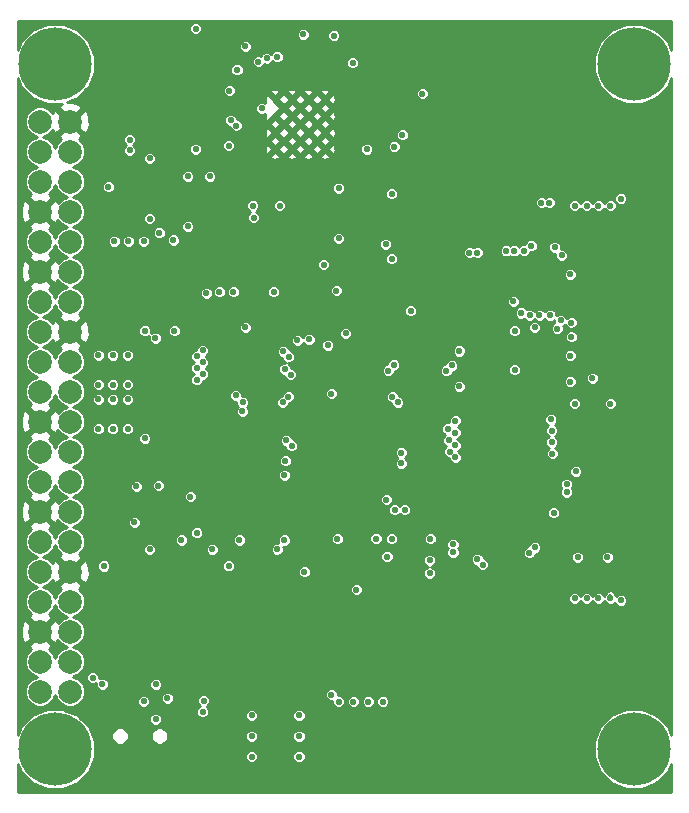
<source format=gbr>
G04 #@! TF.GenerationSoftware,KiCad,Pcbnew,5.0.2+dfsg1-1~bpo9+1*
G04 #@! TF.CreationDate,2019-11-05T12:22:33+01:00*
G04 #@! TF.ProjectId,zglue-demo-board,7a676c75-652d-4646-956d-6f2d626f6172,rev?*
G04 #@! TF.SameCoordinates,Original*
G04 #@! TF.FileFunction,Copper,L2,Inr*
G04 #@! TF.FilePolarity,Positive*
%FSLAX46Y46*%
G04 Gerber Fmt 4.6, Leading zero omitted, Abs format (unit mm)*
G04 Created by KiCad (PCBNEW 5.0.2+dfsg1-1~bpo9+1) date Tue 05 Nov 2019 12:22:33 PM CET*
%MOMM*%
%LPD*%
G01*
G04 APERTURE LIST*
G04 #@! TA.AperFunction,ViaPad*
%ADD10C,6.200000*%
G04 #@! TD*
G04 #@! TA.AperFunction,ViaPad*
%ADD11C,0.500000*%
G04 #@! TD*
G04 #@! TA.AperFunction,ViaPad*
%ADD12C,2.000000*%
G04 #@! TD*
G04 #@! TA.AperFunction,ViaPad*
%ADD13C,0.550000*%
G04 #@! TD*
G04 #@! TA.AperFunction,Conductor*
%ADD14C,0.150000*%
G04 #@! TD*
G04 #@! TA.AperFunction,Conductor*
%ADD15C,0.254000*%
G04 #@! TD*
G04 APERTURE END LIST*
D10*
G04 #@! TO.N,N/C*
G04 #@! TO.C,REF\002A\002A*
X3500000Y-4000000D03*
G04 #@! TD*
G04 #@! TO.N,N/C*
G04 #@! TO.C,REF\002A\002A*
X3500000Y-62000000D03*
G04 #@! TD*
G04 #@! TO.N,N/C*
G04 #@! TO.C,REF\002A\002A*
X52500000Y-62000000D03*
G04 #@! TD*
D11*
G04 #@! TO.N,GND*
G04 #@! TO.C,U6*
X26350000Y-11200000D03*
X24950000Y-11200000D03*
X23550000Y-11200000D03*
X22150000Y-11200000D03*
X26350000Y-9800000D03*
X24950000Y-9800000D03*
X23550000Y-9800000D03*
X22150000Y-9800000D03*
X26350000Y-8400000D03*
X24950000Y-8400000D03*
X23550000Y-8400000D03*
X22150000Y-8400000D03*
X26350000Y-7000000D03*
X24950000Y-7000000D03*
X23550000Y-7000000D03*
X22150000Y-7000000D03*
G04 #@! TD*
D12*
G04 #@! TO.N,Net-(J4-Pad40)*
G04 #@! TO.C,J4*
X2230000Y-8870000D03*
G04 #@! TO.N,GND*
X4770000Y-8870000D03*
G04 #@! TO.N,Net-(J4-Pad38)*
X2230000Y-11410000D03*
G04 #@! TO.N,Net-(J4-Pad37)*
X4770000Y-11410000D03*
G04 #@! TO.N,Net-(J4-Pad36)*
X2230000Y-13950000D03*
G04 #@! TO.N,Net-(J4-Pad35)*
X4770000Y-13950000D03*
G04 #@! TO.N,GND*
X2230000Y-16490000D03*
G04 #@! TO.N,Net-(J4-Pad33)*
X4770000Y-16490000D03*
G04 #@! TO.N,Net-(J4-Pad32)*
X2230000Y-19030000D03*
G04 #@! TO.N,Net-(J4-Pad31)*
X4770000Y-19030000D03*
G04 #@! TO.N,GND*
X2230000Y-21570000D03*
G04 #@! TO.N,Net-(J4-Pad29)*
X4770000Y-21570000D03*
G04 #@! TO.N,Net-(J4-Pad28)*
X2230000Y-24110000D03*
G04 #@! TO.N,Net-(J4-Pad27)*
X4770000Y-24110000D03*
G04 #@! TO.N,Net-(J4-Pad26)*
X2230000Y-26650000D03*
G04 #@! TO.N,GND*
X4770000Y-26650000D03*
G04 #@! TO.N,Net-(J4-Pad24)*
X2230000Y-29190000D03*
G04 #@! TO.N,Net-(J4-Pad23)*
X4770000Y-29190000D03*
G04 #@! TO.N,Net-(J4-Pad22)*
X2230000Y-31730000D03*
G04 #@! TO.N,Net-(J4-Pad21)*
X4770000Y-31730000D03*
G04 #@! TO.N,GND*
X2230000Y-34270000D03*
G04 #@! TO.N,Net-(J4-Pad19)*
X4770000Y-34270000D03*
G04 #@! TO.N,Net-(J4-Pad18)*
X2230000Y-36810000D03*
G04 #@! TO.N,Net-(J4-Pad1)*
X4770000Y-36810000D03*
G04 #@! TO.N,Net-(J4-Pad16)*
X2230000Y-39350000D03*
G04 #@! TO.N,Net-(J4-Pad15)*
X4770000Y-39350000D03*
G04 #@! TO.N,GND*
X2230000Y-41890000D03*
G04 #@! TO.N,Net-(J4-Pad13)*
X4770000Y-41890000D03*
G04 #@! TO.N,Net-(J4-Pad12)*
X2230000Y-44430000D03*
G04 #@! TO.N,Net-(J4-Pad11)*
X4770000Y-44430000D03*
G04 #@! TO.N,Net-(J4-Pad10)*
X2230000Y-46970000D03*
G04 #@! TO.N,GND*
X4770000Y-46970000D03*
G04 #@! TO.N,Net-(J4-Pad8)*
X2230000Y-49510000D03*
G04 #@! TO.N,Net-(J4-Pad7)*
X4770000Y-49510000D03*
G04 #@! TO.N,GND*
X2230000Y-52050000D03*
G04 #@! TO.N,Net-(J4-Pad5)*
X4770000Y-52050000D03*
G04 #@! TO.N,/5V0_IN*
X2230000Y-54590000D03*
G04 #@! TO.N,Net-(J4-Pad3)*
X4770000Y-54590000D03*
G04 #@! TO.N,/5V0_IN*
X2230000Y-57130000D03*
G04 #@! TO.N,Net-(J4-Pad1)*
X4770000Y-57130000D03*
G04 #@! TD*
D10*
G04 #@! TO.N,N/C*
G04 #@! TO.C,REF\002A\002A*
X52500000Y-4000000D03*
G04 #@! TD*
D13*
G04 #@! TO.N,/CSI_CLK_IN_N*
X43641351Y-45388649D03*
X23278649Y-28798649D03*
G04 #@! TO.N,GND*
X24500000Y-14750000D03*
X18750000Y-12500000D03*
X18750000Y-11500000D03*
X16500000Y-6750000D03*
X17500000Y-6750000D03*
X18750000Y-5250000D03*
X18750000Y-10250000D03*
X18835883Y-7335883D03*
X8000000Y-6650000D03*
X21000000Y-18750000D03*
X32000000Y-9500000D03*
X33000000Y-13250000D03*
X30000000Y-12000000D03*
X31000000Y-1500000D03*
X29250000Y-750000D03*
X28000000Y-1500000D03*
X25500000Y-1500000D03*
X21500000Y-1500000D03*
X27000000Y-3750000D03*
X30000000Y-5750000D03*
X32000000Y-5500000D03*
X33750000Y-63750000D03*
X7500000Y-53500000D03*
X9250000Y-53500000D03*
X25500000Y-44250000D03*
X25500000Y-48750000D03*
X46500000Y-46750000D03*
X43500000Y-46750000D03*
X40500000Y-46750000D03*
X37500000Y-46750000D03*
X16500000Y-11250000D03*
X17500000Y-11250000D03*
X13040000Y-7900000D03*
X51250000Y-35750000D03*
X51000000Y-44250000D03*
X49750000Y-38100000D03*
X49500000Y-39000000D03*
X51000000Y-21250000D03*
X50750000Y-30500000D03*
X48750000Y-23750000D03*
X48750000Y-24750000D03*
X37500000Y-16500000D03*
X40500000Y-16500000D03*
X43500000Y-16500000D03*
X41500000Y-24750000D03*
X41500000Y-26000000D03*
X42000000Y-30500000D03*
X16100000Y-31300000D03*
X23200000Y-27500000D03*
X19600000Y-28200000D03*
X23500000Y-31200000D03*
X23300000Y-33700000D03*
X22400000Y-34300000D03*
X22400000Y-35700000D03*
X32300000Y-28200000D03*
X32700000Y-29000000D03*
X30900000Y-31800000D03*
X33600000Y-32800000D03*
X32800000Y-35000000D03*
X33600000Y-35800000D03*
X39900000Y-37800000D03*
X40100000Y-34700000D03*
X40100000Y-31500000D03*
X40600000Y-20000000D03*
X47200000Y-22700000D03*
X47100000Y-29500000D03*
X47490000Y-40037510D03*
X13800000Y-14400000D03*
X9900000Y-17300000D03*
X31600000Y-46375013D03*
X47558420Y-26534458D03*
X46500000Y-19500000D03*
X15739117Y-5989117D03*
X9700000Y-26600000D03*
X9400000Y-39800000D03*
X21650000Y-64650000D03*
X15900000Y-33125010D03*
X9840000Y-2670000D03*
X12080000Y-2650000D03*
X10030000Y-58010000D03*
X9160000Y-59460000D03*
G04 #@! TO.N,/CSI_D2_IN_P*
X37190000Y-44672500D03*
X23248649Y-32161351D03*
G04 #@! TO.N,/CSI_D2_IN_N*
X37190000Y-45347500D03*
X22771351Y-32638649D03*
G04 #@! TO.N,/CSI_D1_IN_P*
X39708649Y-46388649D03*
X22961351Y-29831351D03*
G04 #@! TO.N,/CSI_D1_IN_N*
X39231351Y-45911351D03*
X23438649Y-30308649D03*
G04 #@! TO.N,/CSI_CLK_IN_P*
X44118649Y-44911351D03*
X22801351Y-28321351D03*
G04 #@! TO.N,/CAM_GPIO*
X47500000Y-49250000D03*
X47500000Y-16000000D03*
G04 #@! TO.N,/CAM_CLK*
X48500000Y-49250000D03*
X48500000Y-16000000D03*
G04 #@! TO.N,/CAM_SCL*
X49500000Y-49250000D03*
X49500000Y-16000000D03*
G04 #@! TO.N,/CAM_SDA*
X50500000Y-49250000D03*
X50500000Y-16000000D03*
G04 #@! TO.N,/3V3_SYS*
X16800000Y-45100000D03*
X11500000Y-45100000D03*
X22300000Y-45100000D03*
X26900000Y-31900000D03*
X51400000Y-15400000D03*
X51400000Y-49400000D03*
X33600000Y-24900000D03*
G04 #@! TO.N,/CSI_CLK_OUT_P*
X37088649Y-29511351D03*
X45337500Y-15750000D03*
G04 #@! TO.N,/CSI_D1_OUT_N*
X31701351Y-29958649D03*
X38582500Y-19970000D03*
G04 #@! TO.N,/CSI_D1_OUT_P*
X32178649Y-29481351D03*
X39257500Y-19970000D03*
G04 #@! TO.N,/CSI_D2_OUT_N*
X32528649Y-32658649D03*
X41682500Y-19830000D03*
G04 #@! TO.N,/CSI_D2_OUT_P*
X32051351Y-32181351D03*
X42357500Y-19830000D03*
G04 #@! TO.N,/CSI_CLK_OUT_N*
X36611351Y-29988649D03*
X44662500Y-15750000D03*
G04 #@! TO.N,/PROG_USB_D_N*
X18354986Y-8755162D03*
X47197079Y-27104610D03*
G04 #@! TO.N,/PROG_USB_D_P*
X18839654Y-9224990D03*
X47200000Y-25900000D03*
G04 #@! TO.N,/5V0_DBG_USB*
X34600000Y-6500000D03*
X49000000Y-30600000D03*
G04 #@! TO.N,/USB_D_N*
X23538649Y-36338649D03*
X46800000Y-40237500D03*
G04 #@! TO.N,/USB_D_P*
X23061351Y-35861351D03*
X46800000Y-39562500D03*
G04 #@! TO.N,/E_PROC_SO_3V3*
X43800000Y-19400000D03*
X17400000Y-23300000D03*
G04 #@! TO.N,/E_PROC_SI_3V3*
X43200000Y-19800000D03*
X18600000Y-23300000D03*
G04 #@! TO.N,/E_PROC_SS_3V3*
X46400000Y-20200000D03*
X19600000Y-26300000D03*
G04 #@! TO.N,/E_PROC_SCK_3V3*
X45800000Y-19500000D03*
X16300000Y-23400000D03*
G04 #@! TO.N,/E_CTRL_SS_3V3*
X26250000Y-21000000D03*
X27500000Y-18750000D03*
X46000000Y-26400000D03*
X26600000Y-27800000D03*
G04 #@! TO.N,/E_CTRL_SO_3V3*
X44100000Y-26300000D03*
X25000000Y-27300000D03*
G04 #@! TO.N,/E_PROC_RST_3V3*
X27300000Y-23200000D03*
X22000000Y-23300000D03*
G04 #@! TO.N,/1V8_SYS*
X11100000Y-35700000D03*
X14200000Y-44300000D03*
X19100000Y-44300000D03*
X18200000Y-46500000D03*
X7625010Y-46502963D03*
G04 #@! TO.N,/E_CTRL_SI_3V3*
X42400000Y-26600000D03*
X28100000Y-26800000D03*
G04 #@! TO.N,/E_CTRL_SCK_3V3*
X46300000Y-25700000D03*
X24000000Y-27400000D03*
G04 #@! TO.N,Net-(R7-Pad1)*
X20700000Y-3800000D03*
X15400000Y-11200000D03*
G04 #@! TO.N,Net-(R6-Pad1)*
X11500000Y-12000000D03*
X14750000Y-13500000D03*
X21403749Y-3498126D03*
G04 #@! TO.N,Net-(R5-Pad2)*
X9800000Y-10400000D03*
X22300000Y-3400000D03*
G04 #@! TO.N,/VUSB*
X47750000Y-45750000D03*
X50250000Y-45750000D03*
X50500000Y-32750000D03*
X47500000Y-32750000D03*
X23000000Y-37600000D03*
X22900000Y-38800000D03*
X14960000Y-40630000D03*
X16000000Y-58850000D03*
X16089124Y-57910876D03*
G04 #@! TO.N,/5V0_IN*
X7500000Y-56500000D03*
X6680494Y-55961746D03*
X12040000Y-56520000D03*
X13000000Y-57690000D03*
X11010000Y-57960000D03*
X12020000Y-59470000D03*
G04 #@! TO.N,/VCCIO1*
X31600000Y-45700000D03*
X22900000Y-44300000D03*
X24600000Y-47000000D03*
G04 #@! TO.N,Net-(R25-Pad2)*
X29000000Y-48500000D03*
X32000000Y-44200000D03*
G04 #@! TO.N,Net-(R30-Pad2)*
X45484655Y-34095345D03*
X42950000Y-25080000D03*
G04 #@! TO.N,Net-(R31-Pad2)*
X45560000Y-35040000D03*
X43680000Y-25260000D03*
G04 #@! TO.N,Net-(R32-Pad2)*
X45560000Y-36010000D03*
X44500000Y-25260000D03*
G04 #@! TO.N,Net-(R33-Pad2)*
X45600000Y-37000000D03*
X45400000Y-25260000D03*
G04 #@! TO.N,/VCCIO3*
X42300000Y-24100000D03*
X47100000Y-21800000D03*
X10200000Y-42800000D03*
X47100000Y-30900000D03*
G04 #@! TO.N,/VCCIO2*
X42400000Y-29900000D03*
X47100000Y-28700000D03*
X15500000Y-43700000D03*
G04 #@! TO.N,Net-(R29-Pad2)*
X45700000Y-42000000D03*
X47600000Y-38500000D03*
G04 #@! TO.N,/TMS*
X16000000Y-29250000D03*
X27500000Y-58000000D03*
G04 #@! TO.N,/TCK*
X15500000Y-29750000D03*
X28750000Y-58000000D03*
X26900000Y-57400000D03*
G04 #@! TO.N,/TDO*
X15500000Y-28750000D03*
X30000000Y-58000000D03*
G04 #@! TO.N,/TDI*
X16000000Y-28250000D03*
X31250000Y-58000000D03*
G04 #@! TO.N,/LED3_ISINK*
X8400000Y-28650000D03*
X19350000Y-33400000D03*
G04 #@! TO.N,/LED2_ISINK*
X9650000Y-28650000D03*
X19400000Y-32650000D03*
G04 #@! TO.N,/LED1_ISINK*
X7150000Y-28650000D03*
X18800000Y-32050000D03*
G04 #@! TO.N,/PWR_BTN*
X14749199Y-17749199D03*
X15400000Y-1010000D03*
G04 #@! TO.N,/DBG_RX*
X15500000Y-30750000D03*
X32000000Y-20500000D03*
G04 #@! TO.N,/DBG_TX*
X16000000Y-30250000D03*
X31500000Y-19250000D03*
G04 #@! TO.N,/PROC_OUT_0*
X9650000Y-32400000D03*
X31539444Y-40875000D03*
G04 #@! TO.N,/PROC_OUT_1*
X8400000Y-32400000D03*
X33100000Y-41750000D03*
G04 #@! TO.N,/PROC_OUT_2*
X7150000Y-32400000D03*
X32250000Y-41750000D03*
G04 #@! TO.N,/E_PROC_RST*
X35200000Y-46000000D03*
X37700000Y-28300000D03*
G04 #@! TO.N,/CTRL_RST_FLASH_SOC_CS*
X35200000Y-47100000D03*
X37700000Y-31300000D03*
X8500000Y-19000000D03*
G04 #@! TO.N,/DONE*
X35275010Y-44200000D03*
X37400000Y-34200000D03*
X13500000Y-18900000D03*
G04 #@! TO.N,/FLASH_CLK*
X36759637Y-34900000D03*
X13600000Y-26600000D03*
G04 #@! TO.N,/FLASH_CS*
X37400000Y-35200000D03*
X9700000Y-19000000D03*
G04 #@! TO.N,/FLASH_IO0*
X36839365Y-35850587D03*
X11100000Y-26600000D03*
G04 #@! TO.N,/FLASH_IO1*
X37362623Y-36277000D03*
X11000000Y-19000000D03*
G04 #@! TO.N,/FLASH_IO2*
X36922702Y-36822702D03*
X32800000Y-36900000D03*
X12000000Y-27200000D03*
G04 #@! TO.N,/FLASH_IO3*
X37400000Y-37300000D03*
X32800000Y-37800000D03*
X12300000Y-18300000D03*
G04 #@! TO.N,/VCCIO*
X27500000Y-14500000D03*
X32000000Y-15000000D03*
X20300000Y-17000000D03*
X32900000Y-10000000D03*
X24500000Y-1500000D03*
G04 #@! TO.N,Net-(R9-Pad2)*
X18250000Y-6250000D03*
X21000000Y-7750000D03*
G04 #@! TO.N,Net-(R14-Pad1)*
X20250000Y-16000000D03*
X22500000Y-16000000D03*
G04 #@! TO.N,/3V3_FTDI*
X8000000Y-14400000D03*
X11500000Y-17100000D03*
X9800000Y-11300000D03*
X16600000Y-13500000D03*
X32200000Y-11000000D03*
G04 #@! TO.N,/1V8_FTDI*
X28700000Y-3900000D03*
X27100000Y-1600000D03*
X19600000Y-2500000D03*
X29900000Y-11200000D03*
X18200000Y-10900000D03*
X18900000Y-4500000D03*
G04 #@! TO.N,/CTRL_RST_FLASH_SOC_CS_3V3*
X27400000Y-44200000D03*
X30669474Y-44175010D03*
G04 #@! TO.N,Net-(D6-Pad2)*
X10380000Y-39770000D03*
X12240000Y-39690000D03*
G04 #@! TO.N,Net-(D11-Pad2)*
X20150000Y-60900000D03*
X8400000Y-34900000D03*
G04 #@! TO.N,Net-(D8-Pad2)*
X24150000Y-60900000D03*
X7150000Y-31150000D03*
G04 #@! TO.N,Net-(D10-Pad2)*
X24150000Y-59150000D03*
X9650000Y-31150000D03*
G04 #@! TO.N,Net-(D13-Pad2)*
X20150000Y-62650000D03*
X7150000Y-34900000D03*
G04 #@! TO.N,Net-(D12-Pad2)*
X24150000Y-62650000D03*
X8400000Y-31150000D03*
G04 #@! TO.N,Net-(D9-Pad2)*
X20150000Y-59150000D03*
X9650000Y-34900000D03*
G04 #@! TD*
D14*
G04 #@! TO.N,/CAM_SDA*
X50500000Y-48861092D02*
X50500000Y-49000000D01*
X50500000Y-49250000D02*
X50500000Y-48861092D01*
G04 #@! TD*
D15*
G04 #@! TO.N,GND*
G36*
X55648001Y-2775421D02*
X55362882Y-2087083D01*
X54412917Y-1137118D01*
X53171727Y-623000D01*
X51828273Y-623000D01*
X50587083Y-1137118D01*
X49637118Y-2087083D01*
X49123000Y-3328273D01*
X49123000Y-4671727D01*
X49637118Y-5912917D01*
X50587083Y-6862882D01*
X51828273Y-7377000D01*
X53171727Y-7377000D01*
X54412917Y-6862882D01*
X55362882Y-5912917D01*
X55648001Y-5224579D01*
X55648000Y-60775418D01*
X55362882Y-60087083D01*
X54412917Y-59137118D01*
X53171727Y-58623000D01*
X51828273Y-58623000D01*
X50587083Y-59137118D01*
X49637118Y-60087083D01*
X49123000Y-61328273D01*
X49123000Y-62671727D01*
X49637118Y-63912917D01*
X50587083Y-64862882D01*
X51828273Y-65377000D01*
X53171727Y-65377000D01*
X54412917Y-64862882D01*
X55362882Y-63912917D01*
X55648000Y-63224582D01*
X55648000Y-65648000D01*
X352000Y-65648000D01*
X352000Y-63224582D01*
X637118Y-63912917D01*
X1587083Y-64862882D01*
X2828273Y-65377000D01*
X4171727Y-65377000D01*
X5412917Y-64862882D01*
X6362882Y-63912917D01*
X6877000Y-62671727D01*
X6877000Y-62540200D01*
X19598000Y-62540200D01*
X19598000Y-62759800D01*
X19682037Y-62962683D01*
X19837317Y-63117963D01*
X20040200Y-63202000D01*
X20259800Y-63202000D01*
X20462683Y-63117963D01*
X20617963Y-62962683D01*
X20702000Y-62759800D01*
X20702000Y-62540200D01*
X23598000Y-62540200D01*
X23598000Y-62759800D01*
X23682037Y-62962683D01*
X23837317Y-63117963D01*
X24040200Y-63202000D01*
X24259800Y-63202000D01*
X24462683Y-63117963D01*
X24617963Y-62962683D01*
X24702000Y-62759800D01*
X24702000Y-62540200D01*
X24617963Y-62337317D01*
X24462683Y-62182037D01*
X24259800Y-62098000D01*
X24040200Y-62098000D01*
X23837317Y-62182037D01*
X23682037Y-62337317D01*
X23598000Y-62540200D01*
X20702000Y-62540200D01*
X20617963Y-62337317D01*
X20462683Y-62182037D01*
X20259800Y-62098000D01*
X20040200Y-62098000D01*
X19837317Y-62182037D01*
X19682037Y-62337317D01*
X19598000Y-62540200D01*
X6877000Y-62540200D01*
X6877000Y-61328273D01*
X6635563Y-60745391D01*
X8273000Y-60745391D01*
X8273000Y-61034609D01*
X8383679Y-61301813D01*
X8588187Y-61506321D01*
X8855391Y-61617000D01*
X9144609Y-61617000D01*
X9411813Y-61506321D01*
X9616321Y-61301813D01*
X9727000Y-61034609D01*
X9727000Y-60745391D01*
X11623000Y-60745391D01*
X11623000Y-61034609D01*
X11733679Y-61301813D01*
X11938187Y-61506321D01*
X12205391Y-61617000D01*
X12494609Y-61617000D01*
X12761813Y-61506321D01*
X12966321Y-61301813D01*
X13077000Y-61034609D01*
X13077000Y-60790200D01*
X19598000Y-60790200D01*
X19598000Y-61009800D01*
X19682037Y-61212683D01*
X19837317Y-61367963D01*
X20040200Y-61452000D01*
X20259800Y-61452000D01*
X20462683Y-61367963D01*
X20617963Y-61212683D01*
X20702000Y-61009800D01*
X20702000Y-60790200D01*
X23598000Y-60790200D01*
X23598000Y-61009800D01*
X23682037Y-61212683D01*
X23837317Y-61367963D01*
X24040200Y-61452000D01*
X24259800Y-61452000D01*
X24462683Y-61367963D01*
X24617963Y-61212683D01*
X24702000Y-61009800D01*
X24702000Y-60790200D01*
X24617963Y-60587317D01*
X24462683Y-60432037D01*
X24259800Y-60348000D01*
X24040200Y-60348000D01*
X23837317Y-60432037D01*
X23682037Y-60587317D01*
X23598000Y-60790200D01*
X20702000Y-60790200D01*
X20617963Y-60587317D01*
X20462683Y-60432037D01*
X20259800Y-60348000D01*
X20040200Y-60348000D01*
X19837317Y-60432037D01*
X19682037Y-60587317D01*
X19598000Y-60790200D01*
X13077000Y-60790200D01*
X13077000Y-60745391D01*
X12966321Y-60478187D01*
X12761813Y-60273679D01*
X12494609Y-60163000D01*
X12205391Y-60163000D01*
X11938187Y-60273679D01*
X11733679Y-60478187D01*
X11623000Y-60745391D01*
X9727000Y-60745391D01*
X9616321Y-60478187D01*
X9411813Y-60273679D01*
X9144609Y-60163000D01*
X8855391Y-60163000D01*
X8588187Y-60273679D01*
X8383679Y-60478187D01*
X8273000Y-60745391D01*
X6635563Y-60745391D01*
X6362882Y-60087083D01*
X5635999Y-59360200D01*
X11468000Y-59360200D01*
X11468000Y-59579800D01*
X11552037Y-59782683D01*
X11707317Y-59937963D01*
X11910200Y-60022000D01*
X12129800Y-60022000D01*
X12332683Y-59937963D01*
X12487963Y-59782683D01*
X12572000Y-59579800D01*
X12572000Y-59360200D01*
X12487963Y-59157317D01*
X12332683Y-59002037D01*
X12129800Y-58918000D01*
X11910200Y-58918000D01*
X11707317Y-59002037D01*
X11552037Y-59157317D01*
X11468000Y-59360200D01*
X5635999Y-59360200D01*
X5412917Y-59137118D01*
X4454673Y-58740200D01*
X15448000Y-58740200D01*
X15448000Y-58959800D01*
X15532037Y-59162683D01*
X15687317Y-59317963D01*
X15890200Y-59402000D01*
X16109800Y-59402000D01*
X16312683Y-59317963D01*
X16467963Y-59162683D01*
X16518697Y-59040200D01*
X19598000Y-59040200D01*
X19598000Y-59259800D01*
X19682037Y-59462683D01*
X19837317Y-59617963D01*
X20040200Y-59702000D01*
X20259800Y-59702000D01*
X20462683Y-59617963D01*
X20617963Y-59462683D01*
X20702000Y-59259800D01*
X20702000Y-59040200D01*
X23598000Y-59040200D01*
X23598000Y-59259800D01*
X23682037Y-59462683D01*
X23837317Y-59617963D01*
X24040200Y-59702000D01*
X24259800Y-59702000D01*
X24462683Y-59617963D01*
X24617963Y-59462683D01*
X24702000Y-59259800D01*
X24702000Y-59040200D01*
X24617963Y-58837317D01*
X24462683Y-58682037D01*
X24259800Y-58598000D01*
X24040200Y-58598000D01*
X23837317Y-58682037D01*
X23682037Y-58837317D01*
X23598000Y-59040200D01*
X20702000Y-59040200D01*
X20617963Y-58837317D01*
X20462683Y-58682037D01*
X20259800Y-58598000D01*
X20040200Y-58598000D01*
X19837317Y-58682037D01*
X19682037Y-58837317D01*
X19598000Y-59040200D01*
X16518697Y-59040200D01*
X16552000Y-58959800D01*
X16552000Y-58740200D01*
X16467963Y-58537317D01*
X16336526Y-58405880D01*
X16401807Y-58378839D01*
X16557087Y-58223559D01*
X16641124Y-58020676D01*
X16641124Y-57801076D01*
X16557087Y-57598193D01*
X16401807Y-57442913D01*
X16198924Y-57358876D01*
X15979324Y-57358876D01*
X15776441Y-57442913D01*
X15621161Y-57598193D01*
X15537124Y-57801076D01*
X15537124Y-58020676D01*
X15621161Y-58223559D01*
X15752598Y-58354996D01*
X15687317Y-58382037D01*
X15532037Y-58537317D01*
X15448000Y-58740200D01*
X4454673Y-58740200D01*
X4171727Y-58623000D01*
X2828273Y-58623000D01*
X1587083Y-59137118D01*
X637118Y-60087083D01*
X352000Y-60775418D01*
X352000Y-51785461D01*
X584092Y-51785461D01*
X608144Y-52435460D01*
X810613Y-52924264D01*
X1077468Y-53022927D01*
X2050395Y-52050000D01*
X1077468Y-51077073D01*
X810613Y-51175736D01*
X584092Y-51785461D01*
X352000Y-51785461D01*
X352000Y-41625461D01*
X584092Y-41625461D01*
X608144Y-42275460D01*
X810613Y-42764264D01*
X1077468Y-42862927D01*
X2050395Y-41890000D01*
X1077468Y-40917073D01*
X810613Y-41015736D01*
X584092Y-41625461D01*
X352000Y-41625461D01*
X352000Y-34005461D01*
X584092Y-34005461D01*
X608144Y-34655460D01*
X810613Y-35144264D01*
X1077468Y-35242927D01*
X2050395Y-34270000D01*
X1077468Y-33297073D01*
X810613Y-33395736D01*
X584092Y-34005461D01*
X352000Y-34005461D01*
X352000Y-21305461D01*
X584092Y-21305461D01*
X608144Y-21955460D01*
X810613Y-22444264D01*
X1077468Y-22542927D01*
X2050395Y-21570000D01*
X1077468Y-20597073D01*
X810613Y-20695736D01*
X584092Y-21305461D01*
X352000Y-21305461D01*
X352000Y-16225461D01*
X584092Y-16225461D01*
X608144Y-16875460D01*
X810613Y-17364264D01*
X1077468Y-17462927D01*
X2050395Y-16490000D01*
X1077468Y-15517073D01*
X810613Y-15615736D01*
X584092Y-16225461D01*
X352000Y-16225461D01*
X352000Y-8615989D01*
X953000Y-8615989D01*
X953000Y-9124011D01*
X1147412Y-9593362D01*
X1506638Y-9952588D01*
X1959090Y-10140000D01*
X1506638Y-10327412D01*
X1147412Y-10686638D01*
X953000Y-11155989D01*
X953000Y-11664011D01*
X1147412Y-12133362D01*
X1506638Y-12492588D01*
X1959090Y-12680000D01*
X1506638Y-12867412D01*
X1147412Y-13226638D01*
X953000Y-13695989D01*
X953000Y-14204011D01*
X1147412Y-14673362D01*
X1489328Y-15015278D01*
X1355736Y-15070613D01*
X1257073Y-15337468D01*
X2230000Y-16310395D01*
X3202927Y-15337468D01*
X3104264Y-15070613D01*
X2966513Y-15019437D01*
X3312588Y-14673362D01*
X3500000Y-14220910D01*
X3687412Y-14673362D01*
X4046638Y-15032588D01*
X4499090Y-15220000D01*
X4046638Y-15407412D01*
X3704722Y-15749328D01*
X3649387Y-15615736D01*
X3382532Y-15517073D01*
X2409605Y-16490000D01*
X3382532Y-17462927D01*
X3649387Y-17364264D01*
X3700563Y-17226513D01*
X4046638Y-17572588D01*
X4499090Y-17760000D01*
X4046638Y-17947412D01*
X3687412Y-18306638D01*
X3500000Y-18759090D01*
X3312588Y-18306638D01*
X2970672Y-17964722D01*
X3104264Y-17909387D01*
X3202927Y-17642532D01*
X2230000Y-16669605D01*
X1257073Y-17642532D01*
X1355736Y-17909387D01*
X1493487Y-17960563D01*
X1147412Y-18306638D01*
X953000Y-18775989D01*
X953000Y-19284011D01*
X1147412Y-19753362D01*
X1489328Y-20095278D01*
X1355736Y-20150613D01*
X1257073Y-20417468D01*
X2230000Y-21390395D01*
X3202927Y-20417468D01*
X3104264Y-20150613D01*
X2966513Y-20099437D01*
X3312588Y-19753362D01*
X3500000Y-19300910D01*
X3687412Y-19753362D01*
X4046638Y-20112588D01*
X4499090Y-20300000D01*
X4046638Y-20487412D01*
X3704722Y-20829328D01*
X3649387Y-20695736D01*
X3382532Y-20597073D01*
X2409605Y-21570000D01*
X3382532Y-22542927D01*
X3649387Y-22444264D01*
X3700563Y-22306513D01*
X4046638Y-22652588D01*
X4499090Y-22840000D01*
X4046638Y-23027412D01*
X3687412Y-23386638D01*
X3500000Y-23839090D01*
X3312588Y-23386638D01*
X2970672Y-23044722D01*
X3104264Y-22989387D01*
X3202927Y-22722532D01*
X2230000Y-21749605D01*
X1257073Y-22722532D01*
X1355736Y-22989387D01*
X1493487Y-23040563D01*
X1147412Y-23386638D01*
X953000Y-23855989D01*
X953000Y-24364011D01*
X1147412Y-24833362D01*
X1506638Y-25192588D01*
X1959090Y-25380000D01*
X1506638Y-25567412D01*
X1147412Y-25926638D01*
X953000Y-26395989D01*
X953000Y-26904011D01*
X1147412Y-27373362D01*
X1506638Y-27732588D01*
X1959090Y-27920000D01*
X1506638Y-28107412D01*
X1147412Y-28466638D01*
X953000Y-28935989D01*
X953000Y-29444011D01*
X1147412Y-29913362D01*
X1506638Y-30272588D01*
X1959090Y-30460000D01*
X1506638Y-30647412D01*
X1147412Y-31006638D01*
X953000Y-31475989D01*
X953000Y-31984011D01*
X1147412Y-32453362D01*
X1489328Y-32795278D01*
X1355736Y-32850613D01*
X1257073Y-33117468D01*
X2230000Y-34090395D01*
X3202927Y-33117468D01*
X3104264Y-32850613D01*
X2966513Y-32799437D01*
X3312588Y-32453362D01*
X3500000Y-32000910D01*
X3687412Y-32453362D01*
X4046638Y-32812588D01*
X4499090Y-33000000D01*
X4046638Y-33187412D01*
X3704722Y-33529328D01*
X3649387Y-33395736D01*
X3382532Y-33297073D01*
X2409605Y-34270000D01*
X3382532Y-35242927D01*
X3649387Y-35144264D01*
X3700563Y-35006513D01*
X4046638Y-35352588D01*
X4499090Y-35540000D01*
X4046638Y-35727412D01*
X3687412Y-36086638D01*
X3500000Y-36539090D01*
X3312588Y-36086638D01*
X2970672Y-35744722D01*
X3104264Y-35689387D01*
X3202927Y-35422532D01*
X2230000Y-34449605D01*
X1257073Y-35422532D01*
X1355736Y-35689387D01*
X1493487Y-35740563D01*
X1147412Y-36086638D01*
X953000Y-36555989D01*
X953000Y-37064011D01*
X1147412Y-37533362D01*
X1506638Y-37892588D01*
X1959090Y-38080000D01*
X1506638Y-38267412D01*
X1147412Y-38626638D01*
X953000Y-39095989D01*
X953000Y-39604011D01*
X1147412Y-40073362D01*
X1489328Y-40415278D01*
X1355736Y-40470613D01*
X1257073Y-40737468D01*
X2230000Y-41710395D01*
X3202927Y-40737468D01*
X3104264Y-40470613D01*
X2966513Y-40419437D01*
X3312588Y-40073362D01*
X3500000Y-39620910D01*
X3687412Y-40073362D01*
X4046638Y-40432588D01*
X4499090Y-40620000D01*
X4046638Y-40807412D01*
X3704722Y-41149328D01*
X3649387Y-41015736D01*
X3382532Y-40917073D01*
X2409605Y-41890000D01*
X3382532Y-42862927D01*
X3649387Y-42764264D01*
X3700563Y-42626513D01*
X4046638Y-42972588D01*
X4499090Y-43160000D01*
X4046638Y-43347412D01*
X3687412Y-43706638D01*
X3500000Y-44159090D01*
X3312588Y-43706638D01*
X2970672Y-43364722D01*
X3104264Y-43309387D01*
X3202927Y-43042532D01*
X2230000Y-42069605D01*
X1257073Y-43042532D01*
X1355736Y-43309387D01*
X1493487Y-43360563D01*
X1147412Y-43706638D01*
X953000Y-44175989D01*
X953000Y-44684011D01*
X1147412Y-45153362D01*
X1506638Y-45512588D01*
X1959090Y-45700000D01*
X1506638Y-45887412D01*
X1147412Y-46246638D01*
X953000Y-46715989D01*
X953000Y-47224011D01*
X1147412Y-47693362D01*
X1506638Y-48052588D01*
X1959090Y-48240000D01*
X1506638Y-48427412D01*
X1147412Y-48786638D01*
X953000Y-49255989D01*
X953000Y-49764011D01*
X1147412Y-50233362D01*
X1489328Y-50575278D01*
X1355736Y-50630613D01*
X1257073Y-50897468D01*
X2230000Y-51870395D01*
X3202927Y-50897468D01*
X3104264Y-50630613D01*
X2966513Y-50579437D01*
X3312588Y-50233362D01*
X3500000Y-49780910D01*
X3687412Y-50233362D01*
X4046638Y-50592588D01*
X4499090Y-50780000D01*
X4046638Y-50967412D01*
X3704722Y-51309328D01*
X3649387Y-51175736D01*
X3382532Y-51077073D01*
X2409605Y-52050000D01*
X3382532Y-53022927D01*
X3649387Y-52924264D01*
X3700563Y-52786513D01*
X4046638Y-53132588D01*
X4499090Y-53320000D01*
X4046638Y-53507412D01*
X3687412Y-53866638D01*
X3500000Y-54319090D01*
X3312588Y-53866638D01*
X2970672Y-53524722D01*
X3104264Y-53469387D01*
X3202927Y-53202532D01*
X2230000Y-52229605D01*
X1257073Y-53202532D01*
X1355736Y-53469387D01*
X1493487Y-53520563D01*
X1147412Y-53866638D01*
X953000Y-54335989D01*
X953000Y-54844011D01*
X1147412Y-55313362D01*
X1506638Y-55672588D01*
X1959090Y-55860000D01*
X1506638Y-56047412D01*
X1147412Y-56406638D01*
X953000Y-56875989D01*
X953000Y-57384011D01*
X1147412Y-57853362D01*
X1506638Y-58212588D01*
X1975989Y-58407000D01*
X2484011Y-58407000D01*
X2953362Y-58212588D01*
X3312588Y-57853362D01*
X3500000Y-57400910D01*
X3687412Y-57853362D01*
X4046638Y-58212588D01*
X4515989Y-58407000D01*
X5024011Y-58407000D01*
X5493362Y-58212588D01*
X5852588Y-57853362D01*
X5853897Y-57850200D01*
X10458000Y-57850200D01*
X10458000Y-58069800D01*
X10542037Y-58272683D01*
X10697317Y-58427963D01*
X10900200Y-58512000D01*
X11119800Y-58512000D01*
X11322683Y-58427963D01*
X11477963Y-58272683D01*
X11562000Y-58069800D01*
X11562000Y-57850200D01*
X11477963Y-57647317D01*
X11410846Y-57580200D01*
X12448000Y-57580200D01*
X12448000Y-57799800D01*
X12532037Y-58002683D01*
X12687317Y-58157963D01*
X12890200Y-58242000D01*
X13109800Y-58242000D01*
X13312683Y-58157963D01*
X13467963Y-58002683D01*
X13552000Y-57799800D01*
X13552000Y-57580200D01*
X13467963Y-57377317D01*
X13380846Y-57290200D01*
X26348000Y-57290200D01*
X26348000Y-57509800D01*
X26432037Y-57712683D01*
X26587317Y-57867963D01*
X26790200Y-57952000D01*
X26948000Y-57952000D01*
X26948000Y-58109800D01*
X27032037Y-58312683D01*
X27187317Y-58467963D01*
X27390200Y-58552000D01*
X27609800Y-58552000D01*
X27812683Y-58467963D01*
X27967963Y-58312683D01*
X28052000Y-58109800D01*
X28052000Y-57890200D01*
X28198000Y-57890200D01*
X28198000Y-58109800D01*
X28282037Y-58312683D01*
X28437317Y-58467963D01*
X28640200Y-58552000D01*
X28859800Y-58552000D01*
X29062683Y-58467963D01*
X29217963Y-58312683D01*
X29302000Y-58109800D01*
X29302000Y-57890200D01*
X29448000Y-57890200D01*
X29448000Y-58109800D01*
X29532037Y-58312683D01*
X29687317Y-58467963D01*
X29890200Y-58552000D01*
X30109800Y-58552000D01*
X30312683Y-58467963D01*
X30467963Y-58312683D01*
X30552000Y-58109800D01*
X30552000Y-57890200D01*
X30698000Y-57890200D01*
X30698000Y-58109800D01*
X30782037Y-58312683D01*
X30937317Y-58467963D01*
X31140200Y-58552000D01*
X31359800Y-58552000D01*
X31562683Y-58467963D01*
X31717963Y-58312683D01*
X31802000Y-58109800D01*
X31802000Y-57890200D01*
X31717963Y-57687317D01*
X31562683Y-57532037D01*
X31359800Y-57448000D01*
X31140200Y-57448000D01*
X30937317Y-57532037D01*
X30782037Y-57687317D01*
X30698000Y-57890200D01*
X30552000Y-57890200D01*
X30467963Y-57687317D01*
X30312683Y-57532037D01*
X30109800Y-57448000D01*
X29890200Y-57448000D01*
X29687317Y-57532037D01*
X29532037Y-57687317D01*
X29448000Y-57890200D01*
X29302000Y-57890200D01*
X29217963Y-57687317D01*
X29062683Y-57532037D01*
X28859800Y-57448000D01*
X28640200Y-57448000D01*
X28437317Y-57532037D01*
X28282037Y-57687317D01*
X28198000Y-57890200D01*
X28052000Y-57890200D01*
X27967963Y-57687317D01*
X27812683Y-57532037D01*
X27609800Y-57448000D01*
X27452000Y-57448000D01*
X27452000Y-57290200D01*
X27367963Y-57087317D01*
X27212683Y-56932037D01*
X27009800Y-56848000D01*
X26790200Y-56848000D01*
X26587317Y-56932037D01*
X26432037Y-57087317D01*
X26348000Y-57290200D01*
X13380846Y-57290200D01*
X13312683Y-57222037D01*
X13109800Y-57138000D01*
X12890200Y-57138000D01*
X12687317Y-57222037D01*
X12532037Y-57377317D01*
X12448000Y-57580200D01*
X11410846Y-57580200D01*
X11322683Y-57492037D01*
X11119800Y-57408000D01*
X10900200Y-57408000D01*
X10697317Y-57492037D01*
X10542037Y-57647317D01*
X10458000Y-57850200D01*
X5853897Y-57850200D01*
X6047000Y-57384011D01*
X6047000Y-56875989D01*
X5852588Y-56406638D01*
X5493362Y-56047412D01*
X5040910Y-55860000D01*
X5060354Y-55851946D01*
X6128494Y-55851946D01*
X6128494Y-56071546D01*
X6212531Y-56274429D01*
X6367811Y-56429709D01*
X6570694Y-56513746D01*
X6790294Y-56513746D01*
X6948000Y-56448422D01*
X6948000Y-56609800D01*
X7032037Y-56812683D01*
X7187317Y-56967963D01*
X7390200Y-57052000D01*
X7609800Y-57052000D01*
X7812683Y-56967963D01*
X7967963Y-56812683D01*
X8052000Y-56609800D01*
X8052000Y-56410200D01*
X11488000Y-56410200D01*
X11488000Y-56629800D01*
X11572037Y-56832683D01*
X11727317Y-56987963D01*
X11930200Y-57072000D01*
X12149800Y-57072000D01*
X12352683Y-56987963D01*
X12507963Y-56832683D01*
X12592000Y-56629800D01*
X12592000Y-56410200D01*
X12507963Y-56207317D01*
X12352683Y-56052037D01*
X12149800Y-55968000D01*
X11930200Y-55968000D01*
X11727317Y-56052037D01*
X11572037Y-56207317D01*
X11488000Y-56410200D01*
X8052000Y-56410200D01*
X8052000Y-56390200D01*
X7967963Y-56187317D01*
X7812683Y-56032037D01*
X7609800Y-55948000D01*
X7390200Y-55948000D01*
X7232494Y-56013324D01*
X7232494Y-55851946D01*
X7148457Y-55649063D01*
X6993177Y-55493783D01*
X6790294Y-55409746D01*
X6570694Y-55409746D01*
X6367811Y-55493783D01*
X6212531Y-55649063D01*
X6128494Y-55851946D01*
X5060354Y-55851946D01*
X5493362Y-55672588D01*
X5852588Y-55313362D01*
X6047000Y-54844011D01*
X6047000Y-54335989D01*
X5852588Y-53866638D01*
X5493362Y-53507412D01*
X5040910Y-53320000D01*
X5493362Y-53132588D01*
X5852588Y-52773362D01*
X6047000Y-52304011D01*
X6047000Y-51795989D01*
X5852588Y-51326638D01*
X5493362Y-50967412D01*
X5040910Y-50780000D01*
X5493362Y-50592588D01*
X5852588Y-50233362D01*
X6047000Y-49764011D01*
X6047000Y-49255989D01*
X5999039Y-49140200D01*
X46948000Y-49140200D01*
X46948000Y-49359800D01*
X47032037Y-49562683D01*
X47187317Y-49717963D01*
X47390200Y-49802000D01*
X47609800Y-49802000D01*
X47812683Y-49717963D01*
X47967963Y-49562683D01*
X48000000Y-49485339D01*
X48032037Y-49562683D01*
X48187317Y-49717963D01*
X48390200Y-49802000D01*
X48609800Y-49802000D01*
X48812683Y-49717963D01*
X48967963Y-49562683D01*
X49000000Y-49485339D01*
X49032037Y-49562683D01*
X49187317Y-49717963D01*
X49390200Y-49802000D01*
X49609800Y-49802000D01*
X49812683Y-49717963D01*
X49967963Y-49562683D01*
X50000000Y-49485339D01*
X50032037Y-49562683D01*
X50187317Y-49717963D01*
X50390200Y-49802000D01*
X50609800Y-49802000D01*
X50812683Y-49717963D01*
X50898625Y-49632021D01*
X50932037Y-49712683D01*
X51087317Y-49867963D01*
X51290200Y-49952000D01*
X51509800Y-49952000D01*
X51712683Y-49867963D01*
X51867963Y-49712683D01*
X51952000Y-49509800D01*
X51952000Y-49290200D01*
X51867963Y-49087317D01*
X51712683Y-48932037D01*
X51509800Y-48848000D01*
X51290200Y-48848000D01*
X51087317Y-48932037D01*
X51001375Y-49017979D01*
X50967963Y-48937317D01*
X50850741Y-48820095D01*
X50831577Y-48723748D01*
X50753778Y-48607314D01*
X50637344Y-48529515D01*
X50500000Y-48502196D01*
X50362656Y-48529515D01*
X50284857Y-48581499D01*
X50269358Y-48591856D01*
X50246222Y-48607315D01*
X50168423Y-48723749D01*
X50156829Y-48782037D01*
X50149259Y-48820095D01*
X50032037Y-48937317D01*
X50000000Y-49014661D01*
X49967963Y-48937317D01*
X49812683Y-48782037D01*
X49609800Y-48698000D01*
X49390200Y-48698000D01*
X49187317Y-48782037D01*
X49032037Y-48937317D01*
X49000000Y-49014661D01*
X48967963Y-48937317D01*
X48812683Y-48782037D01*
X48609800Y-48698000D01*
X48390200Y-48698000D01*
X48187317Y-48782037D01*
X48032037Y-48937317D01*
X48000000Y-49014661D01*
X47967963Y-48937317D01*
X47812683Y-48782037D01*
X47609800Y-48698000D01*
X47390200Y-48698000D01*
X47187317Y-48782037D01*
X47032037Y-48937317D01*
X46948000Y-49140200D01*
X5999039Y-49140200D01*
X5852588Y-48786638D01*
X5510672Y-48444722D01*
X5642301Y-48390200D01*
X28448000Y-48390200D01*
X28448000Y-48609800D01*
X28532037Y-48812683D01*
X28687317Y-48967963D01*
X28890200Y-49052000D01*
X29109800Y-49052000D01*
X29312683Y-48967963D01*
X29467963Y-48812683D01*
X29552000Y-48609800D01*
X29552000Y-48390200D01*
X29467963Y-48187317D01*
X29312683Y-48032037D01*
X29109800Y-47948000D01*
X28890200Y-47948000D01*
X28687317Y-48032037D01*
X28532037Y-48187317D01*
X28448000Y-48390200D01*
X5642301Y-48390200D01*
X5644264Y-48389387D01*
X5742927Y-48122532D01*
X4770000Y-47149605D01*
X3797073Y-48122532D01*
X3895736Y-48389387D01*
X4033487Y-48440563D01*
X3687412Y-48786638D01*
X3500000Y-49239090D01*
X3312588Y-48786638D01*
X2953362Y-48427412D01*
X2500910Y-48240000D01*
X2953362Y-48052588D01*
X3295278Y-47710672D01*
X3350613Y-47844264D01*
X3617468Y-47942927D01*
X4590395Y-46970000D01*
X4949605Y-46970000D01*
X5922532Y-47942927D01*
X6189387Y-47844264D01*
X6415908Y-47234539D01*
X6391856Y-46584540D01*
X6312586Y-46393163D01*
X7073010Y-46393163D01*
X7073010Y-46612763D01*
X7157047Y-46815646D01*
X7312327Y-46970926D01*
X7515210Y-47054963D01*
X7734810Y-47054963D01*
X7937693Y-46970926D01*
X8092973Y-46815646D01*
X8177010Y-46612763D01*
X8177010Y-46393163D01*
X8175783Y-46390200D01*
X17648000Y-46390200D01*
X17648000Y-46609800D01*
X17732037Y-46812683D01*
X17887317Y-46967963D01*
X18090200Y-47052000D01*
X18309800Y-47052000D01*
X18512683Y-46967963D01*
X18590446Y-46890200D01*
X24048000Y-46890200D01*
X24048000Y-47109800D01*
X24132037Y-47312683D01*
X24287317Y-47467963D01*
X24490200Y-47552000D01*
X24709800Y-47552000D01*
X24912683Y-47467963D01*
X25067963Y-47312683D01*
X25152000Y-47109800D01*
X25152000Y-46890200D01*
X25067963Y-46687317D01*
X24912683Y-46532037D01*
X24709800Y-46448000D01*
X24490200Y-46448000D01*
X24287317Y-46532037D01*
X24132037Y-46687317D01*
X24048000Y-46890200D01*
X18590446Y-46890200D01*
X18667963Y-46812683D01*
X18752000Y-46609800D01*
X18752000Y-46390200D01*
X18667963Y-46187317D01*
X18512683Y-46032037D01*
X18309800Y-45948000D01*
X18090200Y-45948000D01*
X17887317Y-46032037D01*
X17732037Y-46187317D01*
X17648000Y-46390200D01*
X8175783Y-46390200D01*
X8092973Y-46190280D01*
X7937693Y-46035000D01*
X7734810Y-45950963D01*
X7515210Y-45950963D01*
X7312327Y-46035000D01*
X7157047Y-46190280D01*
X7073010Y-46393163D01*
X6312586Y-46393163D01*
X6189387Y-46095736D01*
X5922532Y-45997073D01*
X4949605Y-46970000D01*
X4590395Y-46970000D01*
X3617468Y-45997073D01*
X3350613Y-46095736D01*
X3299437Y-46233487D01*
X2953362Y-45887412D01*
X2500910Y-45700000D01*
X2953362Y-45512588D01*
X3312588Y-45153362D01*
X3500000Y-44700910D01*
X3687412Y-45153362D01*
X4029328Y-45495278D01*
X3895736Y-45550613D01*
X3797073Y-45817468D01*
X4770000Y-46790395D01*
X5742927Y-45817468D01*
X5644264Y-45550613D01*
X5506513Y-45499437D01*
X5852588Y-45153362D01*
X5920172Y-44990200D01*
X10948000Y-44990200D01*
X10948000Y-45209800D01*
X11032037Y-45412683D01*
X11187317Y-45567963D01*
X11390200Y-45652000D01*
X11609800Y-45652000D01*
X11812683Y-45567963D01*
X11967963Y-45412683D01*
X12052000Y-45209800D01*
X12052000Y-44990200D01*
X16248000Y-44990200D01*
X16248000Y-45209800D01*
X16332037Y-45412683D01*
X16487317Y-45567963D01*
X16690200Y-45652000D01*
X16909800Y-45652000D01*
X17112683Y-45567963D01*
X17267963Y-45412683D01*
X17352000Y-45209800D01*
X17352000Y-44990200D01*
X21748000Y-44990200D01*
X21748000Y-45209800D01*
X21832037Y-45412683D01*
X21987317Y-45567963D01*
X22190200Y-45652000D01*
X22409800Y-45652000D01*
X22558998Y-45590200D01*
X31048000Y-45590200D01*
X31048000Y-45809800D01*
X31132037Y-46012683D01*
X31287317Y-46167963D01*
X31490200Y-46252000D01*
X31709800Y-46252000D01*
X31912683Y-46167963D01*
X32067963Y-46012683D01*
X32118697Y-45890200D01*
X34648000Y-45890200D01*
X34648000Y-46109800D01*
X34732037Y-46312683D01*
X34887317Y-46467963D01*
X35085372Y-46550000D01*
X34887317Y-46632037D01*
X34732037Y-46787317D01*
X34648000Y-46990200D01*
X34648000Y-47209800D01*
X34732037Y-47412683D01*
X34887317Y-47567963D01*
X35090200Y-47652000D01*
X35309800Y-47652000D01*
X35512683Y-47567963D01*
X35667963Y-47412683D01*
X35752000Y-47209800D01*
X35752000Y-46990200D01*
X35667963Y-46787317D01*
X35512683Y-46632037D01*
X35314628Y-46550000D01*
X35512683Y-46467963D01*
X35667963Y-46312683D01*
X35752000Y-46109800D01*
X35752000Y-45890200D01*
X35667963Y-45687317D01*
X35512683Y-45532037D01*
X35309800Y-45448000D01*
X35090200Y-45448000D01*
X34887317Y-45532037D01*
X34732037Y-45687317D01*
X34648000Y-45890200D01*
X32118697Y-45890200D01*
X32152000Y-45809800D01*
X32152000Y-45590200D01*
X32067963Y-45387317D01*
X31912683Y-45232037D01*
X31709800Y-45148000D01*
X31490200Y-45148000D01*
X31287317Y-45232037D01*
X31132037Y-45387317D01*
X31048000Y-45590200D01*
X22558998Y-45590200D01*
X22612683Y-45567963D01*
X22767963Y-45412683D01*
X22852000Y-45209800D01*
X22852000Y-44990200D01*
X22794756Y-44852000D01*
X23009800Y-44852000D01*
X23212683Y-44767963D01*
X23367963Y-44612683D01*
X23452000Y-44409800D01*
X23452000Y-44190200D01*
X23410579Y-44090200D01*
X26848000Y-44090200D01*
X26848000Y-44309800D01*
X26932037Y-44512683D01*
X27087317Y-44667963D01*
X27290200Y-44752000D01*
X27509800Y-44752000D01*
X27712683Y-44667963D01*
X27867963Y-44512683D01*
X27952000Y-44309800D01*
X27952000Y-44090200D01*
X27941649Y-44065210D01*
X30117474Y-44065210D01*
X30117474Y-44284810D01*
X30201511Y-44487693D01*
X30356791Y-44642973D01*
X30559674Y-44727010D01*
X30779274Y-44727010D01*
X30982157Y-44642973D01*
X31137437Y-44487693D01*
X31221474Y-44284810D01*
X31221474Y-44090200D01*
X31448000Y-44090200D01*
X31448000Y-44309800D01*
X31532037Y-44512683D01*
X31687317Y-44667963D01*
X31890200Y-44752000D01*
X32109800Y-44752000D01*
X32312683Y-44667963D01*
X32467963Y-44512683D01*
X32552000Y-44309800D01*
X32552000Y-44090200D01*
X34723010Y-44090200D01*
X34723010Y-44309800D01*
X34807047Y-44512683D01*
X34962327Y-44667963D01*
X35165210Y-44752000D01*
X35384810Y-44752000D01*
X35587693Y-44667963D01*
X35692956Y-44562700D01*
X36638000Y-44562700D01*
X36638000Y-44782300D01*
X36722037Y-44985183D01*
X36746854Y-45010000D01*
X36722037Y-45034817D01*
X36638000Y-45237700D01*
X36638000Y-45457300D01*
X36722037Y-45660183D01*
X36877317Y-45815463D01*
X37080200Y-45899500D01*
X37299800Y-45899500D01*
X37502683Y-45815463D01*
X37516595Y-45801551D01*
X38679351Y-45801551D01*
X38679351Y-46021151D01*
X38763388Y-46224034D01*
X38918668Y-46379314D01*
X39121551Y-46463351D01*
X39156649Y-46463351D01*
X39156649Y-46498449D01*
X39240686Y-46701332D01*
X39395966Y-46856612D01*
X39598849Y-46940649D01*
X39818449Y-46940649D01*
X40021332Y-46856612D01*
X40176612Y-46701332D01*
X40260649Y-46498449D01*
X40260649Y-46278849D01*
X40176612Y-46075966D01*
X40021332Y-45920686D01*
X39818449Y-45836649D01*
X39783351Y-45836649D01*
X39783351Y-45801551D01*
X39699314Y-45598668D01*
X39544034Y-45443388D01*
X39341151Y-45359351D01*
X39121551Y-45359351D01*
X38918668Y-45443388D01*
X38763388Y-45598668D01*
X38679351Y-45801551D01*
X37516595Y-45801551D01*
X37657963Y-45660183D01*
X37742000Y-45457300D01*
X37742000Y-45278849D01*
X43089351Y-45278849D01*
X43089351Y-45498449D01*
X43173388Y-45701332D01*
X43328668Y-45856612D01*
X43531551Y-45940649D01*
X43751151Y-45940649D01*
X43954034Y-45856612D01*
X44109314Y-45701332D01*
X44134635Y-45640200D01*
X47198000Y-45640200D01*
X47198000Y-45859800D01*
X47282037Y-46062683D01*
X47437317Y-46217963D01*
X47640200Y-46302000D01*
X47859800Y-46302000D01*
X48062683Y-46217963D01*
X48217963Y-46062683D01*
X48302000Y-45859800D01*
X48302000Y-45640200D01*
X49698000Y-45640200D01*
X49698000Y-45859800D01*
X49782037Y-46062683D01*
X49937317Y-46217963D01*
X50140200Y-46302000D01*
X50359800Y-46302000D01*
X50562683Y-46217963D01*
X50717963Y-46062683D01*
X50802000Y-45859800D01*
X50802000Y-45640200D01*
X50717963Y-45437317D01*
X50562683Y-45282037D01*
X50359800Y-45198000D01*
X50140200Y-45198000D01*
X49937317Y-45282037D01*
X49782037Y-45437317D01*
X49698000Y-45640200D01*
X48302000Y-45640200D01*
X48217963Y-45437317D01*
X48062683Y-45282037D01*
X47859800Y-45198000D01*
X47640200Y-45198000D01*
X47437317Y-45282037D01*
X47282037Y-45437317D01*
X47198000Y-45640200D01*
X44134635Y-45640200D01*
X44193351Y-45498449D01*
X44193351Y-45463351D01*
X44228449Y-45463351D01*
X44431332Y-45379314D01*
X44586612Y-45224034D01*
X44670649Y-45021151D01*
X44670649Y-44801551D01*
X44586612Y-44598668D01*
X44431332Y-44443388D01*
X44228449Y-44359351D01*
X44008849Y-44359351D01*
X43805966Y-44443388D01*
X43650686Y-44598668D01*
X43566649Y-44801551D01*
X43566649Y-44836649D01*
X43531551Y-44836649D01*
X43328668Y-44920686D01*
X43173388Y-45075966D01*
X43089351Y-45278849D01*
X37742000Y-45278849D01*
X37742000Y-45237700D01*
X37657963Y-45034817D01*
X37633146Y-45010000D01*
X37657963Y-44985183D01*
X37742000Y-44782300D01*
X37742000Y-44562700D01*
X37657963Y-44359817D01*
X37502683Y-44204537D01*
X37299800Y-44120500D01*
X37080200Y-44120500D01*
X36877317Y-44204537D01*
X36722037Y-44359817D01*
X36638000Y-44562700D01*
X35692956Y-44562700D01*
X35742973Y-44512683D01*
X35827010Y-44309800D01*
X35827010Y-44090200D01*
X35742973Y-43887317D01*
X35587693Y-43732037D01*
X35384810Y-43648000D01*
X35165210Y-43648000D01*
X34962327Y-43732037D01*
X34807047Y-43887317D01*
X34723010Y-44090200D01*
X32552000Y-44090200D01*
X32467963Y-43887317D01*
X32312683Y-43732037D01*
X32109800Y-43648000D01*
X31890200Y-43648000D01*
X31687317Y-43732037D01*
X31532037Y-43887317D01*
X31448000Y-44090200D01*
X31221474Y-44090200D01*
X31221474Y-44065210D01*
X31137437Y-43862327D01*
X30982157Y-43707047D01*
X30779274Y-43623010D01*
X30559674Y-43623010D01*
X30356791Y-43707047D01*
X30201511Y-43862327D01*
X30117474Y-44065210D01*
X27941649Y-44065210D01*
X27867963Y-43887317D01*
X27712683Y-43732037D01*
X27509800Y-43648000D01*
X27290200Y-43648000D01*
X27087317Y-43732037D01*
X26932037Y-43887317D01*
X26848000Y-44090200D01*
X23410579Y-44090200D01*
X23367963Y-43987317D01*
X23212683Y-43832037D01*
X23009800Y-43748000D01*
X22790200Y-43748000D01*
X22587317Y-43832037D01*
X22432037Y-43987317D01*
X22348000Y-44190200D01*
X22348000Y-44409800D01*
X22405244Y-44548000D01*
X22190200Y-44548000D01*
X21987317Y-44632037D01*
X21832037Y-44787317D01*
X21748000Y-44990200D01*
X17352000Y-44990200D01*
X17267963Y-44787317D01*
X17112683Y-44632037D01*
X16909800Y-44548000D01*
X16690200Y-44548000D01*
X16487317Y-44632037D01*
X16332037Y-44787317D01*
X16248000Y-44990200D01*
X12052000Y-44990200D01*
X11967963Y-44787317D01*
X11812683Y-44632037D01*
X11609800Y-44548000D01*
X11390200Y-44548000D01*
X11187317Y-44632037D01*
X11032037Y-44787317D01*
X10948000Y-44990200D01*
X5920172Y-44990200D01*
X6047000Y-44684011D01*
X6047000Y-44190200D01*
X13648000Y-44190200D01*
X13648000Y-44409800D01*
X13732037Y-44612683D01*
X13887317Y-44767963D01*
X14090200Y-44852000D01*
X14309800Y-44852000D01*
X14512683Y-44767963D01*
X14667963Y-44612683D01*
X14752000Y-44409800D01*
X14752000Y-44190200D01*
X14667963Y-43987317D01*
X14512683Y-43832037D01*
X14309800Y-43748000D01*
X14090200Y-43748000D01*
X13887317Y-43832037D01*
X13732037Y-43987317D01*
X13648000Y-44190200D01*
X6047000Y-44190200D01*
X6047000Y-44175989D01*
X5852588Y-43706638D01*
X5736150Y-43590200D01*
X14948000Y-43590200D01*
X14948000Y-43809800D01*
X15032037Y-44012683D01*
X15187317Y-44167963D01*
X15390200Y-44252000D01*
X15609800Y-44252000D01*
X15758998Y-44190200D01*
X18548000Y-44190200D01*
X18548000Y-44409800D01*
X18632037Y-44612683D01*
X18787317Y-44767963D01*
X18990200Y-44852000D01*
X19209800Y-44852000D01*
X19412683Y-44767963D01*
X19567963Y-44612683D01*
X19652000Y-44409800D01*
X19652000Y-44190200D01*
X19567963Y-43987317D01*
X19412683Y-43832037D01*
X19209800Y-43748000D01*
X18990200Y-43748000D01*
X18787317Y-43832037D01*
X18632037Y-43987317D01*
X18548000Y-44190200D01*
X15758998Y-44190200D01*
X15812683Y-44167963D01*
X15967963Y-44012683D01*
X16052000Y-43809800D01*
X16052000Y-43590200D01*
X15967963Y-43387317D01*
X15812683Y-43232037D01*
X15609800Y-43148000D01*
X15390200Y-43148000D01*
X15187317Y-43232037D01*
X15032037Y-43387317D01*
X14948000Y-43590200D01*
X5736150Y-43590200D01*
X5493362Y-43347412D01*
X5040910Y-43160000D01*
X5493362Y-42972588D01*
X5775750Y-42690200D01*
X9648000Y-42690200D01*
X9648000Y-42909800D01*
X9732037Y-43112683D01*
X9887317Y-43267963D01*
X10090200Y-43352000D01*
X10309800Y-43352000D01*
X10512683Y-43267963D01*
X10667963Y-43112683D01*
X10752000Y-42909800D01*
X10752000Y-42690200D01*
X10667963Y-42487317D01*
X10512683Y-42332037D01*
X10309800Y-42248000D01*
X10090200Y-42248000D01*
X9887317Y-42332037D01*
X9732037Y-42487317D01*
X9648000Y-42690200D01*
X5775750Y-42690200D01*
X5852588Y-42613362D01*
X6047000Y-42144011D01*
X6047000Y-41640200D01*
X31698000Y-41640200D01*
X31698000Y-41859800D01*
X31782037Y-42062683D01*
X31937317Y-42217963D01*
X32140200Y-42302000D01*
X32359800Y-42302000D01*
X32562683Y-42217963D01*
X32675000Y-42105646D01*
X32787317Y-42217963D01*
X32990200Y-42302000D01*
X33209800Y-42302000D01*
X33412683Y-42217963D01*
X33567963Y-42062683D01*
X33639407Y-41890200D01*
X45148000Y-41890200D01*
X45148000Y-42109800D01*
X45232037Y-42312683D01*
X45387317Y-42467963D01*
X45590200Y-42552000D01*
X45809800Y-42552000D01*
X46012683Y-42467963D01*
X46167963Y-42312683D01*
X46252000Y-42109800D01*
X46252000Y-41890200D01*
X46167963Y-41687317D01*
X46012683Y-41532037D01*
X45809800Y-41448000D01*
X45590200Y-41448000D01*
X45387317Y-41532037D01*
X45232037Y-41687317D01*
X45148000Y-41890200D01*
X33639407Y-41890200D01*
X33652000Y-41859800D01*
X33652000Y-41640200D01*
X33567963Y-41437317D01*
X33412683Y-41282037D01*
X33209800Y-41198000D01*
X32990200Y-41198000D01*
X32787317Y-41282037D01*
X32675000Y-41394354D01*
X32562683Y-41282037D01*
X32359800Y-41198000D01*
X32140200Y-41198000D01*
X31937317Y-41282037D01*
X31782037Y-41437317D01*
X31698000Y-41640200D01*
X6047000Y-41640200D01*
X6047000Y-41635989D01*
X5852588Y-41166638D01*
X5493362Y-40807412D01*
X5040910Y-40620000D01*
X5281848Y-40520200D01*
X14408000Y-40520200D01*
X14408000Y-40739800D01*
X14492037Y-40942683D01*
X14647317Y-41097963D01*
X14850200Y-41182000D01*
X15069800Y-41182000D01*
X15272683Y-41097963D01*
X15427963Y-40942683D01*
X15501478Y-40765200D01*
X30987444Y-40765200D01*
X30987444Y-40984800D01*
X31071481Y-41187683D01*
X31226761Y-41342963D01*
X31429644Y-41427000D01*
X31649244Y-41427000D01*
X31852127Y-41342963D01*
X32007407Y-41187683D01*
X32091444Y-40984800D01*
X32091444Y-40765200D01*
X32007407Y-40562317D01*
X31852127Y-40407037D01*
X31649244Y-40323000D01*
X31429644Y-40323000D01*
X31226761Y-40407037D01*
X31071481Y-40562317D01*
X30987444Y-40765200D01*
X15501478Y-40765200D01*
X15512000Y-40739800D01*
X15512000Y-40520200D01*
X15427963Y-40317317D01*
X15272683Y-40162037D01*
X15069800Y-40078000D01*
X14850200Y-40078000D01*
X14647317Y-40162037D01*
X14492037Y-40317317D01*
X14408000Y-40520200D01*
X5281848Y-40520200D01*
X5493362Y-40432588D01*
X5852588Y-40073362D01*
X6023725Y-39660200D01*
X9828000Y-39660200D01*
X9828000Y-39879800D01*
X9912037Y-40082683D01*
X10067317Y-40237963D01*
X10270200Y-40322000D01*
X10489800Y-40322000D01*
X10692683Y-40237963D01*
X10847963Y-40082683D01*
X10932000Y-39879800D01*
X10932000Y-39660200D01*
X10898863Y-39580200D01*
X11688000Y-39580200D01*
X11688000Y-39799800D01*
X11772037Y-40002683D01*
X11927317Y-40157963D01*
X12130200Y-40242000D01*
X12349800Y-40242000D01*
X12552683Y-40157963D01*
X12707963Y-40002683D01*
X12792000Y-39799800D01*
X12792000Y-39580200D01*
X12739188Y-39452700D01*
X46248000Y-39452700D01*
X46248000Y-39672300D01*
X46332037Y-39875183D01*
X46356854Y-39900000D01*
X46332037Y-39924817D01*
X46248000Y-40127700D01*
X46248000Y-40347300D01*
X46332037Y-40550183D01*
X46487317Y-40705463D01*
X46690200Y-40789500D01*
X46909800Y-40789500D01*
X47112683Y-40705463D01*
X47267963Y-40550183D01*
X47352000Y-40347300D01*
X47352000Y-40127700D01*
X47267963Y-39924817D01*
X47243146Y-39900000D01*
X47267963Y-39875183D01*
X47352000Y-39672300D01*
X47352000Y-39452700D01*
X47267963Y-39249817D01*
X47112683Y-39094537D01*
X46909800Y-39010500D01*
X46690200Y-39010500D01*
X46487317Y-39094537D01*
X46332037Y-39249817D01*
X46248000Y-39452700D01*
X12739188Y-39452700D01*
X12707963Y-39377317D01*
X12552683Y-39222037D01*
X12349800Y-39138000D01*
X12130200Y-39138000D01*
X11927317Y-39222037D01*
X11772037Y-39377317D01*
X11688000Y-39580200D01*
X10898863Y-39580200D01*
X10847963Y-39457317D01*
X10692683Y-39302037D01*
X10489800Y-39218000D01*
X10270200Y-39218000D01*
X10067317Y-39302037D01*
X9912037Y-39457317D01*
X9828000Y-39660200D01*
X6023725Y-39660200D01*
X6047000Y-39604011D01*
X6047000Y-39095989D01*
X5878917Y-38690200D01*
X22348000Y-38690200D01*
X22348000Y-38909800D01*
X22432037Y-39112683D01*
X22587317Y-39267963D01*
X22790200Y-39352000D01*
X23009800Y-39352000D01*
X23212683Y-39267963D01*
X23367963Y-39112683D01*
X23452000Y-38909800D01*
X23452000Y-38690200D01*
X23367963Y-38487317D01*
X23270846Y-38390200D01*
X47048000Y-38390200D01*
X47048000Y-38609800D01*
X47132037Y-38812683D01*
X47287317Y-38967963D01*
X47490200Y-39052000D01*
X47709800Y-39052000D01*
X47912683Y-38967963D01*
X48067963Y-38812683D01*
X48152000Y-38609800D01*
X48152000Y-38390200D01*
X48067963Y-38187317D01*
X47912683Y-38032037D01*
X47709800Y-37948000D01*
X47490200Y-37948000D01*
X47287317Y-38032037D01*
X47132037Y-38187317D01*
X47048000Y-38390200D01*
X23270846Y-38390200D01*
X23212683Y-38332037D01*
X23009800Y-38248000D01*
X22790200Y-38248000D01*
X22587317Y-38332037D01*
X22432037Y-38487317D01*
X22348000Y-38690200D01*
X5878917Y-38690200D01*
X5852588Y-38626638D01*
X5493362Y-38267412D01*
X5040910Y-38080000D01*
X5493362Y-37892588D01*
X5852588Y-37533362D01*
X5870466Y-37490200D01*
X22448000Y-37490200D01*
X22448000Y-37709800D01*
X22532037Y-37912683D01*
X22687317Y-38067963D01*
X22890200Y-38152000D01*
X23109800Y-38152000D01*
X23312683Y-38067963D01*
X23467963Y-37912683D01*
X23552000Y-37709800D01*
X23552000Y-37490200D01*
X23467963Y-37287317D01*
X23312683Y-37132037D01*
X23109800Y-37048000D01*
X22890200Y-37048000D01*
X22687317Y-37132037D01*
X22532037Y-37287317D01*
X22448000Y-37490200D01*
X5870466Y-37490200D01*
X6047000Y-37064011D01*
X6047000Y-36555989D01*
X5852588Y-36086638D01*
X5493362Y-35727412D01*
X5162104Y-35590200D01*
X10548000Y-35590200D01*
X10548000Y-35809800D01*
X10632037Y-36012683D01*
X10787317Y-36167963D01*
X10990200Y-36252000D01*
X11209800Y-36252000D01*
X11412683Y-36167963D01*
X11567963Y-36012683D01*
X11652000Y-35809800D01*
X11652000Y-35751551D01*
X22509351Y-35751551D01*
X22509351Y-35971151D01*
X22593388Y-36174034D01*
X22748668Y-36329314D01*
X22951551Y-36413351D01*
X22986649Y-36413351D01*
X22986649Y-36448449D01*
X23070686Y-36651332D01*
X23225966Y-36806612D01*
X23428849Y-36890649D01*
X23648449Y-36890649D01*
X23851332Y-36806612D01*
X23867744Y-36790200D01*
X32248000Y-36790200D01*
X32248000Y-37009800D01*
X32332037Y-37212683D01*
X32469354Y-37350000D01*
X32332037Y-37487317D01*
X32248000Y-37690200D01*
X32248000Y-37909800D01*
X32332037Y-38112683D01*
X32487317Y-38267963D01*
X32690200Y-38352000D01*
X32909800Y-38352000D01*
X33112683Y-38267963D01*
X33267963Y-38112683D01*
X33352000Y-37909800D01*
X33352000Y-37690200D01*
X33267963Y-37487317D01*
X33130646Y-37350000D01*
X33267963Y-37212683D01*
X33352000Y-37009800D01*
X33352000Y-36790200D01*
X33267963Y-36587317D01*
X33112683Y-36432037D01*
X32909800Y-36348000D01*
X32690200Y-36348000D01*
X32487317Y-36432037D01*
X32332037Y-36587317D01*
X32248000Y-36790200D01*
X23867744Y-36790200D01*
X24006612Y-36651332D01*
X24090649Y-36448449D01*
X24090649Y-36228849D01*
X24006612Y-36025966D01*
X23851332Y-35870686D01*
X23648449Y-35786649D01*
X23613351Y-35786649D01*
X23613351Y-35751551D01*
X23529314Y-35548668D01*
X23374034Y-35393388D01*
X23171151Y-35309351D01*
X22951551Y-35309351D01*
X22748668Y-35393388D01*
X22593388Y-35548668D01*
X22509351Y-35751551D01*
X11652000Y-35751551D01*
X11652000Y-35590200D01*
X11567963Y-35387317D01*
X11412683Y-35232037D01*
X11209800Y-35148000D01*
X10990200Y-35148000D01*
X10787317Y-35232037D01*
X10632037Y-35387317D01*
X10548000Y-35590200D01*
X5162104Y-35590200D01*
X5040910Y-35540000D01*
X5493362Y-35352588D01*
X5852588Y-34993362D01*
X5936740Y-34790200D01*
X6598000Y-34790200D01*
X6598000Y-35009800D01*
X6682037Y-35212683D01*
X6837317Y-35367963D01*
X7040200Y-35452000D01*
X7259800Y-35452000D01*
X7462683Y-35367963D01*
X7617963Y-35212683D01*
X7702000Y-35009800D01*
X7702000Y-34790200D01*
X7848000Y-34790200D01*
X7848000Y-35009800D01*
X7932037Y-35212683D01*
X8087317Y-35367963D01*
X8290200Y-35452000D01*
X8509800Y-35452000D01*
X8712683Y-35367963D01*
X8867963Y-35212683D01*
X8952000Y-35009800D01*
X8952000Y-34790200D01*
X9098000Y-34790200D01*
X9098000Y-35009800D01*
X9182037Y-35212683D01*
X9337317Y-35367963D01*
X9540200Y-35452000D01*
X9759800Y-35452000D01*
X9962683Y-35367963D01*
X10117963Y-35212683D01*
X10202000Y-35009800D01*
X10202000Y-34790200D01*
X36207637Y-34790200D01*
X36207637Y-35009800D01*
X36291674Y-35212683D01*
X36446954Y-35367963D01*
X36513697Y-35395609D01*
X36371402Y-35537904D01*
X36287365Y-35740787D01*
X36287365Y-35960387D01*
X36371402Y-36163270D01*
X36526682Y-36318550D01*
X36612034Y-36353904D01*
X36610019Y-36354739D01*
X36454739Y-36510019D01*
X36370702Y-36712902D01*
X36370702Y-36932502D01*
X36454739Y-37135385D01*
X36610019Y-37290665D01*
X36812902Y-37374702D01*
X36848000Y-37374702D01*
X36848000Y-37409800D01*
X36932037Y-37612683D01*
X37087317Y-37767963D01*
X37290200Y-37852000D01*
X37509800Y-37852000D01*
X37712683Y-37767963D01*
X37867963Y-37612683D01*
X37952000Y-37409800D01*
X37952000Y-37190200D01*
X37867963Y-36987317D01*
X37712683Y-36832037D01*
X37588887Y-36780759D01*
X37675306Y-36744963D01*
X37830586Y-36589683D01*
X37914623Y-36386800D01*
X37914623Y-36167200D01*
X37830586Y-35964317D01*
X37675306Y-35809037D01*
X37523703Y-35746241D01*
X37712683Y-35667963D01*
X37867963Y-35512683D01*
X37952000Y-35309800D01*
X37952000Y-35090200D01*
X37867963Y-34887317D01*
X37712683Y-34732037D01*
X37635339Y-34700000D01*
X37712683Y-34667963D01*
X37867963Y-34512683D01*
X37952000Y-34309800D01*
X37952000Y-34090200D01*
X37908651Y-33985545D01*
X44932655Y-33985545D01*
X44932655Y-34205145D01*
X45016692Y-34408028D01*
X45171972Y-34563308D01*
X45231421Y-34587933D01*
X45092037Y-34727317D01*
X45008000Y-34930200D01*
X45008000Y-35149800D01*
X45092037Y-35352683D01*
X45247317Y-35507963D01*
X45288448Y-35525000D01*
X45247317Y-35542037D01*
X45092037Y-35697317D01*
X45008000Y-35900200D01*
X45008000Y-36119800D01*
X45092037Y-36322683D01*
X45247317Y-36477963D01*
X45332590Y-36513284D01*
X45287317Y-36532037D01*
X45132037Y-36687317D01*
X45048000Y-36890200D01*
X45048000Y-37109800D01*
X45132037Y-37312683D01*
X45287317Y-37467963D01*
X45490200Y-37552000D01*
X45709800Y-37552000D01*
X45912683Y-37467963D01*
X46067963Y-37312683D01*
X46152000Y-37109800D01*
X46152000Y-36890200D01*
X46067963Y-36687317D01*
X45912683Y-36532037D01*
X45827410Y-36496716D01*
X45872683Y-36477963D01*
X46027963Y-36322683D01*
X46112000Y-36119800D01*
X46112000Y-35900200D01*
X46027963Y-35697317D01*
X45872683Y-35542037D01*
X45831552Y-35525000D01*
X45872683Y-35507963D01*
X46027963Y-35352683D01*
X46112000Y-35149800D01*
X46112000Y-34930200D01*
X46027963Y-34727317D01*
X45872683Y-34572037D01*
X45813234Y-34547412D01*
X45952618Y-34408028D01*
X46036655Y-34205145D01*
X46036655Y-33985545D01*
X45952618Y-33782662D01*
X45797338Y-33627382D01*
X45594455Y-33543345D01*
X45374855Y-33543345D01*
X45171972Y-33627382D01*
X45016692Y-33782662D01*
X44932655Y-33985545D01*
X37908651Y-33985545D01*
X37867963Y-33887317D01*
X37712683Y-33732037D01*
X37509800Y-33648000D01*
X37290200Y-33648000D01*
X37087317Y-33732037D01*
X36932037Y-33887317D01*
X36848000Y-34090200D01*
X36848000Y-34309800D01*
X36863823Y-34348000D01*
X36649837Y-34348000D01*
X36446954Y-34432037D01*
X36291674Y-34587317D01*
X36207637Y-34790200D01*
X10202000Y-34790200D01*
X10117963Y-34587317D01*
X9962683Y-34432037D01*
X9759800Y-34348000D01*
X9540200Y-34348000D01*
X9337317Y-34432037D01*
X9182037Y-34587317D01*
X9098000Y-34790200D01*
X8952000Y-34790200D01*
X8867963Y-34587317D01*
X8712683Y-34432037D01*
X8509800Y-34348000D01*
X8290200Y-34348000D01*
X8087317Y-34432037D01*
X7932037Y-34587317D01*
X7848000Y-34790200D01*
X7702000Y-34790200D01*
X7617963Y-34587317D01*
X7462683Y-34432037D01*
X7259800Y-34348000D01*
X7040200Y-34348000D01*
X6837317Y-34432037D01*
X6682037Y-34587317D01*
X6598000Y-34790200D01*
X5936740Y-34790200D01*
X6047000Y-34524011D01*
X6047000Y-34015989D01*
X5852588Y-33546638D01*
X5493362Y-33187412D01*
X5040910Y-33000000D01*
X5493362Y-32812588D01*
X5852588Y-32453362D01*
X5920172Y-32290200D01*
X6598000Y-32290200D01*
X6598000Y-32509800D01*
X6682037Y-32712683D01*
X6837317Y-32867963D01*
X7040200Y-32952000D01*
X7259800Y-32952000D01*
X7462683Y-32867963D01*
X7617963Y-32712683D01*
X7702000Y-32509800D01*
X7702000Y-32290200D01*
X7848000Y-32290200D01*
X7848000Y-32509800D01*
X7932037Y-32712683D01*
X8087317Y-32867963D01*
X8290200Y-32952000D01*
X8509800Y-32952000D01*
X8712683Y-32867963D01*
X8867963Y-32712683D01*
X8952000Y-32509800D01*
X8952000Y-32290200D01*
X9098000Y-32290200D01*
X9098000Y-32509800D01*
X9182037Y-32712683D01*
X9337317Y-32867963D01*
X9540200Y-32952000D01*
X9759800Y-32952000D01*
X9962683Y-32867963D01*
X10117963Y-32712683D01*
X10202000Y-32509800D01*
X10202000Y-32290200D01*
X10117963Y-32087317D01*
X9970846Y-31940200D01*
X18248000Y-31940200D01*
X18248000Y-32159800D01*
X18332037Y-32362683D01*
X18487317Y-32517963D01*
X18690200Y-32602000D01*
X18848000Y-32602000D01*
X18848000Y-32759800D01*
X18932037Y-32962683D01*
X18969354Y-33000000D01*
X18882037Y-33087317D01*
X18798000Y-33290200D01*
X18798000Y-33509800D01*
X18882037Y-33712683D01*
X19037317Y-33867963D01*
X19240200Y-33952000D01*
X19459800Y-33952000D01*
X19662683Y-33867963D01*
X19817963Y-33712683D01*
X19902000Y-33509800D01*
X19902000Y-33290200D01*
X19817963Y-33087317D01*
X19780646Y-33050000D01*
X19867963Y-32962683D01*
X19952000Y-32759800D01*
X19952000Y-32540200D01*
X19947299Y-32528849D01*
X22219351Y-32528849D01*
X22219351Y-32748449D01*
X22303388Y-32951332D01*
X22458668Y-33106612D01*
X22661551Y-33190649D01*
X22881151Y-33190649D01*
X23084034Y-33106612D01*
X23239314Y-32951332D01*
X23323351Y-32748449D01*
X23323351Y-32713351D01*
X23358449Y-32713351D01*
X23561332Y-32629314D01*
X23716612Y-32474034D01*
X23800649Y-32271151D01*
X23800649Y-32051551D01*
X23716612Y-31848668D01*
X23658144Y-31790200D01*
X26348000Y-31790200D01*
X26348000Y-32009800D01*
X26432037Y-32212683D01*
X26587317Y-32367963D01*
X26790200Y-32452000D01*
X27009800Y-32452000D01*
X27212683Y-32367963D01*
X27367963Y-32212683D01*
X27426421Y-32071551D01*
X31499351Y-32071551D01*
X31499351Y-32291151D01*
X31583388Y-32494034D01*
X31738668Y-32649314D01*
X31941551Y-32733351D01*
X31976649Y-32733351D01*
X31976649Y-32768449D01*
X32060686Y-32971332D01*
X32215966Y-33126612D01*
X32418849Y-33210649D01*
X32638449Y-33210649D01*
X32841332Y-33126612D01*
X32996612Y-32971332D01*
X33080649Y-32768449D01*
X33080649Y-32640200D01*
X46948000Y-32640200D01*
X46948000Y-32859800D01*
X47032037Y-33062683D01*
X47187317Y-33217963D01*
X47390200Y-33302000D01*
X47609800Y-33302000D01*
X47812683Y-33217963D01*
X47967963Y-33062683D01*
X48052000Y-32859800D01*
X48052000Y-32640200D01*
X49948000Y-32640200D01*
X49948000Y-32859800D01*
X50032037Y-33062683D01*
X50187317Y-33217963D01*
X50390200Y-33302000D01*
X50609800Y-33302000D01*
X50812683Y-33217963D01*
X50967963Y-33062683D01*
X51052000Y-32859800D01*
X51052000Y-32640200D01*
X50967963Y-32437317D01*
X50812683Y-32282037D01*
X50609800Y-32198000D01*
X50390200Y-32198000D01*
X50187317Y-32282037D01*
X50032037Y-32437317D01*
X49948000Y-32640200D01*
X48052000Y-32640200D01*
X47967963Y-32437317D01*
X47812683Y-32282037D01*
X47609800Y-32198000D01*
X47390200Y-32198000D01*
X47187317Y-32282037D01*
X47032037Y-32437317D01*
X46948000Y-32640200D01*
X33080649Y-32640200D01*
X33080649Y-32548849D01*
X32996612Y-32345966D01*
X32841332Y-32190686D01*
X32638449Y-32106649D01*
X32603351Y-32106649D01*
X32603351Y-32071551D01*
X32519314Y-31868668D01*
X32364034Y-31713388D01*
X32161151Y-31629351D01*
X31941551Y-31629351D01*
X31738668Y-31713388D01*
X31583388Y-31868668D01*
X31499351Y-32071551D01*
X27426421Y-32071551D01*
X27452000Y-32009800D01*
X27452000Y-31790200D01*
X27367963Y-31587317D01*
X27212683Y-31432037D01*
X27009800Y-31348000D01*
X26790200Y-31348000D01*
X26587317Y-31432037D01*
X26432037Y-31587317D01*
X26348000Y-31790200D01*
X23658144Y-31790200D01*
X23561332Y-31693388D01*
X23358449Y-31609351D01*
X23138849Y-31609351D01*
X22935966Y-31693388D01*
X22780686Y-31848668D01*
X22696649Y-32051551D01*
X22696649Y-32086649D01*
X22661551Y-32086649D01*
X22458668Y-32170686D01*
X22303388Y-32325966D01*
X22219351Y-32528849D01*
X19947299Y-32528849D01*
X19867963Y-32337317D01*
X19712683Y-32182037D01*
X19509800Y-32098000D01*
X19352000Y-32098000D01*
X19352000Y-31940200D01*
X19267963Y-31737317D01*
X19112683Y-31582037D01*
X18909800Y-31498000D01*
X18690200Y-31498000D01*
X18487317Y-31582037D01*
X18332037Y-31737317D01*
X18248000Y-31940200D01*
X9970846Y-31940200D01*
X9962683Y-31932037D01*
X9759800Y-31848000D01*
X9540200Y-31848000D01*
X9337317Y-31932037D01*
X9182037Y-32087317D01*
X9098000Y-32290200D01*
X8952000Y-32290200D01*
X8867963Y-32087317D01*
X8712683Y-31932037D01*
X8509800Y-31848000D01*
X8290200Y-31848000D01*
X8087317Y-31932037D01*
X7932037Y-32087317D01*
X7848000Y-32290200D01*
X7702000Y-32290200D01*
X7617963Y-32087317D01*
X7462683Y-31932037D01*
X7259800Y-31848000D01*
X7040200Y-31848000D01*
X6837317Y-31932037D01*
X6682037Y-32087317D01*
X6598000Y-32290200D01*
X5920172Y-32290200D01*
X6047000Y-31984011D01*
X6047000Y-31475989D01*
X5866490Y-31040200D01*
X6598000Y-31040200D01*
X6598000Y-31259800D01*
X6682037Y-31462683D01*
X6837317Y-31617963D01*
X7040200Y-31702000D01*
X7259800Y-31702000D01*
X7462683Y-31617963D01*
X7617963Y-31462683D01*
X7702000Y-31259800D01*
X7702000Y-31040200D01*
X7848000Y-31040200D01*
X7848000Y-31259800D01*
X7932037Y-31462683D01*
X8087317Y-31617963D01*
X8290200Y-31702000D01*
X8509800Y-31702000D01*
X8712683Y-31617963D01*
X8867963Y-31462683D01*
X8952000Y-31259800D01*
X8952000Y-31040200D01*
X9098000Y-31040200D01*
X9098000Y-31259800D01*
X9182037Y-31462683D01*
X9337317Y-31617963D01*
X9540200Y-31702000D01*
X9759800Y-31702000D01*
X9962683Y-31617963D01*
X10117963Y-31462683D01*
X10202000Y-31259800D01*
X10202000Y-31040200D01*
X10117963Y-30837317D01*
X9962683Y-30682037D01*
X9759800Y-30598000D01*
X9540200Y-30598000D01*
X9337317Y-30682037D01*
X9182037Y-30837317D01*
X9098000Y-31040200D01*
X8952000Y-31040200D01*
X8867963Y-30837317D01*
X8712683Y-30682037D01*
X8509800Y-30598000D01*
X8290200Y-30598000D01*
X8087317Y-30682037D01*
X7932037Y-30837317D01*
X7848000Y-31040200D01*
X7702000Y-31040200D01*
X7617963Y-30837317D01*
X7462683Y-30682037D01*
X7259800Y-30598000D01*
X7040200Y-30598000D01*
X6837317Y-30682037D01*
X6682037Y-30837317D01*
X6598000Y-31040200D01*
X5866490Y-31040200D01*
X5852588Y-31006638D01*
X5493362Y-30647412D01*
X5040910Y-30460000D01*
X5493362Y-30272588D01*
X5852588Y-29913362D01*
X6047000Y-29444011D01*
X6047000Y-28935989D01*
X5883059Y-28540200D01*
X6598000Y-28540200D01*
X6598000Y-28759800D01*
X6682037Y-28962683D01*
X6837317Y-29117963D01*
X7040200Y-29202000D01*
X7259800Y-29202000D01*
X7462683Y-29117963D01*
X7617963Y-28962683D01*
X7702000Y-28759800D01*
X7702000Y-28540200D01*
X7848000Y-28540200D01*
X7848000Y-28759800D01*
X7932037Y-28962683D01*
X8087317Y-29117963D01*
X8290200Y-29202000D01*
X8509800Y-29202000D01*
X8712683Y-29117963D01*
X8867963Y-28962683D01*
X8952000Y-28759800D01*
X8952000Y-28540200D01*
X9098000Y-28540200D01*
X9098000Y-28759800D01*
X9182037Y-28962683D01*
X9337317Y-29117963D01*
X9540200Y-29202000D01*
X9759800Y-29202000D01*
X9962683Y-29117963D01*
X10117963Y-28962683D01*
X10202000Y-28759800D01*
X10202000Y-28640200D01*
X14948000Y-28640200D01*
X14948000Y-28859800D01*
X15032037Y-29062683D01*
X15187317Y-29217963D01*
X15264661Y-29250000D01*
X15187317Y-29282037D01*
X15032037Y-29437317D01*
X14948000Y-29640200D01*
X14948000Y-29859800D01*
X15032037Y-30062683D01*
X15187317Y-30217963D01*
X15264661Y-30250000D01*
X15187317Y-30282037D01*
X15032037Y-30437317D01*
X14948000Y-30640200D01*
X14948000Y-30859800D01*
X15032037Y-31062683D01*
X15187317Y-31217963D01*
X15390200Y-31302000D01*
X15609800Y-31302000D01*
X15812683Y-31217963D01*
X15840446Y-31190200D01*
X37148000Y-31190200D01*
X37148000Y-31409800D01*
X37232037Y-31612683D01*
X37387317Y-31767963D01*
X37590200Y-31852000D01*
X37809800Y-31852000D01*
X38012683Y-31767963D01*
X38167963Y-31612683D01*
X38252000Y-31409800D01*
X38252000Y-31190200D01*
X38167963Y-30987317D01*
X38012683Y-30832037D01*
X37911680Y-30790200D01*
X46548000Y-30790200D01*
X46548000Y-31009800D01*
X46632037Y-31212683D01*
X46787317Y-31367963D01*
X46990200Y-31452000D01*
X47209800Y-31452000D01*
X47412683Y-31367963D01*
X47567963Y-31212683D01*
X47652000Y-31009800D01*
X47652000Y-30790200D01*
X47567963Y-30587317D01*
X47470846Y-30490200D01*
X48448000Y-30490200D01*
X48448000Y-30709800D01*
X48532037Y-30912683D01*
X48687317Y-31067963D01*
X48890200Y-31152000D01*
X49109800Y-31152000D01*
X49312683Y-31067963D01*
X49467963Y-30912683D01*
X49552000Y-30709800D01*
X49552000Y-30490200D01*
X49467963Y-30287317D01*
X49312683Y-30132037D01*
X49109800Y-30048000D01*
X48890200Y-30048000D01*
X48687317Y-30132037D01*
X48532037Y-30287317D01*
X48448000Y-30490200D01*
X47470846Y-30490200D01*
X47412683Y-30432037D01*
X47209800Y-30348000D01*
X46990200Y-30348000D01*
X46787317Y-30432037D01*
X46632037Y-30587317D01*
X46548000Y-30790200D01*
X37911680Y-30790200D01*
X37809800Y-30748000D01*
X37590200Y-30748000D01*
X37387317Y-30832037D01*
X37232037Y-30987317D01*
X37148000Y-31190200D01*
X15840446Y-31190200D01*
X15967963Y-31062683D01*
X16052000Y-30859800D01*
X16052000Y-30802000D01*
X16109800Y-30802000D01*
X16312683Y-30717963D01*
X16467963Y-30562683D01*
X16552000Y-30359800D01*
X16552000Y-30140200D01*
X16467963Y-29937317D01*
X16312683Y-29782037D01*
X16235339Y-29750000D01*
X16312683Y-29717963D01*
X16467963Y-29562683D01*
X16552000Y-29359800D01*
X16552000Y-29140200D01*
X16467963Y-28937317D01*
X16312683Y-28782037D01*
X16235339Y-28750000D01*
X16312683Y-28717963D01*
X16467963Y-28562683D01*
X16552000Y-28359800D01*
X16552000Y-28211551D01*
X22249351Y-28211551D01*
X22249351Y-28431151D01*
X22333388Y-28634034D01*
X22488668Y-28789314D01*
X22691551Y-28873351D01*
X22726649Y-28873351D01*
X22726649Y-28908449D01*
X22810686Y-29111332D01*
X22965966Y-29266612D01*
X22996721Y-29279351D01*
X22851551Y-29279351D01*
X22648668Y-29363388D01*
X22493388Y-29518668D01*
X22409351Y-29721551D01*
X22409351Y-29941151D01*
X22493388Y-30144034D01*
X22648668Y-30299314D01*
X22851551Y-30383351D01*
X22886649Y-30383351D01*
X22886649Y-30418449D01*
X22970686Y-30621332D01*
X23125966Y-30776612D01*
X23328849Y-30860649D01*
X23548449Y-30860649D01*
X23751332Y-30776612D01*
X23906612Y-30621332D01*
X23990649Y-30418449D01*
X23990649Y-30198849D01*
X23906612Y-29995966D01*
X23759495Y-29848849D01*
X31149351Y-29848849D01*
X31149351Y-30068449D01*
X31233388Y-30271332D01*
X31388668Y-30426612D01*
X31591551Y-30510649D01*
X31811151Y-30510649D01*
X32014034Y-30426612D01*
X32169314Y-30271332D01*
X32253351Y-30068449D01*
X32253351Y-30033351D01*
X32288449Y-30033351D01*
X32491332Y-29949314D01*
X32561797Y-29878849D01*
X36059351Y-29878849D01*
X36059351Y-30098449D01*
X36143388Y-30301332D01*
X36298668Y-30456612D01*
X36501551Y-30540649D01*
X36721151Y-30540649D01*
X36924034Y-30456612D01*
X37079314Y-30301332D01*
X37163351Y-30098449D01*
X37163351Y-30063351D01*
X37198449Y-30063351D01*
X37401332Y-29979314D01*
X37556612Y-29824034D01*
X37570626Y-29790200D01*
X41848000Y-29790200D01*
X41848000Y-30009800D01*
X41932037Y-30212683D01*
X42087317Y-30367963D01*
X42290200Y-30452000D01*
X42509800Y-30452000D01*
X42712683Y-30367963D01*
X42867963Y-30212683D01*
X42952000Y-30009800D01*
X42952000Y-29790200D01*
X42867963Y-29587317D01*
X42712683Y-29432037D01*
X42509800Y-29348000D01*
X42290200Y-29348000D01*
X42087317Y-29432037D01*
X41932037Y-29587317D01*
X41848000Y-29790200D01*
X37570626Y-29790200D01*
X37640649Y-29621151D01*
X37640649Y-29401551D01*
X37556612Y-29198668D01*
X37401332Y-29043388D01*
X37198449Y-28959351D01*
X36978849Y-28959351D01*
X36775966Y-29043388D01*
X36620686Y-29198668D01*
X36536649Y-29401551D01*
X36536649Y-29436649D01*
X36501551Y-29436649D01*
X36298668Y-29520686D01*
X36143388Y-29675966D01*
X36059351Y-29878849D01*
X32561797Y-29878849D01*
X32646612Y-29794034D01*
X32730649Y-29591151D01*
X32730649Y-29371551D01*
X32646612Y-29168668D01*
X32491332Y-29013388D01*
X32288449Y-28929351D01*
X32068849Y-28929351D01*
X31865966Y-29013388D01*
X31710686Y-29168668D01*
X31626649Y-29371551D01*
X31626649Y-29406649D01*
X31591551Y-29406649D01*
X31388668Y-29490686D01*
X31233388Y-29645966D01*
X31149351Y-29848849D01*
X23759495Y-29848849D01*
X23751332Y-29840686D01*
X23548449Y-29756649D01*
X23513351Y-29756649D01*
X23513351Y-29721551D01*
X23429314Y-29518668D01*
X23274034Y-29363388D01*
X23243279Y-29350649D01*
X23388449Y-29350649D01*
X23591332Y-29266612D01*
X23746612Y-29111332D01*
X23830649Y-28908449D01*
X23830649Y-28688849D01*
X23746612Y-28485966D01*
X23591332Y-28330686D01*
X23388449Y-28246649D01*
X23353351Y-28246649D01*
X23353351Y-28211551D01*
X23269314Y-28008668D01*
X23114034Y-27853388D01*
X22911151Y-27769351D01*
X22691551Y-27769351D01*
X22488668Y-27853388D01*
X22333388Y-28008668D01*
X22249351Y-28211551D01*
X16552000Y-28211551D01*
X16552000Y-28140200D01*
X16467963Y-27937317D01*
X16312683Y-27782037D01*
X16109800Y-27698000D01*
X15890200Y-27698000D01*
X15687317Y-27782037D01*
X15532037Y-27937317D01*
X15448000Y-28140200D01*
X15448000Y-28198000D01*
X15390200Y-28198000D01*
X15187317Y-28282037D01*
X15032037Y-28437317D01*
X14948000Y-28640200D01*
X10202000Y-28640200D01*
X10202000Y-28540200D01*
X10117963Y-28337317D01*
X9962683Y-28182037D01*
X9759800Y-28098000D01*
X9540200Y-28098000D01*
X9337317Y-28182037D01*
X9182037Y-28337317D01*
X9098000Y-28540200D01*
X8952000Y-28540200D01*
X8867963Y-28337317D01*
X8712683Y-28182037D01*
X8509800Y-28098000D01*
X8290200Y-28098000D01*
X8087317Y-28182037D01*
X7932037Y-28337317D01*
X7848000Y-28540200D01*
X7702000Y-28540200D01*
X7617963Y-28337317D01*
X7462683Y-28182037D01*
X7259800Y-28098000D01*
X7040200Y-28098000D01*
X6837317Y-28182037D01*
X6682037Y-28337317D01*
X6598000Y-28540200D01*
X5883059Y-28540200D01*
X5852588Y-28466638D01*
X5510672Y-28124722D01*
X5644264Y-28069387D01*
X5742927Y-27802532D01*
X4770000Y-26829605D01*
X3797073Y-27802532D01*
X3895736Y-28069387D01*
X4033487Y-28120563D01*
X3687412Y-28466638D01*
X3500000Y-28919090D01*
X3312588Y-28466638D01*
X2953362Y-28107412D01*
X2500910Y-27920000D01*
X2953362Y-27732588D01*
X3295278Y-27390672D01*
X3350613Y-27524264D01*
X3617468Y-27622927D01*
X4590395Y-26650000D01*
X4949605Y-26650000D01*
X5922532Y-27622927D01*
X6189387Y-27524264D01*
X6415908Y-26914539D01*
X6400207Y-26490200D01*
X10548000Y-26490200D01*
X10548000Y-26709800D01*
X10632037Y-26912683D01*
X10787317Y-27067963D01*
X10990200Y-27152000D01*
X11209800Y-27152000D01*
X11412683Y-27067963D01*
X11488697Y-26991949D01*
X11448000Y-27090200D01*
X11448000Y-27309800D01*
X11532037Y-27512683D01*
X11687317Y-27667963D01*
X11890200Y-27752000D01*
X12109800Y-27752000D01*
X12312683Y-27667963D01*
X12467963Y-27512683D01*
X12552000Y-27309800D01*
X12552000Y-27290200D01*
X23448000Y-27290200D01*
X23448000Y-27509800D01*
X23532037Y-27712683D01*
X23687317Y-27867963D01*
X23890200Y-27952000D01*
X24109800Y-27952000D01*
X24312683Y-27867963D01*
X24467963Y-27712683D01*
X24520711Y-27585339D01*
X24532037Y-27612683D01*
X24687317Y-27767963D01*
X24890200Y-27852000D01*
X25109800Y-27852000D01*
X25312683Y-27767963D01*
X25390446Y-27690200D01*
X26048000Y-27690200D01*
X26048000Y-27909800D01*
X26132037Y-28112683D01*
X26287317Y-28267963D01*
X26490200Y-28352000D01*
X26709800Y-28352000D01*
X26912683Y-28267963D01*
X26990446Y-28190200D01*
X37148000Y-28190200D01*
X37148000Y-28409800D01*
X37232037Y-28612683D01*
X37387317Y-28767963D01*
X37590200Y-28852000D01*
X37809800Y-28852000D01*
X38012683Y-28767963D01*
X38167963Y-28612683D01*
X38177275Y-28590200D01*
X46548000Y-28590200D01*
X46548000Y-28809800D01*
X46632037Y-29012683D01*
X46787317Y-29167963D01*
X46990200Y-29252000D01*
X47209800Y-29252000D01*
X47412683Y-29167963D01*
X47567963Y-29012683D01*
X47652000Y-28809800D01*
X47652000Y-28590200D01*
X47567963Y-28387317D01*
X47412683Y-28232037D01*
X47209800Y-28148000D01*
X46990200Y-28148000D01*
X46787317Y-28232037D01*
X46632037Y-28387317D01*
X46548000Y-28590200D01*
X38177275Y-28590200D01*
X38252000Y-28409800D01*
X38252000Y-28190200D01*
X38167963Y-27987317D01*
X38012683Y-27832037D01*
X37809800Y-27748000D01*
X37590200Y-27748000D01*
X37387317Y-27832037D01*
X37232037Y-27987317D01*
X37148000Y-28190200D01*
X26990446Y-28190200D01*
X27067963Y-28112683D01*
X27152000Y-27909800D01*
X27152000Y-27690200D01*
X27067963Y-27487317D01*
X26912683Y-27332037D01*
X26709800Y-27248000D01*
X26490200Y-27248000D01*
X26287317Y-27332037D01*
X26132037Y-27487317D01*
X26048000Y-27690200D01*
X25390446Y-27690200D01*
X25467963Y-27612683D01*
X25552000Y-27409800D01*
X25552000Y-27190200D01*
X25467963Y-26987317D01*
X25312683Y-26832037D01*
X25109800Y-26748000D01*
X24890200Y-26748000D01*
X24687317Y-26832037D01*
X24532037Y-26987317D01*
X24479289Y-27114661D01*
X24467963Y-27087317D01*
X24312683Y-26932037D01*
X24109800Y-26848000D01*
X23890200Y-26848000D01*
X23687317Y-26932037D01*
X23532037Y-27087317D01*
X23448000Y-27290200D01*
X12552000Y-27290200D01*
X12552000Y-27090200D01*
X12467963Y-26887317D01*
X12312683Y-26732037D01*
X12109800Y-26648000D01*
X11890200Y-26648000D01*
X11687317Y-26732037D01*
X11611303Y-26808051D01*
X11652000Y-26709800D01*
X11652000Y-26490200D01*
X13048000Y-26490200D01*
X13048000Y-26709800D01*
X13132037Y-26912683D01*
X13287317Y-27067963D01*
X13490200Y-27152000D01*
X13709800Y-27152000D01*
X13912683Y-27067963D01*
X14067963Y-26912683D01*
X14152000Y-26709800D01*
X14152000Y-26490200D01*
X14067963Y-26287317D01*
X13970846Y-26190200D01*
X19048000Y-26190200D01*
X19048000Y-26409800D01*
X19132037Y-26612683D01*
X19287317Y-26767963D01*
X19490200Y-26852000D01*
X19709800Y-26852000D01*
X19912683Y-26767963D01*
X19990446Y-26690200D01*
X27548000Y-26690200D01*
X27548000Y-26909800D01*
X27632037Y-27112683D01*
X27787317Y-27267963D01*
X27990200Y-27352000D01*
X28209800Y-27352000D01*
X28412683Y-27267963D01*
X28567963Y-27112683D01*
X28652000Y-26909800D01*
X28652000Y-26690200D01*
X28569158Y-26490200D01*
X41848000Y-26490200D01*
X41848000Y-26709800D01*
X41932037Y-26912683D01*
X42087317Y-27067963D01*
X42290200Y-27152000D01*
X42509800Y-27152000D01*
X42712683Y-27067963D01*
X42785836Y-26994810D01*
X46645079Y-26994810D01*
X46645079Y-27214410D01*
X46729116Y-27417293D01*
X46884396Y-27572573D01*
X47087279Y-27656610D01*
X47306879Y-27656610D01*
X47509762Y-27572573D01*
X47665042Y-27417293D01*
X47749079Y-27214410D01*
X47749079Y-26994810D01*
X47665042Y-26791927D01*
X47509762Y-26636647D01*
X47306879Y-26552610D01*
X47087279Y-26552610D01*
X46884396Y-26636647D01*
X46729116Y-26791927D01*
X46645079Y-26994810D01*
X42785836Y-26994810D01*
X42867963Y-26912683D01*
X42952000Y-26709800D01*
X42952000Y-26490200D01*
X42867963Y-26287317D01*
X42770846Y-26190200D01*
X43548000Y-26190200D01*
X43548000Y-26409800D01*
X43632037Y-26612683D01*
X43787317Y-26767963D01*
X43990200Y-26852000D01*
X44209800Y-26852000D01*
X44412683Y-26767963D01*
X44567963Y-26612683D01*
X44652000Y-26409800D01*
X44652000Y-26190200D01*
X44567963Y-25987317D01*
X44412683Y-25832037D01*
X44209800Y-25748000D01*
X43990200Y-25748000D01*
X43787317Y-25832037D01*
X43632037Y-25987317D01*
X43548000Y-26190200D01*
X42770846Y-26190200D01*
X42712683Y-26132037D01*
X42509800Y-26048000D01*
X42290200Y-26048000D01*
X42087317Y-26132037D01*
X41932037Y-26287317D01*
X41848000Y-26490200D01*
X28569158Y-26490200D01*
X28567963Y-26487317D01*
X28412683Y-26332037D01*
X28209800Y-26248000D01*
X27990200Y-26248000D01*
X27787317Y-26332037D01*
X27632037Y-26487317D01*
X27548000Y-26690200D01*
X19990446Y-26690200D01*
X20067963Y-26612683D01*
X20152000Y-26409800D01*
X20152000Y-26190200D01*
X20067963Y-25987317D01*
X19912683Y-25832037D01*
X19709800Y-25748000D01*
X19490200Y-25748000D01*
X19287317Y-25832037D01*
X19132037Y-25987317D01*
X19048000Y-26190200D01*
X13970846Y-26190200D01*
X13912683Y-26132037D01*
X13709800Y-26048000D01*
X13490200Y-26048000D01*
X13287317Y-26132037D01*
X13132037Y-26287317D01*
X13048000Y-26490200D01*
X11652000Y-26490200D01*
X11567963Y-26287317D01*
X11412683Y-26132037D01*
X11209800Y-26048000D01*
X10990200Y-26048000D01*
X10787317Y-26132037D01*
X10632037Y-26287317D01*
X10548000Y-26490200D01*
X6400207Y-26490200D01*
X6391856Y-26264540D01*
X6189387Y-25775736D01*
X5922532Y-25677073D01*
X4949605Y-26650000D01*
X4590395Y-26650000D01*
X3617468Y-25677073D01*
X3350613Y-25775736D01*
X3299437Y-25913487D01*
X2953362Y-25567412D01*
X2500910Y-25380000D01*
X2953362Y-25192588D01*
X3312588Y-24833362D01*
X3500000Y-24380910D01*
X3687412Y-24833362D01*
X4029328Y-25175278D01*
X3895736Y-25230613D01*
X3797073Y-25497468D01*
X4770000Y-26470395D01*
X5742927Y-25497468D01*
X5644264Y-25230613D01*
X5506513Y-25179437D01*
X5852588Y-24833362D01*
X5870466Y-24790200D01*
X33048000Y-24790200D01*
X33048000Y-25009800D01*
X33132037Y-25212683D01*
X33287317Y-25367963D01*
X33490200Y-25452000D01*
X33709800Y-25452000D01*
X33912683Y-25367963D01*
X34067963Y-25212683D01*
X34152000Y-25009800D01*
X34152000Y-24970200D01*
X42398000Y-24970200D01*
X42398000Y-25189800D01*
X42482037Y-25392683D01*
X42637317Y-25547963D01*
X42840200Y-25632000D01*
X43059800Y-25632000D01*
X43210714Y-25569489D01*
X43212037Y-25572683D01*
X43367317Y-25727963D01*
X43570200Y-25812000D01*
X43789800Y-25812000D01*
X43992683Y-25727963D01*
X44090000Y-25630646D01*
X44187317Y-25727963D01*
X44390200Y-25812000D01*
X44609800Y-25812000D01*
X44812683Y-25727963D01*
X44950000Y-25590646D01*
X45087317Y-25727963D01*
X45290200Y-25812000D01*
X45509800Y-25812000D01*
X45712683Y-25727963D01*
X45748000Y-25692646D01*
X45748000Y-25809800D01*
X45782331Y-25892681D01*
X45687317Y-25932037D01*
X45532037Y-26087317D01*
X45448000Y-26290200D01*
X45448000Y-26509800D01*
X45532037Y-26712683D01*
X45687317Y-26867963D01*
X45890200Y-26952000D01*
X46109800Y-26952000D01*
X46312683Y-26867963D01*
X46467963Y-26712683D01*
X46552000Y-26509800D01*
X46552000Y-26290200D01*
X46517669Y-26207319D01*
X46612683Y-26167963D01*
X46683981Y-26096665D01*
X46732037Y-26212683D01*
X46887317Y-26367963D01*
X47090200Y-26452000D01*
X47309800Y-26452000D01*
X47512683Y-26367963D01*
X47667963Y-26212683D01*
X47752000Y-26009800D01*
X47752000Y-25790200D01*
X47667963Y-25587317D01*
X47512683Y-25432037D01*
X47309800Y-25348000D01*
X47090200Y-25348000D01*
X46887317Y-25432037D01*
X46816019Y-25503335D01*
X46767963Y-25387317D01*
X46612683Y-25232037D01*
X46409800Y-25148000D01*
X46190200Y-25148000D01*
X45987317Y-25232037D01*
X45952000Y-25267354D01*
X45952000Y-25150200D01*
X45867963Y-24947317D01*
X45712683Y-24792037D01*
X45509800Y-24708000D01*
X45290200Y-24708000D01*
X45087317Y-24792037D01*
X44950000Y-24929354D01*
X44812683Y-24792037D01*
X44609800Y-24708000D01*
X44390200Y-24708000D01*
X44187317Y-24792037D01*
X44090000Y-24889354D01*
X43992683Y-24792037D01*
X43789800Y-24708000D01*
X43570200Y-24708000D01*
X43419286Y-24770511D01*
X43417963Y-24767317D01*
X43262683Y-24612037D01*
X43059800Y-24528000D01*
X42840200Y-24528000D01*
X42637317Y-24612037D01*
X42482037Y-24767317D01*
X42398000Y-24970200D01*
X34152000Y-24970200D01*
X34152000Y-24790200D01*
X34067963Y-24587317D01*
X33912683Y-24432037D01*
X33709800Y-24348000D01*
X33490200Y-24348000D01*
X33287317Y-24432037D01*
X33132037Y-24587317D01*
X33048000Y-24790200D01*
X5870466Y-24790200D01*
X6047000Y-24364011D01*
X6047000Y-23990200D01*
X41748000Y-23990200D01*
X41748000Y-24209800D01*
X41832037Y-24412683D01*
X41987317Y-24567963D01*
X42190200Y-24652000D01*
X42409800Y-24652000D01*
X42612683Y-24567963D01*
X42767963Y-24412683D01*
X42852000Y-24209800D01*
X42852000Y-23990200D01*
X42767963Y-23787317D01*
X42612683Y-23632037D01*
X42409800Y-23548000D01*
X42190200Y-23548000D01*
X41987317Y-23632037D01*
X41832037Y-23787317D01*
X41748000Y-23990200D01*
X6047000Y-23990200D01*
X6047000Y-23855989D01*
X5852588Y-23386638D01*
X5756150Y-23290200D01*
X15748000Y-23290200D01*
X15748000Y-23509800D01*
X15832037Y-23712683D01*
X15987317Y-23867963D01*
X16190200Y-23952000D01*
X16409800Y-23952000D01*
X16612683Y-23867963D01*
X16767963Y-23712683D01*
X16852000Y-23509800D01*
X16852000Y-23419457D01*
X16932037Y-23612683D01*
X17087317Y-23767963D01*
X17290200Y-23852000D01*
X17509800Y-23852000D01*
X17712683Y-23767963D01*
X17867963Y-23612683D01*
X17952000Y-23409800D01*
X17952000Y-23190200D01*
X18048000Y-23190200D01*
X18048000Y-23409800D01*
X18132037Y-23612683D01*
X18287317Y-23767963D01*
X18490200Y-23852000D01*
X18709800Y-23852000D01*
X18912683Y-23767963D01*
X19067963Y-23612683D01*
X19152000Y-23409800D01*
X19152000Y-23190200D01*
X21448000Y-23190200D01*
X21448000Y-23409800D01*
X21532037Y-23612683D01*
X21687317Y-23767963D01*
X21890200Y-23852000D01*
X22109800Y-23852000D01*
X22312683Y-23767963D01*
X22467963Y-23612683D01*
X22552000Y-23409800D01*
X22552000Y-23190200D01*
X22510579Y-23090200D01*
X26748000Y-23090200D01*
X26748000Y-23309800D01*
X26832037Y-23512683D01*
X26987317Y-23667963D01*
X27190200Y-23752000D01*
X27409800Y-23752000D01*
X27612683Y-23667963D01*
X27767963Y-23512683D01*
X27852000Y-23309800D01*
X27852000Y-23090200D01*
X27767963Y-22887317D01*
X27612683Y-22732037D01*
X27409800Y-22648000D01*
X27190200Y-22648000D01*
X26987317Y-22732037D01*
X26832037Y-22887317D01*
X26748000Y-23090200D01*
X22510579Y-23090200D01*
X22467963Y-22987317D01*
X22312683Y-22832037D01*
X22109800Y-22748000D01*
X21890200Y-22748000D01*
X21687317Y-22832037D01*
X21532037Y-22987317D01*
X21448000Y-23190200D01*
X19152000Y-23190200D01*
X19067963Y-22987317D01*
X18912683Y-22832037D01*
X18709800Y-22748000D01*
X18490200Y-22748000D01*
X18287317Y-22832037D01*
X18132037Y-22987317D01*
X18048000Y-23190200D01*
X17952000Y-23190200D01*
X17867963Y-22987317D01*
X17712683Y-22832037D01*
X17509800Y-22748000D01*
X17290200Y-22748000D01*
X17087317Y-22832037D01*
X16932037Y-22987317D01*
X16848000Y-23190200D01*
X16848000Y-23280543D01*
X16767963Y-23087317D01*
X16612683Y-22932037D01*
X16409800Y-22848000D01*
X16190200Y-22848000D01*
X15987317Y-22932037D01*
X15832037Y-23087317D01*
X15748000Y-23290200D01*
X5756150Y-23290200D01*
X5493362Y-23027412D01*
X5040910Y-22840000D01*
X5493362Y-22652588D01*
X5852588Y-22293362D01*
X6047000Y-21824011D01*
X6047000Y-21690200D01*
X46548000Y-21690200D01*
X46548000Y-21909800D01*
X46632037Y-22112683D01*
X46787317Y-22267963D01*
X46990200Y-22352000D01*
X47209800Y-22352000D01*
X47412683Y-22267963D01*
X47567963Y-22112683D01*
X47652000Y-21909800D01*
X47652000Y-21690200D01*
X47567963Y-21487317D01*
X47412683Y-21332037D01*
X47209800Y-21248000D01*
X46990200Y-21248000D01*
X46787317Y-21332037D01*
X46632037Y-21487317D01*
X46548000Y-21690200D01*
X6047000Y-21690200D01*
X6047000Y-21315989D01*
X5870633Y-20890200D01*
X25698000Y-20890200D01*
X25698000Y-21109800D01*
X25782037Y-21312683D01*
X25937317Y-21467963D01*
X26140200Y-21552000D01*
X26359800Y-21552000D01*
X26562683Y-21467963D01*
X26717963Y-21312683D01*
X26802000Y-21109800D01*
X26802000Y-20890200D01*
X26717963Y-20687317D01*
X26562683Y-20532037D01*
X26359800Y-20448000D01*
X26140200Y-20448000D01*
X25937317Y-20532037D01*
X25782037Y-20687317D01*
X25698000Y-20890200D01*
X5870633Y-20890200D01*
X5852588Y-20846638D01*
X5493362Y-20487412D01*
X5258672Y-20390200D01*
X31448000Y-20390200D01*
X31448000Y-20609800D01*
X31532037Y-20812683D01*
X31687317Y-20967963D01*
X31890200Y-21052000D01*
X32109800Y-21052000D01*
X32312683Y-20967963D01*
X32467963Y-20812683D01*
X32552000Y-20609800D01*
X32552000Y-20390200D01*
X32467963Y-20187317D01*
X32312683Y-20032037D01*
X32109800Y-19948000D01*
X31890200Y-19948000D01*
X31687317Y-20032037D01*
X31532037Y-20187317D01*
X31448000Y-20390200D01*
X5258672Y-20390200D01*
X5040910Y-20300000D01*
X5493362Y-20112588D01*
X5745750Y-19860200D01*
X38030500Y-19860200D01*
X38030500Y-20079800D01*
X38114537Y-20282683D01*
X38269817Y-20437963D01*
X38472700Y-20522000D01*
X38692300Y-20522000D01*
X38895183Y-20437963D01*
X38920000Y-20413146D01*
X38944817Y-20437963D01*
X39147700Y-20522000D01*
X39367300Y-20522000D01*
X39570183Y-20437963D01*
X39725463Y-20282683D01*
X39809500Y-20079800D01*
X39809500Y-19860200D01*
X39751511Y-19720200D01*
X41130500Y-19720200D01*
X41130500Y-19939800D01*
X41214537Y-20142683D01*
X41369817Y-20297963D01*
X41572700Y-20382000D01*
X41792300Y-20382000D01*
X41995183Y-20297963D01*
X42020000Y-20273146D01*
X42044817Y-20297963D01*
X42247700Y-20382000D01*
X42467300Y-20382000D01*
X42670183Y-20297963D01*
X42793750Y-20174396D01*
X42887317Y-20267963D01*
X43090200Y-20352000D01*
X43309800Y-20352000D01*
X43512683Y-20267963D01*
X43667963Y-20112683D01*
X43734520Y-19952000D01*
X43909800Y-19952000D01*
X44112683Y-19867963D01*
X44267963Y-19712683D01*
X44352000Y-19509800D01*
X44352000Y-19390200D01*
X45248000Y-19390200D01*
X45248000Y-19609800D01*
X45332037Y-19812683D01*
X45487317Y-19967963D01*
X45690200Y-20052000D01*
X45863823Y-20052000D01*
X45848000Y-20090200D01*
X45848000Y-20309800D01*
X45932037Y-20512683D01*
X46087317Y-20667963D01*
X46290200Y-20752000D01*
X46509800Y-20752000D01*
X46712683Y-20667963D01*
X46867963Y-20512683D01*
X46952000Y-20309800D01*
X46952000Y-20090200D01*
X46867963Y-19887317D01*
X46712683Y-19732037D01*
X46509800Y-19648000D01*
X46336177Y-19648000D01*
X46352000Y-19609800D01*
X46352000Y-19390200D01*
X46267963Y-19187317D01*
X46112683Y-19032037D01*
X45909800Y-18948000D01*
X45690200Y-18948000D01*
X45487317Y-19032037D01*
X45332037Y-19187317D01*
X45248000Y-19390200D01*
X44352000Y-19390200D01*
X44352000Y-19290200D01*
X44267963Y-19087317D01*
X44112683Y-18932037D01*
X43909800Y-18848000D01*
X43690200Y-18848000D01*
X43487317Y-18932037D01*
X43332037Y-19087317D01*
X43265480Y-19248000D01*
X43090200Y-19248000D01*
X42887317Y-19332037D01*
X42763750Y-19455604D01*
X42670183Y-19362037D01*
X42467300Y-19278000D01*
X42247700Y-19278000D01*
X42044817Y-19362037D01*
X42020000Y-19386854D01*
X41995183Y-19362037D01*
X41792300Y-19278000D01*
X41572700Y-19278000D01*
X41369817Y-19362037D01*
X41214537Y-19517317D01*
X41130500Y-19720200D01*
X39751511Y-19720200D01*
X39725463Y-19657317D01*
X39570183Y-19502037D01*
X39367300Y-19418000D01*
X39147700Y-19418000D01*
X38944817Y-19502037D01*
X38920000Y-19526854D01*
X38895183Y-19502037D01*
X38692300Y-19418000D01*
X38472700Y-19418000D01*
X38269817Y-19502037D01*
X38114537Y-19657317D01*
X38030500Y-19860200D01*
X5745750Y-19860200D01*
X5852588Y-19753362D01*
X6047000Y-19284011D01*
X6047000Y-18890200D01*
X7948000Y-18890200D01*
X7948000Y-19109800D01*
X8032037Y-19312683D01*
X8187317Y-19467963D01*
X8390200Y-19552000D01*
X8609800Y-19552000D01*
X8812683Y-19467963D01*
X8967963Y-19312683D01*
X9052000Y-19109800D01*
X9052000Y-18890200D01*
X9148000Y-18890200D01*
X9148000Y-19109800D01*
X9232037Y-19312683D01*
X9387317Y-19467963D01*
X9590200Y-19552000D01*
X9809800Y-19552000D01*
X10012683Y-19467963D01*
X10167963Y-19312683D01*
X10252000Y-19109800D01*
X10252000Y-18890200D01*
X10448000Y-18890200D01*
X10448000Y-19109800D01*
X10532037Y-19312683D01*
X10687317Y-19467963D01*
X10890200Y-19552000D01*
X11109800Y-19552000D01*
X11312683Y-19467963D01*
X11467963Y-19312683D01*
X11552000Y-19109800D01*
X11552000Y-18890200D01*
X11467963Y-18687317D01*
X11312683Y-18532037D01*
X11109800Y-18448000D01*
X10890200Y-18448000D01*
X10687317Y-18532037D01*
X10532037Y-18687317D01*
X10448000Y-18890200D01*
X10252000Y-18890200D01*
X10167963Y-18687317D01*
X10012683Y-18532037D01*
X9809800Y-18448000D01*
X9590200Y-18448000D01*
X9387317Y-18532037D01*
X9232037Y-18687317D01*
X9148000Y-18890200D01*
X9052000Y-18890200D01*
X8967963Y-18687317D01*
X8812683Y-18532037D01*
X8609800Y-18448000D01*
X8390200Y-18448000D01*
X8187317Y-18532037D01*
X8032037Y-18687317D01*
X7948000Y-18890200D01*
X6047000Y-18890200D01*
X6047000Y-18775989D01*
X5852588Y-18306638D01*
X5736150Y-18190200D01*
X11748000Y-18190200D01*
X11748000Y-18409800D01*
X11832037Y-18612683D01*
X11987317Y-18767963D01*
X12190200Y-18852000D01*
X12409800Y-18852000D01*
X12558998Y-18790200D01*
X12948000Y-18790200D01*
X12948000Y-19009800D01*
X13032037Y-19212683D01*
X13187317Y-19367963D01*
X13390200Y-19452000D01*
X13609800Y-19452000D01*
X13812683Y-19367963D01*
X13967963Y-19212683D01*
X14052000Y-19009800D01*
X14052000Y-18790200D01*
X13989868Y-18640200D01*
X26948000Y-18640200D01*
X26948000Y-18859800D01*
X27032037Y-19062683D01*
X27187317Y-19217963D01*
X27390200Y-19302000D01*
X27609800Y-19302000D01*
X27812683Y-19217963D01*
X27890446Y-19140200D01*
X30948000Y-19140200D01*
X30948000Y-19359800D01*
X31032037Y-19562683D01*
X31187317Y-19717963D01*
X31390200Y-19802000D01*
X31609800Y-19802000D01*
X31812683Y-19717963D01*
X31967963Y-19562683D01*
X32052000Y-19359800D01*
X32052000Y-19140200D01*
X31967963Y-18937317D01*
X31812683Y-18782037D01*
X31609800Y-18698000D01*
X31390200Y-18698000D01*
X31187317Y-18782037D01*
X31032037Y-18937317D01*
X30948000Y-19140200D01*
X27890446Y-19140200D01*
X27967963Y-19062683D01*
X28052000Y-18859800D01*
X28052000Y-18640200D01*
X27967963Y-18437317D01*
X27812683Y-18282037D01*
X27609800Y-18198000D01*
X27390200Y-18198000D01*
X27187317Y-18282037D01*
X27032037Y-18437317D01*
X26948000Y-18640200D01*
X13989868Y-18640200D01*
X13967963Y-18587317D01*
X13812683Y-18432037D01*
X13609800Y-18348000D01*
X13390200Y-18348000D01*
X13187317Y-18432037D01*
X13032037Y-18587317D01*
X12948000Y-18790200D01*
X12558998Y-18790200D01*
X12612683Y-18767963D01*
X12767963Y-18612683D01*
X12852000Y-18409800D01*
X12852000Y-18190200D01*
X12767963Y-17987317D01*
X12612683Y-17832037D01*
X12409800Y-17748000D01*
X12190200Y-17748000D01*
X11987317Y-17832037D01*
X11832037Y-17987317D01*
X11748000Y-18190200D01*
X5736150Y-18190200D01*
X5493362Y-17947412D01*
X5040910Y-17760000D01*
X5493362Y-17572588D01*
X5852588Y-17213362D01*
X5945024Y-16990200D01*
X10948000Y-16990200D01*
X10948000Y-17209800D01*
X11032037Y-17412683D01*
X11187317Y-17567963D01*
X11390200Y-17652000D01*
X11609800Y-17652000D01*
X11640221Y-17639399D01*
X14197199Y-17639399D01*
X14197199Y-17858999D01*
X14281236Y-18061882D01*
X14436516Y-18217162D01*
X14639399Y-18301199D01*
X14858999Y-18301199D01*
X15061882Y-18217162D01*
X15217162Y-18061882D01*
X15301199Y-17858999D01*
X15301199Y-17639399D01*
X15217162Y-17436516D01*
X15061882Y-17281236D01*
X14858999Y-17197199D01*
X14639399Y-17197199D01*
X14436516Y-17281236D01*
X14281236Y-17436516D01*
X14197199Y-17639399D01*
X11640221Y-17639399D01*
X11812683Y-17567963D01*
X11967963Y-17412683D01*
X12052000Y-17209800D01*
X12052000Y-16990200D01*
X11967963Y-16787317D01*
X11812683Y-16632037D01*
X11609800Y-16548000D01*
X11390200Y-16548000D01*
X11187317Y-16632037D01*
X11032037Y-16787317D01*
X10948000Y-16990200D01*
X5945024Y-16990200D01*
X6047000Y-16744011D01*
X6047000Y-16235989D01*
X5903770Y-15890200D01*
X19698000Y-15890200D01*
X19698000Y-16109800D01*
X19782037Y-16312683D01*
X19937317Y-16467963D01*
X20039661Y-16510355D01*
X19987317Y-16532037D01*
X19832037Y-16687317D01*
X19748000Y-16890200D01*
X19748000Y-17109800D01*
X19832037Y-17312683D01*
X19987317Y-17467963D01*
X20190200Y-17552000D01*
X20409800Y-17552000D01*
X20612683Y-17467963D01*
X20767963Y-17312683D01*
X20852000Y-17109800D01*
X20852000Y-16890200D01*
X20767963Y-16687317D01*
X20612683Y-16532037D01*
X20510339Y-16489645D01*
X20562683Y-16467963D01*
X20717963Y-16312683D01*
X20802000Y-16109800D01*
X20802000Y-15890200D01*
X21948000Y-15890200D01*
X21948000Y-16109800D01*
X22032037Y-16312683D01*
X22187317Y-16467963D01*
X22390200Y-16552000D01*
X22609800Y-16552000D01*
X22812683Y-16467963D01*
X22967963Y-16312683D01*
X23052000Y-16109800D01*
X23052000Y-15890200D01*
X22967963Y-15687317D01*
X22920846Y-15640200D01*
X44110500Y-15640200D01*
X44110500Y-15859800D01*
X44194537Y-16062683D01*
X44349817Y-16217963D01*
X44552700Y-16302000D01*
X44772300Y-16302000D01*
X44975183Y-16217963D01*
X45000000Y-16193146D01*
X45024817Y-16217963D01*
X45227700Y-16302000D01*
X45447300Y-16302000D01*
X45650183Y-16217963D01*
X45805463Y-16062683D01*
X45876907Y-15890200D01*
X46948000Y-15890200D01*
X46948000Y-16109800D01*
X47032037Y-16312683D01*
X47187317Y-16467963D01*
X47390200Y-16552000D01*
X47609800Y-16552000D01*
X47812683Y-16467963D01*
X47967963Y-16312683D01*
X48000000Y-16235339D01*
X48032037Y-16312683D01*
X48187317Y-16467963D01*
X48390200Y-16552000D01*
X48609800Y-16552000D01*
X48812683Y-16467963D01*
X48967963Y-16312683D01*
X49000000Y-16235339D01*
X49032037Y-16312683D01*
X49187317Y-16467963D01*
X49390200Y-16552000D01*
X49609800Y-16552000D01*
X49812683Y-16467963D01*
X49967963Y-16312683D01*
X50000000Y-16235339D01*
X50032037Y-16312683D01*
X50187317Y-16467963D01*
X50390200Y-16552000D01*
X50609800Y-16552000D01*
X50812683Y-16467963D01*
X50967963Y-16312683D01*
X51052000Y-16109800D01*
X51052000Y-15890200D01*
X51011303Y-15791949D01*
X51087317Y-15867963D01*
X51290200Y-15952000D01*
X51509800Y-15952000D01*
X51712683Y-15867963D01*
X51867963Y-15712683D01*
X51952000Y-15509800D01*
X51952000Y-15290200D01*
X51867963Y-15087317D01*
X51712683Y-14932037D01*
X51509800Y-14848000D01*
X51290200Y-14848000D01*
X51087317Y-14932037D01*
X50932037Y-15087317D01*
X50848000Y-15290200D01*
X50848000Y-15509800D01*
X50888697Y-15608051D01*
X50812683Y-15532037D01*
X50609800Y-15448000D01*
X50390200Y-15448000D01*
X50187317Y-15532037D01*
X50032037Y-15687317D01*
X50000000Y-15764661D01*
X49967963Y-15687317D01*
X49812683Y-15532037D01*
X49609800Y-15448000D01*
X49390200Y-15448000D01*
X49187317Y-15532037D01*
X49032037Y-15687317D01*
X49000000Y-15764661D01*
X48967963Y-15687317D01*
X48812683Y-15532037D01*
X48609800Y-15448000D01*
X48390200Y-15448000D01*
X48187317Y-15532037D01*
X48032037Y-15687317D01*
X48000000Y-15764661D01*
X47967963Y-15687317D01*
X47812683Y-15532037D01*
X47609800Y-15448000D01*
X47390200Y-15448000D01*
X47187317Y-15532037D01*
X47032037Y-15687317D01*
X46948000Y-15890200D01*
X45876907Y-15890200D01*
X45889500Y-15859800D01*
X45889500Y-15640200D01*
X45805463Y-15437317D01*
X45650183Y-15282037D01*
X45447300Y-15198000D01*
X45227700Y-15198000D01*
X45024817Y-15282037D01*
X45000000Y-15306854D01*
X44975183Y-15282037D01*
X44772300Y-15198000D01*
X44552700Y-15198000D01*
X44349817Y-15282037D01*
X44194537Y-15437317D01*
X44110500Y-15640200D01*
X22920846Y-15640200D01*
X22812683Y-15532037D01*
X22609800Y-15448000D01*
X22390200Y-15448000D01*
X22187317Y-15532037D01*
X22032037Y-15687317D01*
X21948000Y-15890200D01*
X20802000Y-15890200D01*
X20717963Y-15687317D01*
X20562683Y-15532037D01*
X20359800Y-15448000D01*
X20140200Y-15448000D01*
X19937317Y-15532037D01*
X19782037Y-15687317D01*
X19698000Y-15890200D01*
X5903770Y-15890200D01*
X5852588Y-15766638D01*
X5493362Y-15407412D01*
X5040910Y-15220000D01*
X5493362Y-15032588D01*
X5852588Y-14673362D01*
X6011299Y-14290200D01*
X7448000Y-14290200D01*
X7448000Y-14509800D01*
X7532037Y-14712683D01*
X7687317Y-14867963D01*
X7890200Y-14952000D01*
X8109800Y-14952000D01*
X8312683Y-14867963D01*
X8467963Y-14712683D01*
X8552000Y-14509800D01*
X8552000Y-14390200D01*
X26948000Y-14390200D01*
X26948000Y-14609800D01*
X27032037Y-14812683D01*
X27187317Y-14967963D01*
X27390200Y-15052000D01*
X27609800Y-15052000D01*
X27812683Y-14967963D01*
X27890446Y-14890200D01*
X31448000Y-14890200D01*
X31448000Y-15109800D01*
X31532037Y-15312683D01*
X31687317Y-15467963D01*
X31890200Y-15552000D01*
X32109800Y-15552000D01*
X32312683Y-15467963D01*
X32467963Y-15312683D01*
X32552000Y-15109800D01*
X32552000Y-14890200D01*
X32467963Y-14687317D01*
X32312683Y-14532037D01*
X32109800Y-14448000D01*
X31890200Y-14448000D01*
X31687317Y-14532037D01*
X31532037Y-14687317D01*
X31448000Y-14890200D01*
X27890446Y-14890200D01*
X27967963Y-14812683D01*
X28052000Y-14609800D01*
X28052000Y-14390200D01*
X27967963Y-14187317D01*
X27812683Y-14032037D01*
X27609800Y-13948000D01*
X27390200Y-13948000D01*
X27187317Y-14032037D01*
X27032037Y-14187317D01*
X26948000Y-14390200D01*
X8552000Y-14390200D01*
X8552000Y-14290200D01*
X8467963Y-14087317D01*
X8312683Y-13932037D01*
X8109800Y-13848000D01*
X7890200Y-13848000D01*
X7687317Y-13932037D01*
X7532037Y-14087317D01*
X7448000Y-14290200D01*
X6011299Y-14290200D01*
X6047000Y-14204011D01*
X6047000Y-13695989D01*
X5920338Y-13390200D01*
X14198000Y-13390200D01*
X14198000Y-13609800D01*
X14282037Y-13812683D01*
X14437317Y-13967963D01*
X14640200Y-14052000D01*
X14859800Y-14052000D01*
X15062683Y-13967963D01*
X15217963Y-13812683D01*
X15302000Y-13609800D01*
X15302000Y-13390200D01*
X16048000Y-13390200D01*
X16048000Y-13609800D01*
X16132037Y-13812683D01*
X16287317Y-13967963D01*
X16490200Y-14052000D01*
X16709800Y-14052000D01*
X16912683Y-13967963D01*
X17067963Y-13812683D01*
X17152000Y-13609800D01*
X17152000Y-13390200D01*
X17067963Y-13187317D01*
X16912683Y-13032037D01*
X16709800Y-12948000D01*
X16490200Y-12948000D01*
X16287317Y-13032037D01*
X16132037Y-13187317D01*
X16048000Y-13390200D01*
X15302000Y-13390200D01*
X15217963Y-13187317D01*
X15062683Y-13032037D01*
X14859800Y-12948000D01*
X14640200Y-12948000D01*
X14437317Y-13032037D01*
X14282037Y-13187317D01*
X14198000Y-13390200D01*
X5920338Y-13390200D01*
X5852588Y-13226638D01*
X5493362Y-12867412D01*
X5040910Y-12680000D01*
X5493362Y-12492588D01*
X5852588Y-12133362D01*
X5953309Y-11890200D01*
X10948000Y-11890200D01*
X10948000Y-12109800D01*
X11032037Y-12312683D01*
X11187317Y-12467963D01*
X11390200Y-12552000D01*
X11609800Y-12552000D01*
X11812683Y-12467963D01*
X11967963Y-12312683D01*
X12052000Y-12109800D01*
X12052000Y-11890200D01*
X12017414Y-11806702D01*
X21720075Y-11806702D01*
X21725860Y-11996442D01*
X22062930Y-12098128D01*
X22413257Y-12063083D01*
X22574140Y-11996442D01*
X22579925Y-11806702D01*
X23120075Y-11806702D01*
X23125860Y-11996442D01*
X23462930Y-12098128D01*
X23813257Y-12063083D01*
X23974140Y-11996442D01*
X23979925Y-11806702D01*
X24520075Y-11806702D01*
X24525860Y-11996442D01*
X24862930Y-12098128D01*
X25213257Y-12063083D01*
X25374140Y-11996442D01*
X25379925Y-11806702D01*
X25920075Y-11806702D01*
X25925860Y-11996442D01*
X26262930Y-12098128D01*
X26613257Y-12063083D01*
X26774140Y-11996442D01*
X26779925Y-11806702D01*
X26350000Y-11376777D01*
X25920075Y-11806702D01*
X25379925Y-11806702D01*
X24950000Y-11376777D01*
X24520075Y-11806702D01*
X23979925Y-11806702D01*
X23550000Y-11376777D01*
X23120075Y-11806702D01*
X22579925Y-11806702D01*
X22150000Y-11376777D01*
X21720075Y-11806702D01*
X12017414Y-11806702D01*
X11967963Y-11687317D01*
X11812683Y-11532037D01*
X11609800Y-11448000D01*
X11390200Y-11448000D01*
X11187317Y-11532037D01*
X11032037Y-11687317D01*
X10948000Y-11890200D01*
X5953309Y-11890200D01*
X6047000Y-11664011D01*
X6047000Y-11155989D01*
X5852588Y-10686638D01*
X5510672Y-10344722D01*
X5642301Y-10290200D01*
X9248000Y-10290200D01*
X9248000Y-10509800D01*
X9332037Y-10712683D01*
X9469354Y-10850000D01*
X9332037Y-10987317D01*
X9248000Y-11190200D01*
X9248000Y-11409800D01*
X9332037Y-11612683D01*
X9487317Y-11767963D01*
X9690200Y-11852000D01*
X9909800Y-11852000D01*
X10112683Y-11767963D01*
X10267963Y-11612683D01*
X10352000Y-11409800D01*
X10352000Y-11190200D01*
X10310579Y-11090200D01*
X14848000Y-11090200D01*
X14848000Y-11309800D01*
X14932037Y-11512683D01*
X15087317Y-11667963D01*
X15290200Y-11752000D01*
X15509800Y-11752000D01*
X15712683Y-11667963D01*
X15867963Y-11512683D01*
X15952000Y-11309800D01*
X15952000Y-11090200D01*
X15867963Y-10887317D01*
X15770846Y-10790200D01*
X17648000Y-10790200D01*
X17648000Y-11009800D01*
X17732037Y-11212683D01*
X17887317Y-11367963D01*
X18090200Y-11452000D01*
X18309800Y-11452000D01*
X18512683Y-11367963D01*
X18667963Y-11212683D01*
X18709282Y-11112930D01*
X21251872Y-11112930D01*
X21286917Y-11463257D01*
X21353558Y-11624140D01*
X21543298Y-11629925D01*
X21973223Y-11200000D01*
X22326777Y-11200000D01*
X22756702Y-11629925D01*
X22850000Y-11627080D01*
X22943298Y-11629925D01*
X23373223Y-11200000D01*
X23726777Y-11200000D01*
X24156702Y-11629925D01*
X24250000Y-11627080D01*
X24343298Y-11629925D01*
X24773223Y-11200000D01*
X25126777Y-11200000D01*
X25556702Y-11629925D01*
X25650000Y-11627080D01*
X25743298Y-11629925D01*
X26173223Y-11200000D01*
X26526777Y-11200000D01*
X26956702Y-11629925D01*
X27146442Y-11624140D01*
X27248128Y-11287070D01*
X27228435Y-11090200D01*
X29348000Y-11090200D01*
X29348000Y-11309800D01*
X29432037Y-11512683D01*
X29587317Y-11667963D01*
X29790200Y-11752000D01*
X30009800Y-11752000D01*
X30212683Y-11667963D01*
X30367963Y-11512683D01*
X30452000Y-11309800D01*
X30452000Y-11090200D01*
X30369158Y-10890200D01*
X31648000Y-10890200D01*
X31648000Y-11109800D01*
X31732037Y-11312683D01*
X31887317Y-11467963D01*
X32090200Y-11552000D01*
X32309800Y-11552000D01*
X32512683Y-11467963D01*
X32667963Y-11312683D01*
X32752000Y-11109800D01*
X32752000Y-10890200D01*
X32667963Y-10687317D01*
X32512683Y-10532037D01*
X32309800Y-10448000D01*
X32090200Y-10448000D01*
X31887317Y-10532037D01*
X31732037Y-10687317D01*
X31648000Y-10890200D01*
X30369158Y-10890200D01*
X30367963Y-10887317D01*
X30212683Y-10732037D01*
X30009800Y-10648000D01*
X29790200Y-10648000D01*
X29587317Y-10732037D01*
X29432037Y-10887317D01*
X29348000Y-11090200D01*
X27228435Y-11090200D01*
X27213083Y-10936743D01*
X27146442Y-10775860D01*
X26956702Y-10770075D01*
X26526777Y-11200000D01*
X26173223Y-11200000D01*
X25743298Y-10770075D01*
X25650000Y-10772920D01*
X25556702Y-10770075D01*
X25126777Y-11200000D01*
X24773223Y-11200000D01*
X24343298Y-10770075D01*
X24250000Y-10772920D01*
X24156702Y-10770075D01*
X23726777Y-11200000D01*
X23373223Y-11200000D01*
X22943298Y-10770075D01*
X22850000Y-10772920D01*
X22756702Y-10770075D01*
X22326777Y-11200000D01*
X21973223Y-11200000D01*
X21543298Y-10770075D01*
X21353558Y-10775860D01*
X21251872Y-11112930D01*
X18709282Y-11112930D01*
X18752000Y-11009800D01*
X18752000Y-10790200D01*
X18667963Y-10587317D01*
X18512683Y-10432037D01*
X18451519Y-10406702D01*
X21720075Y-10406702D01*
X21722920Y-10500000D01*
X21720075Y-10593298D01*
X22150000Y-11023223D01*
X22579925Y-10593298D01*
X22577080Y-10500000D01*
X22579925Y-10406702D01*
X23120075Y-10406702D01*
X23122920Y-10500000D01*
X23120075Y-10593298D01*
X23550000Y-11023223D01*
X23979925Y-10593298D01*
X23977080Y-10500000D01*
X23979925Y-10406702D01*
X24520075Y-10406702D01*
X24522920Y-10500000D01*
X24520075Y-10593298D01*
X24950000Y-11023223D01*
X25379925Y-10593298D01*
X25377080Y-10500000D01*
X25379925Y-10406702D01*
X25920075Y-10406702D01*
X25922920Y-10500000D01*
X25920075Y-10593298D01*
X26350000Y-11023223D01*
X26779925Y-10593298D01*
X26777080Y-10500000D01*
X26779925Y-10406702D01*
X26350000Y-9976777D01*
X25920075Y-10406702D01*
X25379925Y-10406702D01*
X24950000Y-9976777D01*
X24520075Y-10406702D01*
X23979925Y-10406702D01*
X23550000Y-9976777D01*
X23120075Y-10406702D01*
X22579925Y-10406702D01*
X22150000Y-9976777D01*
X21720075Y-10406702D01*
X18451519Y-10406702D01*
X18309800Y-10348000D01*
X18090200Y-10348000D01*
X17887317Y-10432037D01*
X17732037Y-10587317D01*
X17648000Y-10790200D01*
X15770846Y-10790200D01*
X15712683Y-10732037D01*
X15509800Y-10648000D01*
X15290200Y-10648000D01*
X15087317Y-10732037D01*
X14932037Y-10887317D01*
X14848000Y-11090200D01*
X10310579Y-11090200D01*
X10267963Y-10987317D01*
X10130646Y-10850000D01*
X10267963Y-10712683D01*
X10352000Y-10509800D01*
X10352000Y-10290200D01*
X10267963Y-10087317D01*
X10112683Y-9932037D01*
X9909800Y-9848000D01*
X9690200Y-9848000D01*
X9487317Y-9932037D01*
X9332037Y-10087317D01*
X9248000Y-10290200D01*
X5642301Y-10290200D01*
X5644264Y-10289387D01*
X5742927Y-10022532D01*
X4770000Y-9049605D01*
X3797073Y-10022532D01*
X3895736Y-10289387D01*
X4033487Y-10340563D01*
X3687412Y-10686638D01*
X3500000Y-11139090D01*
X3312588Y-10686638D01*
X2953362Y-10327412D01*
X2500910Y-10140000D01*
X2953362Y-9952588D01*
X3295278Y-9610672D01*
X3350613Y-9744264D01*
X3617468Y-9842927D01*
X4590395Y-8870000D01*
X4949605Y-8870000D01*
X5922532Y-9842927D01*
X6189387Y-9744264D01*
X6415908Y-9134539D01*
X6397807Y-8645362D01*
X17802986Y-8645362D01*
X17802986Y-8864962D01*
X17887023Y-9067845D01*
X18042303Y-9223125D01*
X18245186Y-9307162D01*
X18287654Y-9307162D01*
X18287654Y-9334790D01*
X18371691Y-9537673D01*
X18526971Y-9692953D01*
X18729854Y-9776990D01*
X18949454Y-9776990D01*
X19104108Y-9712930D01*
X21251872Y-9712930D01*
X21286917Y-10063257D01*
X21353558Y-10224140D01*
X21543298Y-10229925D01*
X21973223Y-9800000D01*
X22326777Y-9800000D01*
X22756702Y-10229925D01*
X22850000Y-10227080D01*
X22943298Y-10229925D01*
X23373223Y-9800000D01*
X23726777Y-9800000D01*
X24156702Y-10229925D01*
X24250000Y-10227080D01*
X24343298Y-10229925D01*
X24773223Y-9800000D01*
X25126777Y-9800000D01*
X25556702Y-10229925D01*
X25650000Y-10227080D01*
X25743298Y-10229925D01*
X26173223Y-9800000D01*
X26526777Y-9800000D01*
X26956702Y-10229925D01*
X27146442Y-10224140D01*
X27247183Y-9890200D01*
X32348000Y-9890200D01*
X32348000Y-10109800D01*
X32432037Y-10312683D01*
X32587317Y-10467963D01*
X32790200Y-10552000D01*
X33009800Y-10552000D01*
X33212683Y-10467963D01*
X33367963Y-10312683D01*
X33452000Y-10109800D01*
X33452000Y-9890200D01*
X33367963Y-9687317D01*
X33212683Y-9532037D01*
X33009800Y-9448000D01*
X32790200Y-9448000D01*
X32587317Y-9532037D01*
X32432037Y-9687317D01*
X32348000Y-9890200D01*
X27247183Y-9890200D01*
X27248128Y-9887070D01*
X27213083Y-9536743D01*
X27146442Y-9375860D01*
X26956702Y-9370075D01*
X26526777Y-9800000D01*
X26173223Y-9800000D01*
X25743298Y-9370075D01*
X25650000Y-9372920D01*
X25556702Y-9370075D01*
X25126777Y-9800000D01*
X24773223Y-9800000D01*
X24343298Y-9370075D01*
X24250000Y-9372920D01*
X24156702Y-9370075D01*
X23726777Y-9800000D01*
X23373223Y-9800000D01*
X22943298Y-9370075D01*
X22850000Y-9372920D01*
X22756702Y-9370075D01*
X22326777Y-9800000D01*
X21973223Y-9800000D01*
X21543298Y-9370075D01*
X21353558Y-9375860D01*
X21251872Y-9712930D01*
X19104108Y-9712930D01*
X19152337Y-9692953D01*
X19307617Y-9537673D01*
X19391654Y-9334790D01*
X19391654Y-9115190D01*
X19346717Y-9006702D01*
X21720075Y-9006702D01*
X21722920Y-9100000D01*
X21720075Y-9193298D01*
X22150000Y-9623223D01*
X22579925Y-9193298D01*
X22577080Y-9100000D01*
X22579925Y-9006702D01*
X23120075Y-9006702D01*
X23122920Y-9100000D01*
X23120075Y-9193298D01*
X23550000Y-9623223D01*
X23979925Y-9193298D01*
X23977080Y-9100000D01*
X23979925Y-9006702D01*
X24520075Y-9006702D01*
X24522920Y-9100000D01*
X24520075Y-9193298D01*
X24950000Y-9623223D01*
X25379925Y-9193298D01*
X25377080Y-9100000D01*
X25379925Y-9006702D01*
X25920075Y-9006702D01*
X25922920Y-9100000D01*
X25920075Y-9193298D01*
X26350000Y-9623223D01*
X26779925Y-9193298D01*
X26777080Y-9100000D01*
X26779925Y-9006702D01*
X26350000Y-8576777D01*
X25920075Y-9006702D01*
X25379925Y-9006702D01*
X24950000Y-8576777D01*
X24520075Y-9006702D01*
X23979925Y-9006702D01*
X23550000Y-8576777D01*
X23120075Y-9006702D01*
X22579925Y-9006702D01*
X22150000Y-8576777D01*
X21720075Y-9006702D01*
X19346717Y-9006702D01*
X19307617Y-8912307D01*
X19152337Y-8757027D01*
X18949454Y-8672990D01*
X18906986Y-8672990D01*
X18906986Y-8645362D01*
X18822949Y-8442479D01*
X18667669Y-8287199D01*
X18464786Y-8203162D01*
X18245186Y-8203162D01*
X18042303Y-8287199D01*
X17887023Y-8442479D01*
X17802986Y-8645362D01*
X6397807Y-8645362D01*
X6391856Y-8484540D01*
X6189387Y-7995736D01*
X5922532Y-7897073D01*
X4949605Y-8870000D01*
X4590395Y-8870000D01*
X3617468Y-7897073D01*
X3350613Y-7995736D01*
X3299437Y-8133487D01*
X2953362Y-7787412D01*
X2484011Y-7593000D01*
X1975989Y-7593000D01*
X1506638Y-7787412D01*
X1147412Y-8146638D01*
X953000Y-8615989D01*
X352000Y-8615989D01*
X352000Y-5224582D01*
X637118Y-5912917D01*
X1587083Y-6862882D01*
X2828273Y-7377000D01*
X4073454Y-7377000D01*
X3895736Y-7450613D01*
X3797073Y-7717468D01*
X4770000Y-8690395D01*
X5742927Y-7717468D01*
X5714360Y-7640200D01*
X20448000Y-7640200D01*
X20448000Y-7859800D01*
X20532037Y-8062683D01*
X20687317Y-8217963D01*
X20890200Y-8302000D01*
X21109800Y-8302000D01*
X21275928Y-8233187D01*
X21251872Y-8312930D01*
X21286917Y-8663257D01*
X21353558Y-8824140D01*
X21543298Y-8829925D01*
X21973223Y-8400000D01*
X22326777Y-8400000D01*
X22756702Y-8829925D01*
X22850000Y-8827080D01*
X22943298Y-8829925D01*
X23373223Y-8400000D01*
X23726777Y-8400000D01*
X24156702Y-8829925D01*
X24250000Y-8827080D01*
X24343298Y-8829925D01*
X24773223Y-8400000D01*
X25126777Y-8400000D01*
X25556702Y-8829925D01*
X25650000Y-8827080D01*
X25743298Y-8829925D01*
X26173223Y-8400000D01*
X26526777Y-8400000D01*
X26956702Y-8829925D01*
X27146442Y-8824140D01*
X27248128Y-8487070D01*
X27213083Y-8136743D01*
X27146442Y-7975860D01*
X26956702Y-7970075D01*
X26526777Y-8400000D01*
X26173223Y-8400000D01*
X25743298Y-7970075D01*
X25650000Y-7972920D01*
X25556702Y-7970075D01*
X25126777Y-8400000D01*
X24773223Y-8400000D01*
X24343298Y-7970075D01*
X24250000Y-7972920D01*
X24156702Y-7970075D01*
X23726777Y-8400000D01*
X23373223Y-8400000D01*
X22943298Y-7970075D01*
X22850000Y-7972920D01*
X22756702Y-7970075D01*
X22326777Y-8400000D01*
X21973223Y-8400000D01*
X21957667Y-8384444D01*
X22134444Y-8207667D01*
X22150000Y-8223223D01*
X22579925Y-7793298D01*
X22577080Y-7700000D01*
X22579925Y-7606702D01*
X23120075Y-7606702D01*
X23122920Y-7700000D01*
X23120075Y-7793298D01*
X23550000Y-8223223D01*
X23979925Y-7793298D01*
X23977080Y-7700000D01*
X23979925Y-7606702D01*
X24520075Y-7606702D01*
X24522920Y-7700000D01*
X24520075Y-7793298D01*
X24950000Y-8223223D01*
X25379925Y-7793298D01*
X25377080Y-7700000D01*
X25379925Y-7606702D01*
X25920075Y-7606702D01*
X25922920Y-7700000D01*
X25920075Y-7793298D01*
X26350000Y-8223223D01*
X26779925Y-7793298D01*
X26777080Y-7700000D01*
X26779925Y-7606702D01*
X26350000Y-7176777D01*
X25920075Y-7606702D01*
X25379925Y-7606702D01*
X24950000Y-7176777D01*
X24520075Y-7606702D01*
X23979925Y-7606702D01*
X23550000Y-7176777D01*
X23120075Y-7606702D01*
X22579925Y-7606702D01*
X22150000Y-7176777D01*
X22134444Y-7192334D01*
X21957667Y-7015557D01*
X21973223Y-7000000D01*
X22326777Y-7000000D01*
X22756702Y-7429925D01*
X22850000Y-7427080D01*
X22943298Y-7429925D01*
X23373223Y-7000000D01*
X23726777Y-7000000D01*
X24156702Y-7429925D01*
X24250000Y-7427080D01*
X24343298Y-7429925D01*
X24773223Y-7000000D01*
X25126777Y-7000000D01*
X25556702Y-7429925D01*
X25650000Y-7427080D01*
X25743298Y-7429925D01*
X26173223Y-7000000D01*
X26526777Y-7000000D01*
X26956702Y-7429925D01*
X27146442Y-7424140D01*
X27248128Y-7087070D01*
X27213083Y-6736743D01*
X27146442Y-6575860D01*
X26956702Y-6570075D01*
X26526777Y-7000000D01*
X26173223Y-7000000D01*
X25743298Y-6570075D01*
X25650000Y-6572920D01*
X25556702Y-6570075D01*
X25126777Y-7000000D01*
X24773223Y-7000000D01*
X24343298Y-6570075D01*
X24250000Y-6572920D01*
X24156702Y-6570075D01*
X23726777Y-7000000D01*
X23373223Y-7000000D01*
X22943298Y-6570075D01*
X22850000Y-6572920D01*
X22756702Y-6570075D01*
X22326777Y-7000000D01*
X21973223Y-7000000D01*
X21543298Y-6570075D01*
X21353558Y-6575860D01*
X21251872Y-6912930D01*
X21286917Y-7263257D01*
X21290971Y-7273043D01*
X21109800Y-7198000D01*
X20890200Y-7198000D01*
X20687317Y-7282037D01*
X20532037Y-7437317D01*
X20448000Y-7640200D01*
X5714360Y-7640200D01*
X5644264Y-7450613D01*
X5034539Y-7224092D01*
X4492453Y-7244151D01*
X5412917Y-6862882D01*
X6135599Y-6140200D01*
X17698000Y-6140200D01*
X17698000Y-6359800D01*
X17782037Y-6562683D01*
X17937317Y-6717963D01*
X18140200Y-6802000D01*
X18359800Y-6802000D01*
X18562683Y-6717963D01*
X18717963Y-6562683D01*
X18788124Y-6393298D01*
X21720075Y-6393298D01*
X22150000Y-6823223D01*
X22579925Y-6393298D01*
X23120075Y-6393298D01*
X23550000Y-6823223D01*
X23979925Y-6393298D01*
X24520075Y-6393298D01*
X24950000Y-6823223D01*
X25379925Y-6393298D01*
X25920075Y-6393298D01*
X26350000Y-6823223D01*
X26779925Y-6393298D01*
X26779831Y-6390200D01*
X34048000Y-6390200D01*
X34048000Y-6609800D01*
X34132037Y-6812683D01*
X34287317Y-6967963D01*
X34490200Y-7052000D01*
X34709800Y-7052000D01*
X34912683Y-6967963D01*
X35067963Y-6812683D01*
X35152000Y-6609800D01*
X35152000Y-6390200D01*
X35067963Y-6187317D01*
X34912683Y-6032037D01*
X34709800Y-5948000D01*
X34490200Y-5948000D01*
X34287317Y-6032037D01*
X34132037Y-6187317D01*
X34048000Y-6390200D01*
X26779831Y-6390200D01*
X26774140Y-6203558D01*
X26437070Y-6101872D01*
X26086743Y-6136917D01*
X25925860Y-6203558D01*
X25920075Y-6393298D01*
X25379925Y-6393298D01*
X25374140Y-6203558D01*
X25037070Y-6101872D01*
X24686743Y-6136917D01*
X24525860Y-6203558D01*
X24520075Y-6393298D01*
X23979925Y-6393298D01*
X23974140Y-6203558D01*
X23637070Y-6101872D01*
X23286743Y-6136917D01*
X23125860Y-6203558D01*
X23120075Y-6393298D01*
X22579925Y-6393298D01*
X22574140Y-6203558D01*
X22237070Y-6101872D01*
X21886743Y-6136917D01*
X21725860Y-6203558D01*
X21720075Y-6393298D01*
X18788124Y-6393298D01*
X18802000Y-6359800D01*
X18802000Y-6140200D01*
X18717963Y-5937317D01*
X18562683Y-5782037D01*
X18359800Y-5698000D01*
X18140200Y-5698000D01*
X17937317Y-5782037D01*
X17782037Y-5937317D01*
X17698000Y-6140200D01*
X6135599Y-6140200D01*
X6362882Y-5912917D01*
X6877000Y-4671727D01*
X6877000Y-4390200D01*
X18348000Y-4390200D01*
X18348000Y-4609800D01*
X18432037Y-4812683D01*
X18587317Y-4967963D01*
X18790200Y-5052000D01*
X19009800Y-5052000D01*
X19212683Y-4967963D01*
X19367963Y-4812683D01*
X19452000Y-4609800D01*
X19452000Y-4390200D01*
X19367963Y-4187317D01*
X19212683Y-4032037D01*
X19009800Y-3948000D01*
X18790200Y-3948000D01*
X18587317Y-4032037D01*
X18432037Y-4187317D01*
X18348000Y-4390200D01*
X6877000Y-4390200D01*
X6877000Y-3690200D01*
X20148000Y-3690200D01*
X20148000Y-3909800D01*
X20232037Y-4112683D01*
X20387317Y-4267963D01*
X20590200Y-4352000D01*
X20809800Y-4352000D01*
X21012683Y-4267963D01*
X21167963Y-4112683D01*
X21208531Y-4014744D01*
X21293949Y-4050126D01*
X21513549Y-4050126D01*
X21716432Y-3966089D01*
X21871712Y-3810809D01*
X21888832Y-3769478D01*
X21987317Y-3867963D01*
X22190200Y-3952000D01*
X22409800Y-3952000D01*
X22612683Y-3867963D01*
X22690446Y-3790200D01*
X28148000Y-3790200D01*
X28148000Y-4009800D01*
X28232037Y-4212683D01*
X28387317Y-4367963D01*
X28590200Y-4452000D01*
X28809800Y-4452000D01*
X29012683Y-4367963D01*
X29167963Y-4212683D01*
X29252000Y-4009800D01*
X29252000Y-3790200D01*
X29167963Y-3587317D01*
X29012683Y-3432037D01*
X28809800Y-3348000D01*
X28590200Y-3348000D01*
X28387317Y-3432037D01*
X28232037Y-3587317D01*
X28148000Y-3790200D01*
X22690446Y-3790200D01*
X22767963Y-3712683D01*
X22852000Y-3509800D01*
X22852000Y-3290200D01*
X22767963Y-3087317D01*
X22612683Y-2932037D01*
X22409800Y-2848000D01*
X22190200Y-2848000D01*
X21987317Y-2932037D01*
X21832037Y-3087317D01*
X21814917Y-3128648D01*
X21716432Y-3030163D01*
X21513549Y-2946126D01*
X21293949Y-2946126D01*
X21091066Y-3030163D01*
X20935786Y-3185443D01*
X20895218Y-3283382D01*
X20809800Y-3248000D01*
X20590200Y-3248000D01*
X20387317Y-3332037D01*
X20232037Y-3487317D01*
X20148000Y-3690200D01*
X6877000Y-3690200D01*
X6877000Y-3328273D01*
X6488438Y-2390200D01*
X19048000Y-2390200D01*
X19048000Y-2609800D01*
X19132037Y-2812683D01*
X19287317Y-2967963D01*
X19490200Y-3052000D01*
X19709800Y-3052000D01*
X19912683Y-2967963D01*
X20067963Y-2812683D01*
X20152000Y-2609800D01*
X20152000Y-2390200D01*
X20067963Y-2187317D01*
X19912683Y-2032037D01*
X19709800Y-1948000D01*
X19490200Y-1948000D01*
X19287317Y-2032037D01*
X19132037Y-2187317D01*
X19048000Y-2390200D01*
X6488438Y-2390200D01*
X6362882Y-2087083D01*
X5412917Y-1137118D01*
X4840947Y-900200D01*
X14848000Y-900200D01*
X14848000Y-1119800D01*
X14932037Y-1322683D01*
X15087317Y-1477963D01*
X15290200Y-1562000D01*
X15509800Y-1562000D01*
X15712683Y-1477963D01*
X15800446Y-1390200D01*
X23948000Y-1390200D01*
X23948000Y-1609800D01*
X24032037Y-1812683D01*
X24187317Y-1967963D01*
X24390200Y-2052000D01*
X24609800Y-2052000D01*
X24812683Y-1967963D01*
X24967963Y-1812683D01*
X25052000Y-1609800D01*
X25052000Y-1490200D01*
X26548000Y-1490200D01*
X26548000Y-1709800D01*
X26632037Y-1912683D01*
X26787317Y-2067963D01*
X26990200Y-2152000D01*
X27209800Y-2152000D01*
X27412683Y-2067963D01*
X27567963Y-1912683D01*
X27652000Y-1709800D01*
X27652000Y-1490200D01*
X27567963Y-1287317D01*
X27412683Y-1132037D01*
X27209800Y-1048000D01*
X26990200Y-1048000D01*
X26787317Y-1132037D01*
X26632037Y-1287317D01*
X26548000Y-1490200D01*
X25052000Y-1490200D01*
X25052000Y-1390200D01*
X24967963Y-1187317D01*
X24812683Y-1032037D01*
X24609800Y-948000D01*
X24390200Y-948000D01*
X24187317Y-1032037D01*
X24032037Y-1187317D01*
X23948000Y-1390200D01*
X15800446Y-1390200D01*
X15867963Y-1322683D01*
X15952000Y-1119800D01*
X15952000Y-900200D01*
X15867963Y-697317D01*
X15712683Y-542037D01*
X15509800Y-458000D01*
X15290200Y-458000D01*
X15087317Y-542037D01*
X14932037Y-697317D01*
X14848000Y-900200D01*
X4840947Y-900200D01*
X4171727Y-623000D01*
X2828273Y-623000D01*
X1587083Y-1137118D01*
X637118Y-2087083D01*
X352000Y-2775418D01*
X352000Y-352000D01*
X55648001Y-352000D01*
X55648001Y-2775421D01*
X55648001Y-2775421D01*
G37*
X55648001Y-2775421D02*
X55362882Y-2087083D01*
X54412917Y-1137118D01*
X53171727Y-623000D01*
X51828273Y-623000D01*
X50587083Y-1137118D01*
X49637118Y-2087083D01*
X49123000Y-3328273D01*
X49123000Y-4671727D01*
X49637118Y-5912917D01*
X50587083Y-6862882D01*
X51828273Y-7377000D01*
X53171727Y-7377000D01*
X54412917Y-6862882D01*
X55362882Y-5912917D01*
X55648001Y-5224579D01*
X55648000Y-60775418D01*
X55362882Y-60087083D01*
X54412917Y-59137118D01*
X53171727Y-58623000D01*
X51828273Y-58623000D01*
X50587083Y-59137118D01*
X49637118Y-60087083D01*
X49123000Y-61328273D01*
X49123000Y-62671727D01*
X49637118Y-63912917D01*
X50587083Y-64862882D01*
X51828273Y-65377000D01*
X53171727Y-65377000D01*
X54412917Y-64862882D01*
X55362882Y-63912917D01*
X55648000Y-63224582D01*
X55648000Y-65648000D01*
X352000Y-65648000D01*
X352000Y-63224582D01*
X637118Y-63912917D01*
X1587083Y-64862882D01*
X2828273Y-65377000D01*
X4171727Y-65377000D01*
X5412917Y-64862882D01*
X6362882Y-63912917D01*
X6877000Y-62671727D01*
X6877000Y-62540200D01*
X19598000Y-62540200D01*
X19598000Y-62759800D01*
X19682037Y-62962683D01*
X19837317Y-63117963D01*
X20040200Y-63202000D01*
X20259800Y-63202000D01*
X20462683Y-63117963D01*
X20617963Y-62962683D01*
X20702000Y-62759800D01*
X20702000Y-62540200D01*
X23598000Y-62540200D01*
X23598000Y-62759800D01*
X23682037Y-62962683D01*
X23837317Y-63117963D01*
X24040200Y-63202000D01*
X24259800Y-63202000D01*
X24462683Y-63117963D01*
X24617963Y-62962683D01*
X24702000Y-62759800D01*
X24702000Y-62540200D01*
X24617963Y-62337317D01*
X24462683Y-62182037D01*
X24259800Y-62098000D01*
X24040200Y-62098000D01*
X23837317Y-62182037D01*
X23682037Y-62337317D01*
X23598000Y-62540200D01*
X20702000Y-62540200D01*
X20617963Y-62337317D01*
X20462683Y-62182037D01*
X20259800Y-62098000D01*
X20040200Y-62098000D01*
X19837317Y-62182037D01*
X19682037Y-62337317D01*
X19598000Y-62540200D01*
X6877000Y-62540200D01*
X6877000Y-61328273D01*
X6635563Y-60745391D01*
X8273000Y-60745391D01*
X8273000Y-61034609D01*
X8383679Y-61301813D01*
X8588187Y-61506321D01*
X8855391Y-61617000D01*
X9144609Y-61617000D01*
X9411813Y-61506321D01*
X9616321Y-61301813D01*
X9727000Y-61034609D01*
X9727000Y-60745391D01*
X11623000Y-60745391D01*
X11623000Y-61034609D01*
X11733679Y-61301813D01*
X11938187Y-61506321D01*
X12205391Y-61617000D01*
X12494609Y-61617000D01*
X12761813Y-61506321D01*
X12966321Y-61301813D01*
X13077000Y-61034609D01*
X13077000Y-60790200D01*
X19598000Y-60790200D01*
X19598000Y-61009800D01*
X19682037Y-61212683D01*
X19837317Y-61367963D01*
X20040200Y-61452000D01*
X20259800Y-61452000D01*
X20462683Y-61367963D01*
X20617963Y-61212683D01*
X20702000Y-61009800D01*
X20702000Y-60790200D01*
X23598000Y-60790200D01*
X23598000Y-61009800D01*
X23682037Y-61212683D01*
X23837317Y-61367963D01*
X24040200Y-61452000D01*
X24259800Y-61452000D01*
X24462683Y-61367963D01*
X24617963Y-61212683D01*
X24702000Y-61009800D01*
X24702000Y-60790200D01*
X24617963Y-60587317D01*
X24462683Y-60432037D01*
X24259800Y-60348000D01*
X24040200Y-60348000D01*
X23837317Y-60432037D01*
X23682037Y-60587317D01*
X23598000Y-60790200D01*
X20702000Y-60790200D01*
X20617963Y-60587317D01*
X20462683Y-60432037D01*
X20259800Y-60348000D01*
X20040200Y-60348000D01*
X19837317Y-60432037D01*
X19682037Y-60587317D01*
X19598000Y-60790200D01*
X13077000Y-60790200D01*
X13077000Y-60745391D01*
X12966321Y-60478187D01*
X12761813Y-60273679D01*
X12494609Y-60163000D01*
X12205391Y-60163000D01*
X11938187Y-60273679D01*
X11733679Y-60478187D01*
X11623000Y-60745391D01*
X9727000Y-60745391D01*
X9616321Y-60478187D01*
X9411813Y-60273679D01*
X9144609Y-60163000D01*
X8855391Y-60163000D01*
X8588187Y-60273679D01*
X8383679Y-60478187D01*
X8273000Y-60745391D01*
X6635563Y-60745391D01*
X6362882Y-60087083D01*
X5635999Y-59360200D01*
X11468000Y-59360200D01*
X11468000Y-59579800D01*
X11552037Y-59782683D01*
X11707317Y-59937963D01*
X11910200Y-60022000D01*
X12129800Y-60022000D01*
X12332683Y-59937963D01*
X12487963Y-59782683D01*
X12572000Y-59579800D01*
X12572000Y-59360200D01*
X12487963Y-59157317D01*
X12332683Y-59002037D01*
X12129800Y-58918000D01*
X11910200Y-58918000D01*
X11707317Y-59002037D01*
X11552037Y-59157317D01*
X11468000Y-59360200D01*
X5635999Y-59360200D01*
X5412917Y-59137118D01*
X4454673Y-58740200D01*
X15448000Y-58740200D01*
X15448000Y-58959800D01*
X15532037Y-59162683D01*
X15687317Y-59317963D01*
X15890200Y-59402000D01*
X16109800Y-59402000D01*
X16312683Y-59317963D01*
X16467963Y-59162683D01*
X16518697Y-59040200D01*
X19598000Y-59040200D01*
X19598000Y-59259800D01*
X19682037Y-59462683D01*
X19837317Y-59617963D01*
X20040200Y-59702000D01*
X20259800Y-59702000D01*
X20462683Y-59617963D01*
X20617963Y-59462683D01*
X20702000Y-59259800D01*
X20702000Y-59040200D01*
X23598000Y-59040200D01*
X23598000Y-59259800D01*
X23682037Y-59462683D01*
X23837317Y-59617963D01*
X24040200Y-59702000D01*
X24259800Y-59702000D01*
X24462683Y-59617963D01*
X24617963Y-59462683D01*
X24702000Y-59259800D01*
X24702000Y-59040200D01*
X24617963Y-58837317D01*
X24462683Y-58682037D01*
X24259800Y-58598000D01*
X24040200Y-58598000D01*
X23837317Y-58682037D01*
X23682037Y-58837317D01*
X23598000Y-59040200D01*
X20702000Y-59040200D01*
X20617963Y-58837317D01*
X20462683Y-58682037D01*
X20259800Y-58598000D01*
X20040200Y-58598000D01*
X19837317Y-58682037D01*
X19682037Y-58837317D01*
X19598000Y-59040200D01*
X16518697Y-59040200D01*
X16552000Y-58959800D01*
X16552000Y-58740200D01*
X16467963Y-58537317D01*
X16336526Y-58405880D01*
X16401807Y-58378839D01*
X16557087Y-58223559D01*
X16641124Y-58020676D01*
X16641124Y-57801076D01*
X16557087Y-57598193D01*
X16401807Y-57442913D01*
X16198924Y-57358876D01*
X15979324Y-57358876D01*
X15776441Y-57442913D01*
X15621161Y-57598193D01*
X15537124Y-57801076D01*
X15537124Y-58020676D01*
X15621161Y-58223559D01*
X15752598Y-58354996D01*
X15687317Y-58382037D01*
X15532037Y-58537317D01*
X15448000Y-58740200D01*
X4454673Y-58740200D01*
X4171727Y-58623000D01*
X2828273Y-58623000D01*
X1587083Y-59137118D01*
X637118Y-60087083D01*
X352000Y-60775418D01*
X352000Y-51785461D01*
X584092Y-51785461D01*
X608144Y-52435460D01*
X810613Y-52924264D01*
X1077468Y-53022927D01*
X2050395Y-52050000D01*
X1077468Y-51077073D01*
X810613Y-51175736D01*
X584092Y-51785461D01*
X352000Y-51785461D01*
X352000Y-41625461D01*
X584092Y-41625461D01*
X608144Y-42275460D01*
X810613Y-42764264D01*
X1077468Y-42862927D01*
X2050395Y-41890000D01*
X1077468Y-40917073D01*
X810613Y-41015736D01*
X584092Y-41625461D01*
X352000Y-41625461D01*
X352000Y-34005461D01*
X584092Y-34005461D01*
X608144Y-34655460D01*
X810613Y-35144264D01*
X1077468Y-35242927D01*
X2050395Y-34270000D01*
X1077468Y-33297073D01*
X810613Y-33395736D01*
X584092Y-34005461D01*
X352000Y-34005461D01*
X352000Y-21305461D01*
X584092Y-21305461D01*
X608144Y-21955460D01*
X810613Y-22444264D01*
X1077468Y-22542927D01*
X2050395Y-21570000D01*
X1077468Y-20597073D01*
X810613Y-20695736D01*
X584092Y-21305461D01*
X352000Y-21305461D01*
X352000Y-16225461D01*
X584092Y-16225461D01*
X608144Y-16875460D01*
X810613Y-17364264D01*
X1077468Y-17462927D01*
X2050395Y-16490000D01*
X1077468Y-15517073D01*
X810613Y-15615736D01*
X584092Y-16225461D01*
X352000Y-16225461D01*
X352000Y-8615989D01*
X953000Y-8615989D01*
X953000Y-9124011D01*
X1147412Y-9593362D01*
X1506638Y-9952588D01*
X1959090Y-10140000D01*
X1506638Y-10327412D01*
X1147412Y-10686638D01*
X953000Y-11155989D01*
X953000Y-11664011D01*
X1147412Y-12133362D01*
X1506638Y-12492588D01*
X1959090Y-12680000D01*
X1506638Y-12867412D01*
X1147412Y-13226638D01*
X953000Y-13695989D01*
X953000Y-14204011D01*
X1147412Y-14673362D01*
X1489328Y-15015278D01*
X1355736Y-15070613D01*
X1257073Y-15337468D01*
X2230000Y-16310395D01*
X3202927Y-15337468D01*
X3104264Y-15070613D01*
X2966513Y-15019437D01*
X3312588Y-14673362D01*
X3500000Y-14220910D01*
X3687412Y-14673362D01*
X4046638Y-15032588D01*
X4499090Y-15220000D01*
X4046638Y-15407412D01*
X3704722Y-15749328D01*
X3649387Y-15615736D01*
X3382532Y-15517073D01*
X2409605Y-16490000D01*
X3382532Y-17462927D01*
X3649387Y-17364264D01*
X3700563Y-17226513D01*
X4046638Y-17572588D01*
X4499090Y-17760000D01*
X4046638Y-17947412D01*
X3687412Y-18306638D01*
X3500000Y-18759090D01*
X3312588Y-18306638D01*
X2970672Y-17964722D01*
X3104264Y-17909387D01*
X3202927Y-17642532D01*
X2230000Y-16669605D01*
X1257073Y-17642532D01*
X1355736Y-17909387D01*
X1493487Y-17960563D01*
X1147412Y-18306638D01*
X953000Y-18775989D01*
X953000Y-19284011D01*
X1147412Y-19753362D01*
X1489328Y-20095278D01*
X1355736Y-20150613D01*
X1257073Y-20417468D01*
X2230000Y-21390395D01*
X3202927Y-20417468D01*
X3104264Y-20150613D01*
X2966513Y-20099437D01*
X3312588Y-19753362D01*
X3500000Y-19300910D01*
X3687412Y-19753362D01*
X4046638Y-20112588D01*
X4499090Y-20300000D01*
X4046638Y-20487412D01*
X3704722Y-20829328D01*
X3649387Y-20695736D01*
X3382532Y-20597073D01*
X2409605Y-21570000D01*
X3382532Y-22542927D01*
X3649387Y-22444264D01*
X3700563Y-22306513D01*
X4046638Y-22652588D01*
X4499090Y-22840000D01*
X4046638Y-23027412D01*
X3687412Y-23386638D01*
X3500000Y-23839090D01*
X3312588Y-23386638D01*
X2970672Y-23044722D01*
X3104264Y-22989387D01*
X3202927Y-22722532D01*
X2230000Y-21749605D01*
X1257073Y-22722532D01*
X1355736Y-22989387D01*
X1493487Y-23040563D01*
X1147412Y-23386638D01*
X953000Y-23855989D01*
X953000Y-24364011D01*
X1147412Y-24833362D01*
X1506638Y-25192588D01*
X1959090Y-25380000D01*
X1506638Y-25567412D01*
X1147412Y-25926638D01*
X953000Y-26395989D01*
X953000Y-26904011D01*
X1147412Y-27373362D01*
X1506638Y-27732588D01*
X1959090Y-27920000D01*
X1506638Y-28107412D01*
X1147412Y-28466638D01*
X953000Y-28935989D01*
X953000Y-29444011D01*
X1147412Y-29913362D01*
X1506638Y-30272588D01*
X1959090Y-30460000D01*
X1506638Y-30647412D01*
X1147412Y-31006638D01*
X953000Y-31475989D01*
X953000Y-31984011D01*
X1147412Y-32453362D01*
X1489328Y-32795278D01*
X1355736Y-32850613D01*
X1257073Y-33117468D01*
X2230000Y-34090395D01*
X3202927Y-33117468D01*
X3104264Y-32850613D01*
X2966513Y-32799437D01*
X3312588Y-32453362D01*
X3500000Y-32000910D01*
X3687412Y-32453362D01*
X4046638Y-32812588D01*
X4499090Y-33000000D01*
X4046638Y-33187412D01*
X3704722Y-33529328D01*
X3649387Y-33395736D01*
X3382532Y-33297073D01*
X2409605Y-34270000D01*
X3382532Y-35242927D01*
X3649387Y-35144264D01*
X3700563Y-35006513D01*
X4046638Y-35352588D01*
X4499090Y-35540000D01*
X4046638Y-35727412D01*
X3687412Y-36086638D01*
X3500000Y-36539090D01*
X3312588Y-36086638D01*
X2970672Y-35744722D01*
X3104264Y-35689387D01*
X3202927Y-35422532D01*
X2230000Y-34449605D01*
X1257073Y-35422532D01*
X1355736Y-35689387D01*
X1493487Y-35740563D01*
X1147412Y-36086638D01*
X953000Y-36555989D01*
X953000Y-37064011D01*
X1147412Y-37533362D01*
X1506638Y-37892588D01*
X1959090Y-38080000D01*
X1506638Y-38267412D01*
X1147412Y-38626638D01*
X953000Y-39095989D01*
X953000Y-39604011D01*
X1147412Y-40073362D01*
X1489328Y-40415278D01*
X1355736Y-40470613D01*
X1257073Y-40737468D01*
X2230000Y-41710395D01*
X3202927Y-40737468D01*
X3104264Y-40470613D01*
X2966513Y-40419437D01*
X3312588Y-40073362D01*
X3500000Y-39620910D01*
X3687412Y-40073362D01*
X4046638Y-40432588D01*
X4499090Y-40620000D01*
X4046638Y-40807412D01*
X3704722Y-41149328D01*
X3649387Y-41015736D01*
X3382532Y-40917073D01*
X2409605Y-41890000D01*
X3382532Y-42862927D01*
X3649387Y-42764264D01*
X3700563Y-42626513D01*
X4046638Y-42972588D01*
X4499090Y-43160000D01*
X4046638Y-43347412D01*
X3687412Y-43706638D01*
X3500000Y-44159090D01*
X3312588Y-43706638D01*
X2970672Y-43364722D01*
X3104264Y-43309387D01*
X3202927Y-43042532D01*
X2230000Y-42069605D01*
X1257073Y-43042532D01*
X1355736Y-43309387D01*
X1493487Y-43360563D01*
X1147412Y-43706638D01*
X953000Y-44175989D01*
X953000Y-44684011D01*
X1147412Y-45153362D01*
X1506638Y-45512588D01*
X1959090Y-45700000D01*
X1506638Y-45887412D01*
X1147412Y-46246638D01*
X953000Y-46715989D01*
X953000Y-47224011D01*
X1147412Y-47693362D01*
X1506638Y-48052588D01*
X1959090Y-48240000D01*
X1506638Y-48427412D01*
X1147412Y-48786638D01*
X953000Y-49255989D01*
X953000Y-49764011D01*
X1147412Y-50233362D01*
X1489328Y-50575278D01*
X1355736Y-50630613D01*
X1257073Y-50897468D01*
X2230000Y-51870395D01*
X3202927Y-50897468D01*
X3104264Y-50630613D01*
X2966513Y-50579437D01*
X3312588Y-50233362D01*
X3500000Y-49780910D01*
X3687412Y-50233362D01*
X4046638Y-50592588D01*
X4499090Y-50780000D01*
X4046638Y-50967412D01*
X3704722Y-51309328D01*
X3649387Y-51175736D01*
X3382532Y-51077073D01*
X2409605Y-52050000D01*
X3382532Y-53022927D01*
X3649387Y-52924264D01*
X3700563Y-52786513D01*
X4046638Y-53132588D01*
X4499090Y-53320000D01*
X4046638Y-53507412D01*
X3687412Y-53866638D01*
X3500000Y-54319090D01*
X3312588Y-53866638D01*
X2970672Y-53524722D01*
X3104264Y-53469387D01*
X3202927Y-53202532D01*
X2230000Y-52229605D01*
X1257073Y-53202532D01*
X1355736Y-53469387D01*
X1493487Y-53520563D01*
X1147412Y-53866638D01*
X953000Y-54335989D01*
X953000Y-54844011D01*
X1147412Y-55313362D01*
X1506638Y-55672588D01*
X1959090Y-55860000D01*
X1506638Y-56047412D01*
X1147412Y-56406638D01*
X953000Y-56875989D01*
X953000Y-57384011D01*
X1147412Y-57853362D01*
X1506638Y-58212588D01*
X1975989Y-58407000D01*
X2484011Y-58407000D01*
X2953362Y-58212588D01*
X3312588Y-57853362D01*
X3500000Y-57400910D01*
X3687412Y-57853362D01*
X4046638Y-58212588D01*
X4515989Y-58407000D01*
X5024011Y-58407000D01*
X5493362Y-58212588D01*
X5852588Y-57853362D01*
X5853897Y-57850200D01*
X10458000Y-57850200D01*
X10458000Y-58069800D01*
X10542037Y-58272683D01*
X10697317Y-58427963D01*
X10900200Y-58512000D01*
X11119800Y-58512000D01*
X11322683Y-58427963D01*
X11477963Y-58272683D01*
X11562000Y-58069800D01*
X11562000Y-57850200D01*
X11477963Y-57647317D01*
X11410846Y-57580200D01*
X12448000Y-57580200D01*
X12448000Y-57799800D01*
X12532037Y-58002683D01*
X12687317Y-58157963D01*
X12890200Y-58242000D01*
X13109800Y-58242000D01*
X13312683Y-58157963D01*
X13467963Y-58002683D01*
X13552000Y-57799800D01*
X13552000Y-57580200D01*
X13467963Y-57377317D01*
X13380846Y-57290200D01*
X26348000Y-57290200D01*
X26348000Y-57509800D01*
X26432037Y-57712683D01*
X26587317Y-57867963D01*
X26790200Y-57952000D01*
X26948000Y-57952000D01*
X26948000Y-58109800D01*
X27032037Y-58312683D01*
X27187317Y-58467963D01*
X27390200Y-58552000D01*
X27609800Y-58552000D01*
X27812683Y-58467963D01*
X27967963Y-58312683D01*
X28052000Y-58109800D01*
X28052000Y-57890200D01*
X28198000Y-57890200D01*
X28198000Y-58109800D01*
X28282037Y-58312683D01*
X28437317Y-58467963D01*
X28640200Y-58552000D01*
X28859800Y-58552000D01*
X29062683Y-58467963D01*
X29217963Y-58312683D01*
X29302000Y-58109800D01*
X29302000Y-57890200D01*
X29448000Y-57890200D01*
X29448000Y-58109800D01*
X29532037Y-58312683D01*
X29687317Y-58467963D01*
X29890200Y-58552000D01*
X30109800Y-58552000D01*
X30312683Y-58467963D01*
X30467963Y-58312683D01*
X30552000Y-58109800D01*
X30552000Y-57890200D01*
X30698000Y-57890200D01*
X30698000Y-58109800D01*
X30782037Y-58312683D01*
X30937317Y-58467963D01*
X31140200Y-58552000D01*
X31359800Y-58552000D01*
X31562683Y-58467963D01*
X31717963Y-58312683D01*
X31802000Y-58109800D01*
X31802000Y-57890200D01*
X31717963Y-57687317D01*
X31562683Y-57532037D01*
X31359800Y-57448000D01*
X31140200Y-57448000D01*
X30937317Y-57532037D01*
X30782037Y-57687317D01*
X30698000Y-57890200D01*
X30552000Y-57890200D01*
X30467963Y-57687317D01*
X30312683Y-57532037D01*
X30109800Y-57448000D01*
X29890200Y-57448000D01*
X29687317Y-57532037D01*
X29532037Y-57687317D01*
X29448000Y-57890200D01*
X29302000Y-57890200D01*
X29217963Y-57687317D01*
X29062683Y-57532037D01*
X28859800Y-57448000D01*
X28640200Y-57448000D01*
X28437317Y-57532037D01*
X28282037Y-57687317D01*
X28198000Y-57890200D01*
X28052000Y-57890200D01*
X27967963Y-57687317D01*
X27812683Y-57532037D01*
X27609800Y-57448000D01*
X27452000Y-57448000D01*
X27452000Y-57290200D01*
X27367963Y-57087317D01*
X27212683Y-56932037D01*
X27009800Y-56848000D01*
X26790200Y-56848000D01*
X26587317Y-56932037D01*
X26432037Y-57087317D01*
X26348000Y-57290200D01*
X13380846Y-57290200D01*
X13312683Y-57222037D01*
X13109800Y-57138000D01*
X12890200Y-57138000D01*
X12687317Y-57222037D01*
X12532037Y-57377317D01*
X12448000Y-57580200D01*
X11410846Y-57580200D01*
X11322683Y-57492037D01*
X11119800Y-57408000D01*
X10900200Y-57408000D01*
X10697317Y-57492037D01*
X10542037Y-57647317D01*
X10458000Y-57850200D01*
X5853897Y-57850200D01*
X6047000Y-57384011D01*
X6047000Y-56875989D01*
X5852588Y-56406638D01*
X5493362Y-56047412D01*
X5040910Y-55860000D01*
X5060354Y-55851946D01*
X6128494Y-55851946D01*
X6128494Y-56071546D01*
X6212531Y-56274429D01*
X6367811Y-56429709D01*
X6570694Y-56513746D01*
X6790294Y-56513746D01*
X6948000Y-56448422D01*
X6948000Y-56609800D01*
X7032037Y-56812683D01*
X7187317Y-56967963D01*
X7390200Y-57052000D01*
X7609800Y-57052000D01*
X7812683Y-56967963D01*
X7967963Y-56812683D01*
X8052000Y-56609800D01*
X8052000Y-56410200D01*
X11488000Y-56410200D01*
X11488000Y-56629800D01*
X11572037Y-56832683D01*
X11727317Y-56987963D01*
X11930200Y-57072000D01*
X12149800Y-57072000D01*
X12352683Y-56987963D01*
X12507963Y-56832683D01*
X12592000Y-56629800D01*
X12592000Y-56410200D01*
X12507963Y-56207317D01*
X12352683Y-56052037D01*
X12149800Y-55968000D01*
X11930200Y-55968000D01*
X11727317Y-56052037D01*
X11572037Y-56207317D01*
X11488000Y-56410200D01*
X8052000Y-56410200D01*
X8052000Y-56390200D01*
X7967963Y-56187317D01*
X7812683Y-56032037D01*
X7609800Y-55948000D01*
X7390200Y-55948000D01*
X7232494Y-56013324D01*
X7232494Y-55851946D01*
X7148457Y-55649063D01*
X6993177Y-55493783D01*
X6790294Y-55409746D01*
X6570694Y-55409746D01*
X6367811Y-55493783D01*
X6212531Y-55649063D01*
X6128494Y-55851946D01*
X5060354Y-55851946D01*
X5493362Y-55672588D01*
X5852588Y-55313362D01*
X6047000Y-54844011D01*
X6047000Y-54335989D01*
X5852588Y-53866638D01*
X5493362Y-53507412D01*
X5040910Y-53320000D01*
X5493362Y-53132588D01*
X5852588Y-52773362D01*
X6047000Y-52304011D01*
X6047000Y-51795989D01*
X5852588Y-51326638D01*
X5493362Y-50967412D01*
X5040910Y-50780000D01*
X5493362Y-50592588D01*
X5852588Y-50233362D01*
X6047000Y-49764011D01*
X6047000Y-49255989D01*
X5999039Y-49140200D01*
X46948000Y-49140200D01*
X46948000Y-49359800D01*
X47032037Y-49562683D01*
X47187317Y-49717963D01*
X47390200Y-49802000D01*
X47609800Y-49802000D01*
X47812683Y-49717963D01*
X47967963Y-49562683D01*
X48000000Y-49485339D01*
X48032037Y-49562683D01*
X48187317Y-49717963D01*
X48390200Y-49802000D01*
X48609800Y-49802000D01*
X48812683Y-49717963D01*
X48967963Y-49562683D01*
X49000000Y-49485339D01*
X49032037Y-49562683D01*
X49187317Y-49717963D01*
X49390200Y-49802000D01*
X49609800Y-49802000D01*
X49812683Y-49717963D01*
X49967963Y-49562683D01*
X50000000Y-49485339D01*
X50032037Y-49562683D01*
X50187317Y-49717963D01*
X50390200Y-49802000D01*
X50609800Y-49802000D01*
X50812683Y-49717963D01*
X50898625Y-49632021D01*
X50932037Y-49712683D01*
X51087317Y-49867963D01*
X51290200Y-49952000D01*
X51509800Y-49952000D01*
X51712683Y-49867963D01*
X51867963Y-49712683D01*
X51952000Y-49509800D01*
X51952000Y-49290200D01*
X51867963Y-49087317D01*
X51712683Y-48932037D01*
X51509800Y-48848000D01*
X51290200Y-48848000D01*
X51087317Y-48932037D01*
X51001375Y-49017979D01*
X50967963Y-48937317D01*
X50850741Y-48820095D01*
X50831577Y-48723748D01*
X50753778Y-48607314D01*
X50637344Y-48529515D01*
X50500000Y-48502196D01*
X50362656Y-48529515D01*
X50284857Y-48581499D01*
X50269358Y-48591856D01*
X50246222Y-48607315D01*
X50168423Y-48723749D01*
X50156829Y-48782037D01*
X50149259Y-48820095D01*
X50032037Y-48937317D01*
X50000000Y-49014661D01*
X49967963Y-48937317D01*
X49812683Y-48782037D01*
X49609800Y-48698000D01*
X49390200Y-48698000D01*
X49187317Y-48782037D01*
X49032037Y-48937317D01*
X49000000Y-49014661D01*
X48967963Y-48937317D01*
X48812683Y-48782037D01*
X48609800Y-48698000D01*
X48390200Y-48698000D01*
X48187317Y-48782037D01*
X48032037Y-48937317D01*
X48000000Y-49014661D01*
X47967963Y-48937317D01*
X47812683Y-48782037D01*
X47609800Y-48698000D01*
X47390200Y-48698000D01*
X47187317Y-48782037D01*
X47032037Y-48937317D01*
X46948000Y-49140200D01*
X5999039Y-49140200D01*
X5852588Y-48786638D01*
X5510672Y-48444722D01*
X5642301Y-48390200D01*
X28448000Y-48390200D01*
X28448000Y-48609800D01*
X28532037Y-48812683D01*
X28687317Y-48967963D01*
X28890200Y-49052000D01*
X29109800Y-49052000D01*
X29312683Y-48967963D01*
X29467963Y-48812683D01*
X29552000Y-48609800D01*
X29552000Y-48390200D01*
X29467963Y-48187317D01*
X29312683Y-48032037D01*
X29109800Y-47948000D01*
X28890200Y-47948000D01*
X28687317Y-48032037D01*
X28532037Y-48187317D01*
X28448000Y-48390200D01*
X5642301Y-48390200D01*
X5644264Y-48389387D01*
X5742927Y-48122532D01*
X4770000Y-47149605D01*
X3797073Y-48122532D01*
X3895736Y-48389387D01*
X4033487Y-48440563D01*
X3687412Y-48786638D01*
X3500000Y-49239090D01*
X3312588Y-48786638D01*
X2953362Y-48427412D01*
X2500910Y-48240000D01*
X2953362Y-48052588D01*
X3295278Y-47710672D01*
X3350613Y-47844264D01*
X3617468Y-47942927D01*
X4590395Y-46970000D01*
X4949605Y-46970000D01*
X5922532Y-47942927D01*
X6189387Y-47844264D01*
X6415908Y-47234539D01*
X6391856Y-46584540D01*
X6312586Y-46393163D01*
X7073010Y-46393163D01*
X7073010Y-46612763D01*
X7157047Y-46815646D01*
X7312327Y-46970926D01*
X7515210Y-47054963D01*
X7734810Y-47054963D01*
X7937693Y-46970926D01*
X8092973Y-46815646D01*
X8177010Y-46612763D01*
X8177010Y-46393163D01*
X8175783Y-46390200D01*
X17648000Y-46390200D01*
X17648000Y-46609800D01*
X17732037Y-46812683D01*
X17887317Y-46967963D01*
X18090200Y-47052000D01*
X18309800Y-47052000D01*
X18512683Y-46967963D01*
X18590446Y-46890200D01*
X24048000Y-46890200D01*
X24048000Y-47109800D01*
X24132037Y-47312683D01*
X24287317Y-47467963D01*
X24490200Y-47552000D01*
X24709800Y-47552000D01*
X24912683Y-47467963D01*
X25067963Y-47312683D01*
X25152000Y-47109800D01*
X25152000Y-46890200D01*
X25067963Y-46687317D01*
X24912683Y-46532037D01*
X24709800Y-46448000D01*
X24490200Y-46448000D01*
X24287317Y-46532037D01*
X24132037Y-46687317D01*
X24048000Y-46890200D01*
X18590446Y-46890200D01*
X18667963Y-46812683D01*
X18752000Y-46609800D01*
X18752000Y-46390200D01*
X18667963Y-46187317D01*
X18512683Y-46032037D01*
X18309800Y-45948000D01*
X18090200Y-45948000D01*
X17887317Y-46032037D01*
X17732037Y-46187317D01*
X17648000Y-46390200D01*
X8175783Y-46390200D01*
X8092973Y-46190280D01*
X7937693Y-46035000D01*
X7734810Y-45950963D01*
X7515210Y-45950963D01*
X7312327Y-46035000D01*
X7157047Y-46190280D01*
X7073010Y-46393163D01*
X6312586Y-46393163D01*
X6189387Y-46095736D01*
X5922532Y-45997073D01*
X4949605Y-46970000D01*
X4590395Y-46970000D01*
X3617468Y-45997073D01*
X3350613Y-46095736D01*
X3299437Y-46233487D01*
X2953362Y-45887412D01*
X2500910Y-45700000D01*
X2953362Y-45512588D01*
X3312588Y-45153362D01*
X3500000Y-44700910D01*
X3687412Y-45153362D01*
X4029328Y-45495278D01*
X3895736Y-45550613D01*
X3797073Y-45817468D01*
X4770000Y-46790395D01*
X5742927Y-45817468D01*
X5644264Y-45550613D01*
X5506513Y-45499437D01*
X5852588Y-45153362D01*
X5920172Y-44990200D01*
X10948000Y-44990200D01*
X10948000Y-45209800D01*
X11032037Y-45412683D01*
X11187317Y-45567963D01*
X11390200Y-45652000D01*
X11609800Y-45652000D01*
X11812683Y-45567963D01*
X11967963Y-45412683D01*
X12052000Y-45209800D01*
X12052000Y-44990200D01*
X16248000Y-44990200D01*
X16248000Y-45209800D01*
X16332037Y-45412683D01*
X16487317Y-45567963D01*
X16690200Y-45652000D01*
X16909800Y-45652000D01*
X17112683Y-45567963D01*
X17267963Y-45412683D01*
X17352000Y-45209800D01*
X17352000Y-44990200D01*
X21748000Y-44990200D01*
X21748000Y-45209800D01*
X21832037Y-45412683D01*
X21987317Y-45567963D01*
X22190200Y-45652000D01*
X22409800Y-45652000D01*
X22558998Y-45590200D01*
X31048000Y-45590200D01*
X31048000Y-45809800D01*
X31132037Y-46012683D01*
X31287317Y-46167963D01*
X31490200Y-46252000D01*
X31709800Y-46252000D01*
X31912683Y-46167963D01*
X32067963Y-46012683D01*
X32118697Y-45890200D01*
X34648000Y-45890200D01*
X34648000Y-46109800D01*
X34732037Y-46312683D01*
X34887317Y-46467963D01*
X35085372Y-46550000D01*
X34887317Y-46632037D01*
X34732037Y-46787317D01*
X34648000Y-46990200D01*
X34648000Y-47209800D01*
X34732037Y-47412683D01*
X34887317Y-47567963D01*
X35090200Y-47652000D01*
X35309800Y-47652000D01*
X35512683Y-47567963D01*
X35667963Y-47412683D01*
X35752000Y-47209800D01*
X35752000Y-46990200D01*
X35667963Y-46787317D01*
X35512683Y-46632037D01*
X35314628Y-46550000D01*
X35512683Y-46467963D01*
X35667963Y-46312683D01*
X35752000Y-46109800D01*
X35752000Y-45890200D01*
X35667963Y-45687317D01*
X35512683Y-45532037D01*
X35309800Y-45448000D01*
X35090200Y-45448000D01*
X34887317Y-45532037D01*
X34732037Y-45687317D01*
X34648000Y-45890200D01*
X32118697Y-45890200D01*
X32152000Y-45809800D01*
X32152000Y-45590200D01*
X32067963Y-45387317D01*
X31912683Y-45232037D01*
X31709800Y-45148000D01*
X31490200Y-45148000D01*
X31287317Y-45232037D01*
X31132037Y-45387317D01*
X31048000Y-45590200D01*
X22558998Y-45590200D01*
X22612683Y-45567963D01*
X22767963Y-45412683D01*
X22852000Y-45209800D01*
X22852000Y-44990200D01*
X22794756Y-44852000D01*
X23009800Y-44852000D01*
X23212683Y-44767963D01*
X23367963Y-44612683D01*
X23452000Y-44409800D01*
X23452000Y-44190200D01*
X23410579Y-44090200D01*
X26848000Y-44090200D01*
X26848000Y-44309800D01*
X26932037Y-44512683D01*
X27087317Y-44667963D01*
X27290200Y-44752000D01*
X27509800Y-44752000D01*
X27712683Y-44667963D01*
X27867963Y-44512683D01*
X27952000Y-44309800D01*
X27952000Y-44090200D01*
X27941649Y-44065210D01*
X30117474Y-44065210D01*
X30117474Y-44284810D01*
X30201511Y-44487693D01*
X30356791Y-44642973D01*
X30559674Y-44727010D01*
X30779274Y-44727010D01*
X30982157Y-44642973D01*
X31137437Y-44487693D01*
X31221474Y-44284810D01*
X31221474Y-44090200D01*
X31448000Y-44090200D01*
X31448000Y-44309800D01*
X31532037Y-44512683D01*
X31687317Y-44667963D01*
X31890200Y-44752000D01*
X32109800Y-44752000D01*
X32312683Y-44667963D01*
X32467963Y-44512683D01*
X32552000Y-44309800D01*
X32552000Y-44090200D01*
X34723010Y-44090200D01*
X34723010Y-44309800D01*
X34807047Y-44512683D01*
X34962327Y-44667963D01*
X35165210Y-44752000D01*
X35384810Y-44752000D01*
X35587693Y-44667963D01*
X35692956Y-44562700D01*
X36638000Y-44562700D01*
X36638000Y-44782300D01*
X36722037Y-44985183D01*
X36746854Y-45010000D01*
X36722037Y-45034817D01*
X36638000Y-45237700D01*
X36638000Y-45457300D01*
X36722037Y-45660183D01*
X36877317Y-45815463D01*
X37080200Y-45899500D01*
X37299800Y-45899500D01*
X37502683Y-45815463D01*
X37516595Y-45801551D01*
X38679351Y-45801551D01*
X38679351Y-46021151D01*
X38763388Y-46224034D01*
X38918668Y-46379314D01*
X39121551Y-46463351D01*
X39156649Y-46463351D01*
X39156649Y-46498449D01*
X39240686Y-46701332D01*
X39395966Y-46856612D01*
X39598849Y-46940649D01*
X39818449Y-46940649D01*
X40021332Y-46856612D01*
X40176612Y-46701332D01*
X40260649Y-46498449D01*
X40260649Y-46278849D01*
X40176612Y-46075966D01*
X40021332Y-45920686D01*
X39818449Y-45836649D01*
X39783351Y-45836649D01*
X39783351Y-45801551D01*
X39699314Y-45598668D01*
X39544034Y-45443388D01*
X39341151Y-45359351D01*
X39121551Y-45359351D01*
X38918668Y-45443388D01*
X38763388Y-45598668D01*
X38679351Y-45801551D01*
X37516595Y-45801551D01*
X37657963Y-45660183D01*
X37742000Y-45457300D01*
X37742000Y-45278849D01*
X43089351Y-45278849D01*
X43089351Y-45498449D01*
X43173388Y-45701332D01*
X43328668Y-45856612D01*
X43531551Y-45940649D01*
X43751151Y-45940649D01*
X43954034Y-45856612D01*
X44109314Y-45701332D01*
X44134635Y-45640200D01*
X47198000Y-45640200D01*
X47198000Y-45859800D01*
X47282037Y-46062683D01*
X47437317Y-46217963D01*
X47640200Y-46302000D01*
X47859800Y-46302000D01*
X48062683Y-46217963D01*
X48217963Y-46062683D01*
X48302000Y-45859800D01*
X48302000Y-45640200D01*
X49698000Y-45640200D01*
X49698000Y-45859800D01*
X49782037Y-46062683D01*
X49937317Y-46217963D01*
X50140200Y-46302000D01*
X50359800Y-46302000D01*
X50562683Y-46217963D01*
X50717963Y-46062683D01*
X50802000Y-45859800D01*
X50802000Y-45640200D01*
X50717963Y-45437317D01*
X50562683Y-45282037D01*
X50359800Y-45198000D01*
X50140200Y-45198000D01*
X49937317Y-45282037D01*
X49782037Y-45437317D01*
X49698000Y-45640200D01*
X48302000Y-45640200D01*
X48217963Y-45437317D01*
X48062683Y-45282037D01*
X47859800Y-45198000D01*
X47640200Y-45198000D01*
X47437317Y-45282037D01*
X47282037Y-45437317D01*
X47198000Y-45640200D01*
X44134635Y-45640200D01*
X44193351Y-45498449D01*
X44193351Y-45463351D01*
X44228449Y-45463351D01*
X44431332Y-45379314D01*
X44586612Y-45224034D01*
X44670649Y-45021151D01*
X44670649Y-44801551D01*
X44586612Y-44598668D01*
X44431332Y-44443388D01*
X44228449Y-44359351D01*
X44008849Y-44359351D01*
X43805966Y-44443388D01*
X43650686Y-44598668D01*
X43566649Y-44801551D01*
X43566649Y-44836649D01*
X43531551Y-44836649D01*
X43328668Y-44920686D01*
X43173388Y-45075966D01*
X43089351Y-45278849D01*
X37742000Y-45278849D01*
X37742000Y-45237700D01*
X37657963Y-45034817D01*
X37633146Y-45010000D01*
X37657963Y-44985183D01*
X37742000Y-44782300D01*
X37742000Y-44562700D01*
X37657963Y-44359817D01*
X37502683Y-44204537D01*
X37299800Y-44120500D01*
X37080200Y-44120500D01*
X36877317Y-44204537D01*
X36722037Y-44359817D01*
X36638000Y-44562700D01*
X35692956Y-44562700D01*
X35742973Y-44512683D01*
X35827010Y-44309800D01*
X35827010Y-44090200D01*
X35742973Y-43887317D01*
X35587693Y-43732037D01*
X35384810Y-43648000D01*
X35165210Y-43648000D01*
X34962327Y-43732037D01*
X34807047Y-43887317D01*
X34723010Y-44090200D01*
X32552000Y-44090200D01*
X32467963Y-43887317D01*
X32312683Y-43732037D01*
X32109800Y-43648000D01*
X31890200Y-43648000D01*
X31687317Y-43732037D01*
X31532037Y-43887317D01*
X31448000Y-44090200D01*
X31221474Y-44090200D01*
X31221474Y-44065210D01*
X31137437Y-43862327D01*
X30982157Y-43707047D01*
X30779274Y-43623010D01*
X30559674Y-43623010D01*
X30356791Y-43707047D01*
X30201511Y-43862327D01*
X30117474Y-44065210D01*
X27941649Y-44065210D01*
X27867963Y-43887317D01*
X27712683Y-43732037D01*
X27509800Y-43648000D01*
X27290200Y-43648000D01*
X27087317Y-43732037D01*
X26932037Y-43887317D01*
X26848000Y-44090200D01*
X23410579Y-44090200D01*
X23367963Y-43987317D01*
X23212683Y-43832037D01*
X23009800Y-43748000D01*
X22790200Y-43748000D01*
X22587317Y-43832037D01*
X22432037Y-43987317D01*
X22348000Y-44190200D01*
X22348000Y-44409800D01*
X22405244Y-44548000D01*
X22190200Y-44548000D01*
X21987317Y-44632037D01*
X21832037Y-44787317D01*
X21748000Y-44990200D01*
X17352000Y-44990200D01*
X17267963Y-44787317D01*
X17112683Y-44632037D01*
X16909800Y-44548000D01*
X16690200Y-44548000D01*
X16487317Y-44632037D01*
X16332037Y-44787317D01*
X16248000Y-44990200D01*
X12052000Y-44990200D01*
X11967963Y-44787317D01*
X11812683Y-44632037D01*
X11609800Y-44548000D01*
X11390200Y-44548000D01*
X11187317Y-44632037D01*
X11032037Y-44787317D01*
X10948000Y-44990200D01*
X5920172Y-44990200D01*
X6047000Y-44684011D01*
X6047000Y-44190200D01*
X13648000Y-44190200D01*
X13648000Y-44409800D01*
X13732037Y-44612683D01*
X13887317Y-44767963D01*
X14090200Y-44852000D01*
X14309800Y-44852000D01*
X14512683Y-44767963D01*
X14667963Y-44612683D01*
X14752000Y-44409800D01*
X14752000Y-44190200D01*
X14667963Y-43987317D01*
X14512683Y-43832037D01*
X14309800Y-43748000D01*
X14090200Y-43748000D01*
X13887317Y-43832037D01*
X13732037Y-43987317D01*
X13648000Y-44190200D01*
X6047000Y-44190200D01*
X6047000Y-44175989D01*
X5852588Y-43706638D01*
X5736150Y-43590200D01*
X14948000Y-43590200D01*
X14948000Y-43809800D01*
X15032037Y-44012683D01*
X15187317Y-44167963D01*
X15390200Y-44252000D01*
X15609800Y-44252000D01*
X15758998Y-44190200D01*
X18548000Y-44190200D01*
X18548000Y-44409800D01*
X18632037Y-44612683D01*
X18787317Y-44767963D01*
X18990200Y-44852000D01*
X19209800Y-44852000D01*
X19412683Y-44767963D01*
X19567963Y-44612683D01*
X19652000Y-44409800D01*
X19652000Y-44190200D01*
X19567963Y-43987317D01*
X19412683Y-43832037D01*
X19209800Y-43748000D01*
X18990200Y-43748000D01*
X18787317Y-43832037D01*
X18632037Y-43987317D01*
X18548000Y-44190200D01*
X15758998Y-44190200D01*
X15812683Y-44167963D01*
X15967963Y-44012683D01*
X16052000Y-43809800D01*
X16052000Y-43590200D01*
X15967963Y-43387317D01*
X15812683Y-43232037D01*
X15609800Y-43148000D01*
X15390200Y-43148000D01*
X15187317Y-43232037D01*
X15032037Y-43387317D01*
X14948000Y-43590200D01*
X5736150Y-43590200D01*
X5493362Y-43347412D01*
X5040910Y-43160000D01*
X5493362Y-42972588D01*
X5775750Y-42690200D01*
X9648000Y-42690200D01*
X9648000Y-42909800D01*
X9732037Y-43112683D01*
X9887317Y-43267963D01*
X10090200Y-43352000D01*
X10309800Y-43352000D01*
X10512683Y-43267963D01*
X10667963Y-43112683D01*
X10752000Y-42909800D01*
X10752000Y-42690200D01*
X10667963Y-42487317D01*
X10512683Y-42332037D01*
X10309800Y-42248000D01*
X10090200Y-42248000D01*
X9887317Y-42332037D01*
X9732037Y-42487317D01*
X9648000Y-42690200D01*
X5775750Y-42690200D01*
X5852588Y-42613362D01*
X6047000Y-42144011D01*
X6047000Y-41640200D01*
X31698000Y-41640200D01*
X31698000Y-41859800D01*
X31782037Y-42062683D01*
X31937317Y-42217963D01*
X32140200Y-42302000D01*
X32359800Y-42302000D01*
X32562683Y-42217963D01*
X32675000Y-42105646D01*
X32787317Y-42217963D01*
X32990200Y-42302000D01*
X33209800Y-42302000D01*
X33412683Y-42217963D01*
X33567963Y-42062683D01*
X33639407Y-41890200D01*
X45148000Y-41890200D01*
X45148000Y-42109800D01*
X45232037Y-42312683D01*
X45387317Y-42467963D01*
X45590200Y-42552000D01*
X45809800Y-42552000D01*
X46012683Y-42467963D01*
X46167963Y-42312683D01*
X46252000Y-42109800D01*
X46252000Y-41890200D01*
X46167963Y-41687317D01*
X46012683Y-41532037D01*
X45809800Y-41448000D01*
X45590200Y-41448000D01*
X45387317Y-41532037D01*
X45232037Y-41687317D01*
X45148000Y-41890200D01*
X33639407Y-41890200D01*
X33652000Y-41859800D01*
X33652000Y-41640200D01*
X33567963Y-41437317D01*
X33412683Y-41282037D01*
X33209800Y-41198000D01*
X32990200Y-41198000D01*
X32787317Y-41282037D01*
X32675000Y-41394354D01*
X32562683Y-41282037D01*
X32359800Y-41198000D01*
X32140200Y-41198000D01*
X31937317Y-41282037D01*
X31782037Y-41437317D01*
X31698000Y-41640200D01*
X6047000Y-41640200D01*
X6047000Y-41635989D01*
X5852588Y-41166638D01*
X5493362Y-40807412D01*
X5040910Y-40620000D01*
X5281848Y-40520200D01*
X14408000Y-40520200D01*
X14408000Y-40739800D01*
X14492037Y-40942683D01*
X14647317Y-41097963D01*
X14850200Y-41182000D01*
X15069800Y-41182000D01*
X15272683Y-41097963D01*
X15427963Y-40942683D01*
X15501478Y-40765200D01*
X30987444Y-40765200D01*
X30987444Y-40984800D01*
X31071481Y-41187683D01*
X31226761Y-41342963D01*
X31429644Y-41427000D01*
X31649244Y-41427000D01*
X31852127Y-41342963D01*
X32007407Y-41187683D01*
X32091444Y-40984800D01*
X32091444Y-40765200D01*
X32007407Y-40562317D01*
X31852127Y-40407037D01*
X31649244Y-40323000D01*
X31429644Y-40323000D01*
X31226761Y-40407037D01*
X31071481Y-40562317D01*
X30987444Y-40765200D01*
X15501478Y-40765200D01*
X15512000Y-40739800D01*
X15512000Y-40520200D01*
X15427963Y-40317317D01*
X15272683Y-40162037D01*
X15069800Y-40078000D01*
X14850200Y-40078000D01*
X14647317Y-40162037D01*
X14492037Y-40317317D01*
X14408000Y-40520200D01*
X5281848Y-40520200D01*
X5493362Y-40432588D01*
X5852588Y-40073362D01*
X6023725Y-39660200D01*
X9828000Y-39660200D01*
X9828000Y-39879800D01*
X9912037Y-40082683D01*
X10067317Y-40237963D01*
X10270200Y-40322000D01*
X10489800Y-40322000D01*
X10692683Y-40237963D01*
X10847963Y-40082683D01*
X10932000Y-39879800D01*
X10932000Y-39660200D01*
X10898863Y-39580200D01*
X11688000Y-39580200D01*
X11688000Y-39799800D01*
X11772037Y-40002683D01*
X11927317Y-40157963D01*
X12130200Y-40242000D01*
X12349800Y-40242000D01*
X12552683Y-40157963D01*
X12707963Y-40002683D01*
X12792000Y-39799800D01*
X12792000Y-39580200D01*
X12739188Y-39452700D01*
X46248000Y-39452700D01*
X46248000Y-39672300D01*
X46332037Y-39875183D01*
X46356854Y-39900000D01*
X46332037Y-39924817D01*
X46248000Y-40127700D01*
X46248000Y-40347300D01*
X46332037Y-40550183D01*
X46487317Y-40705463D01*
X46690200Y-40789500D01*
X46909800Y-40789500D01*
X47112683Y-40705463D01*
X47267963Y-40550183D01*
X47352000Y-40347300D01*
X47352000Y-40127700D01*
X47267963Y-39924817D01*
X47243146Y-39900000D01*
X47267963Y-39875183D01*
X47352000Y-39672300D01*
X47352000Y-39452700D01*
X47267963Y-39249817D01*
X47112683Y-39094537D01*
X46909800Y-39010500D01*
X46690200Y-39010500D01*
X46487317Y-39094537D01*
X46332037Y-39249817D01*
X46248000Y-39452700D01*
X12739188Y-39452700D01*
X12707963Y-39377317D01*
X12552683Y-39222037D01*
X12349800Y-39138000D01*
X12130200Y-39138000D01*
X11927317Y-39222037D01*
X11772037Y-39377317D01*
X11688000Y-39580200D01*
X10898863Y-39580200D01*
X10847963Y-39457317D01*
X10692683Y-39302037D01*
X10489800Y-39218000D01*
X10270200Y-39218000D01*
X10067317Y-39302037D01*
X9912037Y-39457317D01*
X9828000Y-39660200D01*
X6023725Y-39660200D01*
X6047000Y-39604011D01*
X6047000Y-39095989D01*
X5878917Y-38690200D01*
X22348000Y-38690200D01*
X22348000Y-38909800D01*
X22432037Y-39112683D01*
X22587317Y-39267963D01*
X22790200Y-39352000D01*
X23009800Y-39352000D01*
X23212683Y-39267963D01*
X23367963Y-39112683D01*
X23452000Y-38909800D01*
X23452000Y-38690200D01*
X23367963Y-38487317D01*
X23270846Y-38390200D01*
X47048000Y-38390200D01*
X47048000Y-38609800D01*
X47132037Y-38812683D01*
X47287317Y-38967963D01*
X47490200Y-39052000D01*
X47709800Y-39052000D01*
X47912683Y-38967963D01*
X48067963Y-38812683D01*
X48152000Y-38609800D01*
X48152000Y-38390200D01*
X48067963Y-38187317D01*
X47912683Y-38032037D01*
X47709800Y-37948000D01*
X47490200Y-37948000D01*
X47287317Y-38032037D01*
X47132037Y-38187317D01*
X47048000Y-38390200D01*
X23270846Y-38390200D01*
X23212683Y-38332037D01*
X23009800Y-38248000D01*
X22790200Y-38248000D01*
X22587317Y-38332037D01*
X22432037Y-38487317D01*
X22348000Y-38690200D01*
X5878917Y-38690200D01*
X5852588Y-38626638D01*
X5493362Y-38267412D01*
X5040910Y-38080000D01*
X5493362Y-37892588D01*
X5852588Y-37533362D01*
X5870466Y-37490200D01*
X22448000Y-37490200D01*
X22448000Y-37709800D01*
X22532037Y-37912683D01*
X22687317Y-38067963D01*
X22890200Y-38152000D01*
X23109800Y-38152000D01*
X23312683Y-38067963D01*
X23467963Y-37912683D01*
X23552000Y-37709800D01*
X23552000Y-37490200D01*
X23467963Y-37287317D01*
X23312683Y-37132037D01*
X23109800Y-37048000D01*
X22890200Y-37048000D01*
X22687317Y-37132037D01*
X22532037Y-37287317D01*
X22448000Y-37490200D01*
X5870466Y-37490200D01*
X6047000Y-37064011D01*
X6047000Y-36555989D01*
X5852588Y-36086638D01*
X5493362Y-35727412D01*
X5162104Y-35590200D01*
X10548000Y-35590200D01*
X10548000Y-35809800D01*
X10632037Y-36012683D01*
X10787317Y-36167963D01*
X10990200Y-36252000D01*
X11209800Y-36252000D01*
X11412683Y-36167963D01*
X11567963Y-36012683D01*
X11652000Y-35809800D01*
X11652000Y-35751551D01*
X22509351Y-35751551D01*
X22509351Y-35971151D01*
X22593388Y-36174034D01*
X22748668Y-36329314D01*
X22951551Y-36413351D01*
X22986649Y-36413351D01*
X22986649Y-36448449D01*
X23070686Y-36651332D01*
X23225966Y-36806612D01*
X23428849Y-36890649D01*
X23648449Y-36890649D01*
X23851332Y-36806612D01*
X23867744Y-36790200D01*
X32248000Y-36790200D01*
X32248000Y-37009800D01*
X32332037Y-37212683D01*
X32469354Y-37350000D01*
X32332037Y-37487317D01*
X32248000Y-37690200D01*
X32248000Y-37909800D01*
X32332037Y-38112683D01*
X32487317Y-38267963D01*
X32690200Y-38352000D01*
X32909800Y-38352000D01*
X33112683Y-38267963D01*
X33267963Y-38112683D01*
X33352000Y-37909800D01*
X33352000Y-37690200D01*
X33267963Y-37487317D01*
X33130646Y-37350000D01*
X33267963Y-37212683D01*
X33352000Y-37009800D01*
X33352000Y-36790200D01*
X33267963Y-36587317D01*
X33112683Y-36432037D01*
X32909800Y-36348000D01*
X32690200Y-36348000D01*
X32487317Y-36432037D01*
X32332037Y-36587317D01*
X32248000Y-36790200D01*
X23867744Y-36790200D01*
X24006612Y-36651332D01*
X24090649Y-36448449D01*
X24090649Y-36228849D01*
X24006612Y-36025966D01*
X23851332Y-35870686D01*
X23648449Y-35786649D01*
X23613351Y-35786649D01*
X23613351Y-35751551D01*
X23529314Y-35548668D01*
X23374034Y-35393388D01*
X23171151Y-35309351D01*
X22951551Y-35309351D01*
X22748668Y-35393388D01*
X22593388Y-35548668D01*
X22509351Y-35751551D01*
X11652000Y-35751551D01*
X11652000Y-35590200D01*
X11567963Y-35387317D01*
X11412683Y-35232037D01*
X11209800Y-35148000D01*
X10990200Y-35148000D01*
X10787317Y-35232037D01*
X10632037Y-35387317D01*
X10548000Y-35590200D01*
X5162104Y-35590200D01*
X5040910Y-35540000D01*
X5493362Y-35352588D01*
X5852588Y-34993362D01*
X5936740Y-34790200D01*
X6598000Y-34790200D01*
X6598000Y-35009800D01*
X6682037Y-35212683D01*
X6837317Y-35367963D01*
X7040200Y-35452000D01*
X7259800Y-35452000D01*
X7462683Y-35367963D01*
X7617963Y-35212683D01*
X7702000Y-35009800D01*
X7702000Y-34790200D01*
X7848000Y-34790200D01*
X7848000Y-35009800D01*
X7932037Y-35212683D01*
X8087317Y-35367963D01*
X8290200Y-35452000D01*
X8509800Y-35452000D01*
X8712683Y-35367963D01*
X8867963Y-35212683D01*
X8952000Y-35009800D01*
X8952000Y-34790200D01*
X9098000Y-34790200D01*
X9098000Y-35009800D01*
X9182037Y-35212683D01*
X9337317Y-35367963D01*
X9540200Y-35452000D01*
X9759800Y-35452000D01*
X9962683Y-35367963D01*
X10117963Y-35212683D01*
X10202000Y-35009800D01*
X10202000Y-34790200D01*
X36207637Y-34790200D01*
X36207637Y-35009800D01*
X36291674Y-35212683D01*
X36446954Y-35367963D01*
X36513697Y-35395609D01*
X36371402Y-35537904D01*
X36287365Y-35740787D01*
X36287365Y-35960387D01*
X36371402Y-36163270D01*
X36526682Y-36318550D01*
X36612034Y-36353904D01*
X36610019Y-36354739D01*
X36454739Y-36510019D01*
X36370702Y-36712902D01*
X36370702Y-36932502D01*
X36454739Y-37135385D01*
X36610019Y-37290665D01*
X36812902Y-37374702D01*
X36848000Y-37374702D01*
X36848000Y-37409800D01*
X36932037Y-37612683D01*
X37087317Y-37767963D01*
X37290200Y-37852000D01*
X37509800Y-37852000D01*
X37712683Y-37767963D01*
X37867963Y-37612683D01*
X37952000Y-37409800D01*
X37952000Y-37190200D01*
X37867963Y-36987317D01*
X37712683Y-36832037D01*
X37588887Y-36780759D01*
X37675306Y-36744963D01*
X37830586Y-36589683D01*
X37914623Y-36386800D01*
X37914623Y-36167200D01*
X37830586Y-35964317D01*
X37675306Y-35809037D01*
X37523703Y-35746241D01*
X37712683Y-35667963D01*
X37867963Y-35512683D01*
X37952000Y-35309800D01*
X37952000Y-35090200D01*
X37867963Y-34887317D01*
X37712683Y-34732037D01*
X37635339Y-34700000D01*
X37712683Y-34667963D01*
X37867963Y-34512683D01*
X37952000Y-34309800D01*
X37952000Y-34090200D01*
X37908651Y-33985545D01*
X44932655Y-33985545D01*
X44932655Y-34205145D01*
X45016692Y-34408028D01*
X45171972Y-34563308D01*
X45231421Y-34587933D01*
X45092037Y-34727317D01*
X45008000Y-34930200D01*
X45008000Y-35149800D01*
X45092037Y-35352683D01*
X45247317Y-35507963D01*
X45288448Y-35525000D01*
X45247317Y-35542037D01*
X45092037Y-35697317D01*
X45008000Y-35900200D01*
X45008000Y-36119800D01*
X45092037Y-36322683D01*
X45247317Y-36477963D01*
X45332590Y-36513284D01*
X45287317Y-36532037D01*
X45132037Y-36687317D01*
X45048000Y-36890200D01*
X45048000Y-37109800D01*
X45132037Y-37312683D01*
X45287317Y-37467963D01*
X45490200Y-37552000D01*
X45709800Y-37552000D01*
X45912683Y-37467963D01*
X46067963Y-37312683D01*
X46152000Y-37109800D01*
X46152000Y-36890200D01*
X46067963Y-36687317D01*
X45912683Y-36532037D01*
X45827410Y-36496716D01*
X45872683Y-36477963D01*
X46027963Y-36322683D01*
X46112000Y-36119800D01*
X46112000Y-35900200D01*
X46027963Y-35697317D01*
X45872683Y-35542037D01*
X45831552Y-35525000D01*
X45872683Y-35507963D01*
X46027963Y-35352683D01*
X46112000Y-35149800D01*
X46112000Y-34930200D01*
X46027963Y-34727317D01*
X45872683Y-34572037D01*
X45813234Y-34547412D01*
X45952618Y-34408028D01*
X46036655Y-34205145D01*
X46036655Y-33985545D01*
X45952618Y-33782662D01*
X45797338Y-33627382D01*
X45594455Y-33543345D01*
X45374855Y-33543345D01*
X45171972Y-33627382D01*
X45016692Y-33782662D01*
X44932655Y-33985545D01*
X37908651Y-33985545D01*
X37867963Y-33887317D01*
X37712683Y-33732037D01*
X37509800Y-33648000D01*
X37290200Y-33648000D01*
X37087317Y-33732037D01*
X36932037Y-33887317D01*
X36848000Y-34090200D01*
X36848000Y-34309800D01*
X36863823Y-34348000D01*
X36649837Y-34348000D01*
X36446954Y-34432037D01*
X36291674Y-34587317D01*
X36207637Y-34790200D01*
X10202000Y-34790200D01*
X10117963Y-34587317D01*
X9962683Y-34432037D01*
X9759800Y-34348000D01*
X9540200Y-34348000D01*
X9337317Y-34432037D01*
X9182037Y-34587317D01*
X9098000Y-34790200D01*
X8952000Y-34790200D01*
X8867963Y-34587317D01*
X8712683Y-34432037D01*
X8509800Y-34348000D01*
X8290200Y-34348000D01*
X8087317Y-34432037D01*
X7932037Y-34587317D01*
X7848000Y-34790200D01*
X7702000Y-34790200D01*
X7617963Y-34587317D01*
X7462683Y-34432037D01*
X7259800Y-34348000D01*
X7040200Y-34348000D01*
X6837317Y-34432037D01*
X6682037Y-34587317D01*
X6598000Y-34790200D01*
X5936740Y-34790200D01*
X6047000Y-34524011D01*
X6047000Y-34015989D01*
X5852588Y-33546638D01*
X5493362Y-33187412D01*
X5040910Y-33000000D01*
X5493362Y-32812588D01*
X5852588Y-32453362D01*
X5920172Y-32290200D01*
X6598000Y-32290200D01*
X6598000Y-32509800D01*
X6682037Y-32712683D01*
X6837317Y-32867963D01*
X7040200Y-32952000D01*
X7259800Y-32952000D01*
X7462683Y-32867963D01*
X7617963Y-32712683D01*
X7702000Y-32509800D01*
X7702000Y-32290200D01*
X7848000Y-32290200D01*
X7848000Y-32509800D01*
X7932037Y-32712683D01*
X8087317Y-32867963D01*
X8290200Y-32952000D01*
X8509800Y-32952000D01*
X8712683Y-32867963D01*
X8867963Y-32712683D01*
X8952000Y-32509800D01*
X8952000Y-32290200D01*
X9098000Y-32290200D01*
X9098000Y-32509800D01*
X9182037Y-32712683D01*
X9337317Y-32867963D01*
X9540200Y-32952000D01*
X9759800Y-32952000D01*
X9962683Y-32867963D01*
X10117963Y-32712683D01*
X10202000Y-32509800D01*
X10202000Y-32290200D01*
X10117963Y-32087317D01*
X9970846Y-31940200D01*
X18248000Y-31940200D01*
X18248000Y-32159800D01*
X18332037Y-32362683D01*
X18487317Y-32517963D01*
X18690200Y-32602000D01*
X18848000Y-32602000D01*
X18848000Y-32759800D01*
X18932037Y-32962683D01*
X18969354Y-33000000D01*
X18882037Y-33087317D01*
X18798000Y-33290200D01*
X18798000Y-33509800D01*
X18882037Y-33712683D01*
X19037317Y-33867963D01*
X19240200Y-33952000D01*
X19459800Y-33952000D01*
X19662683Y-33867963D01*
X19817963Y-33712683D01*
X19902000Y-33509800D01*
X19902000Y-33290200D01*
X19817963Y-33087317D01*
X19780646Y-33050000D01*
X19867963Y-32962683D01*
X19952000Y-32759800D01*
X19952000Y-32540200D01*
X19947299Y-32528849D01*
X22219351Y-32528849D01*
X22219351Y-32748449D01*
X22303388Y-32951332D01*
X22458668Y-33106612D01*
X22661551Y-33190649D01*
X22881151Y-33190649D01*
X23084034Y-33106612D01*
X23239314Y-32951332D01*
X23323351Y-32748449D01*
X23323351Y-32713351D01*
X23358449Y-32713351D01*
X23561332Y-32629314D01*
X23716612Y-32474034D01*
X23800649Y-32271151D01*
X23800649Y-32051551D01*
X23716612Y-31848668D01*
X23658144Y-31790200D01*
X26348000Y-31790200D01*
X26348000Y-32009800D01*
X26432037Y-32212683D01*
X26587317Y-32367963D01*
X26790200Y-32452000D01*
X27009800Y-32452000D01*
X27212683Y-32367963D01*
X27367963Y-32212683D01*
X27426421Y-32071551D01*
X31499351Y-32071551D01*
X31499351Y-32291151D01*
X31583388Y-32494034D01*
X31738668Y-32649314D01*
X31941551Y-32733351D01*
X31976649Y-32733351D01*
X31976649Y-32768449D01*
X32060686Y-32971332D01*
X32215966Y-33126612D01*
X32418849Y-33210649D01*
X32638449Y-33210649D01*
X32841332Y-33126612D01*
X32996612Y-32971332D01*
X33080649Y-32768449D01*
X33080649Y-32640200D01*
X46948000Y-32640200D01*
X46948000Y-32859800D01*
X47032037Y-33062683D01*
X47187317Y-33217963D01*
X47390200Y-33302000D01*
X47609800Y-33302000D01*
X47812683Y-33217963D01*
X47967963Y-33062683D01*
X48052000Y-32859800D01*
X48052000Y-32640200D01*
X49948000Y-32640200D01*
X49948000Y-32859800D01*
X50032037Y-33062683D01*
X50187317Y-33217963D01*
X50390200Y-33302000D01*
X50609800Y-33302000D01*
X50812683Y-33217963D01*
X50967963Y-33062683D01*
X51052000Y-32859800D01*
X51052000Y-32640200D01*
X50967963Y-32437317D01*
X50812683Y-32282037D01*
X50609800Y-32198000D01*
X50390200Y-32198000D01*
X50187317Y-32282037D01*
X50032037Y-32437317D01*
X49948000Y-32640200D01*
X48052000Y-32640200D01*
X47967963Y-32437317D01*
X47812683Y-32282037D01*
X47609800Y-32198000D01*
X47390200Y-32198000D01*
X47187317Y-32282037D01*
X47032037Y-32437317D01*
X46948000Y-32640200D01*
X33080649Y-32640200D01*
X33080649Y-32548849D01*
X32996612Y-32345966D01*
X32841332Y-32190686D01*
X32638449Y-32106649D01*
X32603351Y-32106649D01*
X32603351Y-32071551D01*
X32519314Y-31868668D01*
X32364034Y-31713388D01*
X32161151Y-31629351D01*
X31941551Y-31629351D01*
X31738668Y-31713388D01*
X31583388Y-31868668D01*
X31499351Y-32071551D01*
X27426421Y-32071551D01*
X27452000Y-32009800D01*
X27452000Y-31790200D01*
X27367963Y-31587317D01*
X27212683Y-31432037D01*
X27009800Y-31348000D01*
X26790200Y-31348000D01*
X26587317Y-31432037D01*
X26432037Y-31587317D01*
X26348000Y-31790200D01*
X23658144Y-31790200D01*
X23561332Y-31693388D01*
X23358449Y-31609351D01*
X23138849Y-31609351D01*
X22935966Y-31693388D01*
X22780686Y-31848668D01*
X22696649Y-32051551D01*
X22696649Y-32086649D01*
X22661551Y-32086649D01*
X22458668Y-32170686D01*
X22303388Y-32325966D01*
X22219351Y-32528849D01*
X19947299Y-32528849D01*
X19867963Y-32337317D01*
X19712683Y-32182037D01*
X19509800Y-32098000D01*
X19352000Y-32098000D01*
X19352000Y-31940200D01*
X19267963Y-31737317D01*
X19112683Y-31582037D01*
X18909800Y-31498000D01*
X18690200Y-31498000D01*
X18487317Y-31582037D01*
X18332037Y-31737317D01*
X18248000Y-31940200D01*
X9970846Y-31940200D01*
X9962683Y-31932037D01*
X9759800Y-31848000D01*
X9540200Y-31848000D01*
X9337317Y-31932037D01*
X9182037Y-32087317D01*
X9098000Y-32290200D01*
X8952000Y-32290200D01*
X8867963Y-32087317D01*
X8712683Y-31932037D01*
X8509800Y-31848000D01*
X8290200Y-31848000D01*
X8087317Y-31932037D01*
X7932037Y-32087317D01*
X7848000Y-32290200D01*
X7702000Y-32290200D01*
X7617963Y-32087317D01*
X7462683Y-31932037D01*
X7259800Y-31848000D01*
X7040200Y-31848000D01*
X6837317Y-31932037D01*
X6682037Y-32087317D01*
X6598000Y-32290200D01*
X5920172Y-32290200D01*
X6047000Y-31984011D01*
X6047000Y-31475989D01*
X5866490Y-31040200D01*
X6598000Y-31040200D01*
X6598000Y-31259800D01*
X6682037Y-31462683D01*
X6837317Y-31617963D01*
X7040200Y-31702000D01*
X7259800Y-31702000D01*
X7462683Y-31617963D01*
X7617963Y-31462683D01*
X7702000Y-31259800D01*
X7702000Y-31040200D01*
X7848000Y-31040200D01*
X7848000Y-31259800D01*
X7932037Y-31462683D01*
X8087317Y-31617963D01*
X8290200Y-31702000D01*
X8509800Y-31702000D01*
X8712683Y-31617963D01*
X8867963Y-31462683D01*
X8952000Y-31259800D01*
X8952000Y-31040200D01*
X9098000Y-31040200D01*
X9098000Y-31259800D01*
X9182037Y-31462683D01*
X9337317Y-31617963D01*
X9540200Y-31702000D01*
X9759800Y-31702000D01*
X9962683Y-31617963D01*
X10117963Y-31462683D01*
X10202000Y-31259800D01*
X10202000Y-31040200D01*
X10117963Y-30837317D01*
X9962683Y-30682037D01*
X9759800Y-30598000D01*
X9540200Y-30598000D01*
X9337317Y-30682037D01*
X9182037Y-30837317D01*
X9098000Y-31040200D01*
X8952000Y-31040200D01*
X8867963Y-30837317D01*
X8712683Y-30682037D01*
X8509800Y-30598000D01*
X8290200Y-30598000D01*
X8087317Y-30682037D01*
X7932037Y-30837317D01*
X7848000Y-31040200D01*
X7702000Y-31040200D01*
X7617963Y-30837317D01*
X7462683Y-30682037D01*
X7259800Y-30598000D01*
X7040200Y-30598000D01*
X6837317Y-30682037D01*
X6682037Y-30837317D01*
X6598000Y-31040200D01*
X5866490Y-31040200D01*
X5852588Y-31006638D01*
X5493362Y-30647412D01*
X5040910Y-30460000D01*
X5493362Y-30272588D01*
X5852588Y-29913362D01*
X6047000Y-29444011D01*
X6047000Y-28935989D01*
X5883059Y-28540200D01*
X6598000Y-28540200D01*
X6598000Y-28759800D01*
X6682037Y-28962683D01*
X6837317Y-29117963D01*
X7040200Y-29202000D01*
X7259800Y-29202000D01*
X7462683Y-29117963D01*
X7617963Y-28962683D01*
X7702000Y-28759800D01*
X7702000Y-28540200D01*
X7848000Y-28540200D01*
X7848000Y-28759800D01*
X7932037Y-28962683D01*
X8087317Y-29117963D01*
X8290200Y-29202000D01*
X8509800Y-29202000D01*
X8712683Y-29117963D01*
X8867963Y-28962683D01*
X8952000Y-28759800D01*
X8952000Y-28540200D01*
X9098000Y-28540200D01*
X9098000Y-28759800D01*
X9182037Y-28962683D01*
X9337317Y-29117963D01*
X9540200Y-29202000D01*
X9759800Y-29202000D01*
X9962683Y-29117963D01*
X10117963Y-28962683D01*
X10202000Y-28759800D01*
X10202000Y-28640200D01*
X14948000Y-28640200D01*
X14948000Y-28859800D01*
X15032037Y-29062683D01*
X15187317Y-29217963D01*
X15264661Y-29250000D01*
X15187317Y-29282037D01*
X15032037Y-29437317D01*
X14948000Y-29640200D01*
X14948000Y-29859800D01*
X15032037Y-30062683D01*
X15187317Y-30217963D01*
X15264661Y-30250000D01*
X15187317Y-30282037D01*
X15032037Y-30437317D01*
X14948000Y-30640200D01*
X14948000Y-30859800D01*
X15032037Y-31062683D01*
X15187317Y-31217963D01*
X15390200Y-31302000D01*
X15609800Y-31302000D01*
X15812683Y-31217963D01*
X15840446Y-31190200D01*
X37148000Y-31190200D01*
X37148000Y-31409800D01*
X37232037Y-31612683D01*
X37387317Y-31767963D01*
X37590200Y-31852000D01*
X37809800Y-31852000D01*
X38012683Y-31767963D01*
X38167963Y-31612683D01*
X38252000Y-31409800D01*
X38252000Y-31190200D01*
X38167963Y-30987317D01*
X38012683Y-30832037D01*
X37911680Y-30790200D01*
X46548000Y-30790200D01*
X46548000Y-31009800D01*
X46632037Y-31212683D01*
X46787317Y-31367963D01*
X46990200Y-31452000D01*
X47209800Y-31452000D01*
X47412683Y-31367963D01*
X47567963Y-31212683D01*
X47652000Y-31009800D01*
X47652000Y-30790200D01*
X47567963Y-30587317D01*
X47470846Y-30490200D01*
X48448000Y-30490200D01*
X48448000Y-30709800D01*
X48532037Y-30912683D01*
X48687317Y-31067963D01*
X48890200Y-31152000D01*
X49109800Y-31152000D01*
X49312683Y-31067963D01*
X49467963Y-30912683D01*
X49552000Y-30709800D01*
X49552000Y-30490200D01*
X49467963Y-30287317D01*
X49312683Y-30132037D01*
X49109800Y-30048000D01*
X48890200Y-30048000D01*
X48687317Y-30132037D01*
X48532037Y-30287317D01*
X48448000Y-30490200D01*
X47470846Y-30490200D01*
X47412683Y-30432037D01*
X47209800Y-30348000D01*
X46990200Y-30348000D01*
X46787317Y-30432037D01*
X46632037Y-30587317D01*
X46548000Y-30790200D01*
X37911680Y-30790200D01*
X37809800Y-30748000D01*
X37590200Y-30748000D01*
X37387317Y-30832037D01*
X37232037Y-30987317D01*
X37148000Y-31190200D01*
X15840446Y-31190200D01*
X15967963Y-31062683D01*
X16052000Y-30859800D01*
X16052000Y-30802000D01*
X16109800Y-30802000D01*
X16312683Y-30717963D01*
X16467963Y-30562683D01*
X16552000Y-30359800D01*
X16552000Y-30140200D01*
X16467963Y-29937317D01*
X16312683Y-29782037D01*
X16235339Y-29750000D01*
X16312683Y-29717963D01*
X16467963Y-29562683D01*
X16552000Y-29359800D01*
X16552000Y-29140200D01*
X16467963Y-28937317D01*
X16312683Y-28782037D01*
X16235339Y-28750000D01*
X16312683Y-28717963D01*
X16467963Y-28562683D01*
X16552000Y-28359800D01*
X16552000Y-28211551D01*
X22249351Y-28211551D01*
X22249351Y-28431151D01*
X22333388Y-28634034D01*
X22488668Y-28789314D01*
X22691551Y-28873351D01*
X22726649Y-28873351D01*
X22726649Y-28908449D01*
X22810686Y-29111332D01*
X22965966Y-29266612D01*
X22996721Y-29279351D01*
X22851551Y-29279351D01*
X22648668Y-29363388D01*
X22493388Y-29518668D01*
X22409351Y-29721551D01*
X22409351Y-29941151D01*
X22493388Y-30144034D01*
X22648668Y-30299314D01*
X22851551Y-30383351D01*
X22886649Y-30383351D01*
X22886649Y-30418449D01*
X22970686Y-30621332D01*
X23125966Y-30776612D01*
X23328849Y-30860649D01*
X23548449Y-30860649D01*
X23751332Y-30776612D01*
X23906612Y-30621332D01*
X23990649Y-30418449D01*
X23990649Y-30198849D01*
X23906612Y-29995966D01*
X23759495Y-29848849D01*
X31149351Y-29848849D01*
X31149351Y-30068449D01*
X31233388Y-30271332D01*
X31388668Y-30426612D01*
X31591551Y-30510649D01*
X31811151Y-30510649D01*
X32014034Y-30426612D01*
X32169314Y-30271332D01*
X32253351Y-30068449D01*
X32253351Y-30033351D01*
X32288449Y-30033351D01*
X32491332Y-29949314D01*
X32561797Y-29878849D01*
X36059351Y-29878849D01*
X36059351Y-30098449D01*
X36143388Y-30301332D01*
X36298668Y-30456612D01*
X36501551Y-30540649D01*
X36721151Y-30540649D01*
X36924034Y-30456612D01*
X37079314Y-30301332D01*
X37163351Y-30098449D01*
X37163351Y-30063351D01*
X37198449Y-30063351D01*
X37401332Y-29979314D01*
X37556612Y-29824034D01*
X37570626Y-29790200D01*
X41848000Y-29790200D01*
X41848000Y-30009800D01*
X41932037Y-30212683D01*
X42087317Y-30367963D01*
X42290200Y-30452000D01*
X42509800Y-30452000D01*
X42712683Y-30367963D01*
X42867963Y-30212683D01*
X42952000Y-30009800D01*
X42952000Y-29790200D01*
X42867963Y-29587317D01*
X42712683Y-29432037D01*
X42509800Y-29348000D01*
X42290200Y-29348000D01*
X42087317Y-29432037D01*
X41932037Y-29587317D01*
X41848000Y-29790200D01*
X37570626Y-29790200D01*
X37640649Y-29621151D01*
X37640649Y-29401551D01*
X37556612Y-29198668D01*
X37401332Y-29043388D01*
X37198449Y-28959351D01*
X36978849Y-28959351D01*
X36775966Y-29043388D01*
X36620686Y-29198668D01*
X36536649Y-29401551D01*
X36536649Y-29436649D01*
X36501551Y-29436649D01*
X36298668Y-29520686D01*
X36143388Y-29675966D01*
X36059351Y-29878849D01*
X32561797Y-29878849D01*
X32646612Y-29794034D01*
X32730649Y-29591151D01*
X32730649Y-29371551D01*
X32646612Y-29168668D01*
X32491332Y-29013388D01*
X32288449Y-28929351D01*
X32068849Y-28929351D01*
X31865966Y-29013388D01*
X31710686Y-29168668D01*
X31626649Y-29371551D01*
X31626649Y-29406649D01*
X31591551Y-29406649D01*
X31388668Y-29490686D01*
X31233388Y-29645966D01*
X31149351Y-29848849D01*
X23759495Y-29848849D01*
X23751332Y-29840686D01*
X23548449Y-29756649D01*
X23513351Y-29756649D01*
X23513351Y-29721551D01*
X23429314Y-29518668D01*
X23274034Y-29363388D01*
X23243279Y-29350649D01*
X23388449Y-29350649D01*
X23591332Y-29266612D01*
X23746612Y-29111332D01*
X23830649Y-28908449D01*
X23830649Y-28688849D01*
X23746612Y-28485966D01*
X23591332Y-28330686D01*
X23388449Y-28246649D01*
X23353351Y-28246649D01*
X23353351Y-28211551D01*
X23269314Y-28008668D01*
X23114034Y-27853388D01*
X22911151Y-27769351D01*
X22691551Y-27769351D01*
X22488668Y-27853388D01*
X22333388Y-28008668D01*
X22249351Y-28211551D01*
X16552000Y-28211551D01*
X16552000Y-28140200D01*
X16467963Y-27937317D01*
X16312683Y-27782037D01*
X16109800Y-27698000D01*
X15890200Y-27698000D01*
X15687317Y-27782037D01*
X15532037Y-27937317D01*
X15448000Y-28140200D01*
X15448000Y-28198000D01*
X15390200Y-28198000D01*
X15187317Y-28282037D01*
X15032037Y-28437317D01*
X14948000Y-28640200D01*
X10202000Y-28640200D01*
X10202000Y-28540200D01*
X10117963Y-28337317D01*
X9962683Y-28182037D01*
X9759800Y-28098000D01*
X9540200Y-28098000D01*
X9337317Y-28182037D01*
X9182037Y-28337317D01*
X9098000Y-28540200D01*
X8952000Y-28540200D01*
X8867963Y-28337317D01*
X8712683Y-28182037D01*
X8509800Y-28098000D01*
X8290200Y-28098000D01*
X8087317Y-28182037D01*
X7932037Y-28337317D01*
X7848000Y-28540200D01*
X7702000Y-28540200D01*
X7617963Y-28337317D01*
X7462683Y-28182037D01*
X7259800Y-28098000D01*
X7040200Y-28098000D01*
X6837317Y-28182037D01*
X6682037Y-28337317D01*
X6598000Y-28540200D01*
X5883059Y-28540200D01*
X5852588Y-28466638D01*
X5510672Y-28124722D01*
X5644264Y-28069387D01*
X5742927Y-27802532D01*
X4770000Y-26829605D01*
X3797073Y-27802532D01*
X3895736Y-28069387D01*
X4033487Y-28120563D01*
X3687412Y-28466638D01*
X3500000Y-28919090D01*
X3312588Y-28466638D01*
X2953362Y-28107412D01*
X2500910Y-27920000D01*
X2953362Y-27732588D01*
X3295278Y-27390672D01*
X3350613Y-27524264D01*
X3617468Y-27622927D01*
X4590395Y-26650000D01*
X4949605Y-26650000D01*
X5922532Y-27622927D01*
X6189387Y-27524264D01*
X6415908Y-26914539D01*
X6400207Y-26490200D01*
X10548000Y-26490200D01*
X10548000Y-26709800D01*
X10632037Y-26912683D01*
X10787317Y-27067963D01*
X10990200Y-27152000D01*
X11209800Y-27152000D01*
X11412683Y-27067963D01*
X11488697Y-26991949D01*
X11448000Y-27090200D01*
X11448000Y-27309800D01*
X11532037Y-27512683D01*
X11687317Y-27667963D01*
X11890200Y-27752000D01*
X12109800Y-27752000D01*
X12312683Y-27667963D01*
X12467963Y-27512683D01*
X12552000Y-27309800D01*
X12552000Y-27290200D01*
X23448000Y-27290200D01*
X23448000Y-27509800D01*
X23532037Y-27712683D01*
X23687317Y-27867963D01*
X23890200Y-27952000D01*
X24109800Y-27952000D01*
X24312683Y-27867963D01*
X24467963Y-27712683D01*
X24520711Y-27585339D01*
X24532037Y-27612683D01*
X24687317Y-27767963D01*
X24890200Y-27852000D01*
X25109800Y-27852000D01*
X25312683Y-27767963D01*
X25390446Y-27690200D01*
X26048000Y-27690200D01*
X26048000Y-27909800D01*
X26132037Y-28112683D01*
X26287317Y-28267963D01*
X26490200Y-28352000D01*
X26709800Y-28352000D01*
X26912683Y-28267963D01*
X26990446Y-28190200D01*
X37148000Y-28190200D01*
X37148000Y-28409800D01*
X37232037Y-28612683D01*
X37387317Y-28767963D01*
X37590200Y-28852000D01*
X37809800Y-28852000D01*
X38012683Y-28767963D01*
X38167963Y-28612683D01*
X38177275Y-28590200D01*
X46548000Y-28590200D01*
X46548000Y-28809800D01*
X46632037Y-29012683D01*
X46787317Y-29167963D01*
X46990200Y-29252000D01*
X47209800Y-29252000D01*
X47412683Y-29167963D01*
X47567963Y-29012683D01*
X47652000Y-28809800D01*
X47652000Y-28590200D01*
X47567963Y-28387317D01*
X47412683Y-28232037D01*
X47209800Y-28148000D01*
X46990200Y-28148000D01*
X46787317Y-28232037D01*
X46632037Y-28387317D01*
X46548000Y-28590200D01*
X38177275Y-28590200D01*
X38252000Y-28409800D01*
X38252000Y-28190200D01*
X38167963Y-27987317D01*
X38012683Y-27832037D01*
X37809800Y-27748000D01*
X37590200Y-27748000D01*
X37387317Y-27832037D01*
X37232037Y-27987317D01*
X37148000Y-28190200D01*
X26990446Y-28190200D01*
X27067963Y-28112683D01*
X27152000Y-27909800D01*
X27152000Y-27690200D01*
X27067963Y-27487317D01*
X26912683Y-27332037D01*
X26709800Y-27248000D01*
X26490200Y-27248000D01*
X26287317Y-27332037D01*
X26132037Y-27487317D01*
X26048000Y-27690200D01*
X25390446Y-27690200D01*
X25467963Y-27612683D01*
X25552000Y-27409800D01*
X25552000Y-27190200D01*
X25467963Y-26987317D01*
X25312683Y-26832037D01*
X25109800Y-26748000D01*
X24890200Y-26748000D01*
X24687317Y-26832037D01*
X24532037Y-26987317D01*
X24479289Y-27114661D01*
X24467963Y-27087317D01*
X24312683Y-26932037D01*
X24109800Y-26848000D01*
X23890200Y-26848000D01*
X23687317Y-26932037D01*
X23532037Y-27087317D01*
X23448000Y-27290200D01*
X12552000Y-27290200D01*
X12552000Y-27090200D01*
X12467963Y-26887317D01*
X12312683Y-26732037D01*
X12109800Y-26648000D01*
X11890200Y-26648000D01*
X11687317Y-26732037D01*
X11611303Y-26808051D01*
X11652000Y-26709800D01*
X11652000Y-26490200D01*
X13048000Y-26490200D01*
X13048000Y-26709800D01*
X13132037Y-26912683D01*
X13287317Y-27067963D01*
X13490200Y-27152000D01*
X13709800Y-27152000D01*
X13912683Y-27067963D01*
X14067963Y-26912683D01*
X14152000Y-26709800D01*
X14152000Y-26490200D01*
X14067963Y-26287317D01*
X13970846Y-26190200D01*
X19048000Y-26190200D01*
X19048000Y-26409800D01*
X19132037Y-26612683D01*
X19287317Y-26767963D01*
X19490200Y-26852000D01*
X19709800Y-26852000D01*
X19912683Y-26767963D01*
X19990446Y-26690200D01*
X27548000Y-26690200D01*
X27548000Y-26909800D01*
X27632037Y-27112683D01*
X27787317Y-27267963D01*
X27990200Y-27352000D01*
X28209800Y-27352000D01*
X28412683Y-27267963D01*
X28567963Y-27112683D01*
X28652000Y-26909800D01*
X28652000Y-26690200D01*
X28569158Y-26490200D01*
X41848000Y-26490200D01*
X41848000Y-26709800D01*
X41932037Y-26912683D01*
X42087317Y-27067963D01*
X42290200Y-27152000D01*
X42509800Y-27152000D01*
X42712683Y-27067963D01*
X42785836Y-26994810D01*
X46645079Y-26994810D01*
X46645079Y-27214410D01*
X46729116Y-27417293D01*
X46884396Y-27572573D01*
X47087279Y-27656610D01*
X47306879Y-27656610D01*
X47509762Y-27572573D01*
X47665042Y-27417293D01*
X47749079Y-27214410D01*
X47749079Y-26994810D01*
X47665042Y-26791927D01*
X47509762Y-26636647D01*
X47306879Y-26552610D01*
X47087279Y-26552610D01*
X46884396Y-26636647D01*
X46729116Y-26791927D01*
X46645079Y-26994810D01*
X42785836Y-26994810D01*
X42867963Y-26912683D01*
X42952000Y-26709800D01*
X42952000Y-26490200D01*
X42867963Y-26287317D01*
X42770846Y-26190200D01*
X43548000Y-26190200D01*
X43548000Y-26409800D01*
X43632037Y-26612683D01*
X43787317Y-26767963D01*
X43990200Y-26852000D01*
X44209800Y-26852000D01*
X44412683Y-26767963D01*
X44567963Y-26612683D01*
X44652000Y-26409800D01*
X44652000Y-26190200D01*
X44567963Y-25987317D01*
X44412683Y-25832037D01*
X44209800Y-25748000D01*
X43990200Y-25748000D01*
X43787317Y-25832037D01*
X43632037Y-25987317D01*
X43548000Y-26190200D01*
X42770846Y-26190200D01*
X42712683Y-26132037D01*
X42509800Y-26048000D01*
X42290200Y-26048000D01*
X42087317Y-26132037D01*
X41932037Y-26287317D01*
X41848000Y-26490200D01*
X28569158Y-26490200D01*
X28567963Y-26487317D01*
X28412683Y-26332037D01*
X28209800Y-26248000D01*
X27990200Y-26248000D01*
X27787317Y-26332037D01*
X27632037Y-26487317D01*
X27548000Y-26690200D01*
X19990446Y-26690200D01*
X20067963Y-26612683D01*
X20152000Y-26409800D01*
X20152000Y-26190200D01*
X20067963Y-25987317D01*
X19912683Y-25832037D01*
X19709800Y-25748000D01*
X19490200Y-25748000D01*
X19287317Y-25832037D01*
X19132037Y-25987317D01*
X19048000Y-26190200D01*
X13970846Y-26190200D01*
X13912683Y-26132037D01*
X13709800Y-26048000D01*
X13490200Y-26048000D01*
X13287317Y-26132037D01*
X13132037Y-26287317D01*
X13048000Y-26490200D01*
X11652000Y-26490200D01*
X11567963Y-26287317D01*
X11412683Y-26132037D01*
X11209800Y-26048000D01*
X10990200Y-26048000D01*
X10787317Y-26132037D01*
X10632037Y-26287317D01*
X10548000Y-26490200D01*
X6400207Y-26490200D01*
X6391856Y-26264540D01*
X6189387Y-25775736D01*
X5922532Y-25677073D01*
X4949605Y-26650000D01*
X4590395Y-26650000D01*
X3617468Y-25677073D01*
X3350613Y-25775736D01*
X3299437Y-25913487D01*
X2953362Y-25567412D01*
X2500910Y-25380000D01*
X2953362Y-25192588D01*
X3312588Y-24833362D01*
X3500000Y-24380910D01*
X3687412Y-24833362D01*
X4029328Y-25175278D01*
X3895736Y-25230613D01*
X3797073Y-25497468D01*
X4770000Y-26470395D01*
X5742927Y-25497468D01*
X5644264Y-25230613D01*
X5506513Y-25179437D01*
X5852588Y-24833362D01*
X5870466Y-24790200D01*
X33048000Y-24790200D01*
X33048000Y-25009800D01*
X33132037Y-25212683D01*
X33287317Y-25367963D01*
X33490200Y-25452000D01*
X33709800Y-25452000D01*
X33912683Y-25367963D01*
X34067963Y-25212683D01*
X34152000Y-25009800D01*
X34152000Y-24970200D01*
X42398000Y-24970200D01*
X42398000Y-25189800D01*
X42482037Y-25392683D01*
X42637317Y-25547963D01*
X42840200Y-25632000D01*
X43059800Y-25632000D01*
X43210714Y-25569489D01*
X43212037Y-25572683D01*
X43367317Y-25727963D01*
X43570200Y-25812000D01*
X43789800Y-25812000D01*
X43992683Y-25727963D01*
X44090000Y-25630646D01*
X44187317Y-25727963D01*
X44390200Y-25812000D01*
X44609800Y-25812000D01*
X44812683Y-25727963D01*
X44950000Y-25590646D01*
X45087317Y-25727963D01*
X45290200Y-25812000D01*
X45509800Y-25812000D01*
X45712683Y-25727963D01*
X45748000Y-25692646D01*
X45748000Y-25809800D01*
X45782331Y-25892681D01*
X45687317Y-25932037D01*
X45532037Y-26087317D01*
X45448000Y-26290200D01*
X45448000Y-26509800D01*
X45532037Y-26712683D01*
X45687317Y-26867963D01*
X45890200Y-26952000D01*
X46109800Y-26952000D01*
X46312683Y-26867963D01*
X46467963Y-26712683D01*
X46552000Y-26509800D01*
X46552000Y-26290200D01*
X46517669Y-26207319D01*
X46612683Y-26167963D01*
X46683981Y-26096665D01*
X46732037Y-26212683D01*
X46887317Y-26367963D01*
X47090200Y-26452000D01*
X47309800Y-26452000D01*
X47512683Y-26367963D01*
X47667963Y-26212683D01*
X47752000Y-26009800D01*
X47752000Y-25790200D01*
X47667963Y-25587317D01*
X47512683Y-25432037D01*
X47309800Y-25348000D01*
X47090200Y-25348000D01*
X46887317Y-25432037D01*
X46816019Y-25503335D01*
X46767963Y-25387317D01*
X46612683Y-25232037D01*
X46409800Y-25148000D01*
X46190200Y-25148000D01*
X45987317Y-25232037D01*
X45952000Y-25267354D01*
X45952000Y-25150200D01*
X45867963Y-24947317D01*
X45712683Y-24792037D01*
X45509800Y-24708000D01*
X45290200Y-24708000D01*
X45087317Y-24792037D01*
X44950000Y-24929354D01*
X44812683Y-24792037D01*
X44609800Y-24708000D01*
X44390200Y-24708000D01*
X44187317Y-24792037D01*
X44090000Y-24889354D01*
X43992683Y-24792037D01*
X43789800Y-24708000D01*
X43570200Y-24708000D01*
X43419286Y-24770511D01*
X43417963Y-24767317D01*
X43262683Y-24612037D01*
X43059800Y-24528000D01*
X42840200Y-24528000D01*
X42637317Y-24612037D01*
X42482037Y-24767317D01*
X42398000Y-24970200D01*
X34152000Y-24970200D01*
X34152000Y-24790200D01*
X34067963Y-24587317D01*
X33912683Y-24432037D01*
X33709800Y-24348000D01*
X33490200Y-24348000D01*
X33287317Y-24432037D01*
X33132037Y-24587317D01*
X33048000Y-24790200D01*
X5870466Y-24790200D01*
X6047000Y-24364011D01*
X6047000Y-23990200D01*
X41748000Y-23990200D01*
X41748000Y-24209800D01*
X41832037Y-24412683D01*
X41987317Y-24567963D01*
X42190200Y-24652000D01*
X42409800Y-24652000D01*
X42612683Y-24567963D01*
X42767963Y-24412683D01*
X42852000Y-24209800D01*
X42852000Y-23990200D01*
X42767963Y-23787317D01*
X42612683Y-23632037D01*
X42409800Y-23548000D01*
X42190200Y-23548000D01*
X41987317Y-23632037D01*
X41832037Y-23787317D01*
X41748000Y-23990200D01*
X6047000Y-23990200D01*
X6047000Y-23855989D01*
X5852588Y-23386638D01*
X5756150Y-23290200D01*
X15748000Y-23290200D01*
X15748000Y-23509800D01*
X15832037Y-23712683D01*
X15987317Y-23867963D01*
X16190200Y-23952000D01*
X16409800Y-23952000D01*
X16612683Y-23867963D01*
X16767963Y-23712683D01*
X16852000Y-23509800D01*
X16852000Y-23419457D01*
X16932037Y-23612683D01*
X17087317Y-23767963D01*
X17290200Y-23852000D01*
X17509800Y-23852000D01*
X17712683Y-23767963D01*
X17867963Y-23612683D01*
X17952000Y-23409800D01*
X17952000Y-23190200D01*
X18048000Y-23190200D01*
X18048000Y-23409800D01*
X18132037Y-23612683D01*
X18287317Y-23767963D01*
X18490200Y-23852000D01*
X18709800Y-23852000D01*
X18912683Y-23767963D01*
X19067963Y-23612683D01*
X19152000Y-23409800D01*
X19152000Y-23190200D01*
X21448000Y-23190200D01*
X21448000Y-23409800D01*
X21532037Y-23612683D01*
X21687317Y-23767963D01*
X21890200Y-23852000D01*
X22109800Y-23852000D01*
X22312683Y-23767963D01*
X22467963Y-23612683D01*
X22552000Y-23409800D01*
X22552000Y-23190200D01*
X22510579Y-23090200D01*
X26748000Y-23090200D01*
X26748000Y-23309800D01*
X26832037Y-23512683D01*
X26987317Y-23667963D01*
X27190200Y-23752000D01*
X27409800Y-23752000D01*
X27612683Y-23667963D01*
X27767963Y-23512683D01*
X27852000Y-23309800D01*
X27852000Y-23090200D01*
X27767963Y-22887317D01*
X27612683Y-22732037D01*
X27409800Y-22648000D01*
X27190200Y-22648000D01*
X26987317Y-22732037D01*
X26832037Y-22887317D01*
X26748000Y-23090200D01*
X22510579Y-23090200D01*
X22467963Y-22987317D01*
X22312683Y-22832037D01*
X22109800Y-22748000D01*
X21890200Y-22748000D01*
X21687317Y-22832037D01*
X21532037Y-22987317D01*
X21448000Y-23190200D01*
X19152000Y-23190200D01*
X19067963Y-22987317D01*
X18912683Y-22832037D01*
X18709800Y-22748000D01*
X18490200Y-22748000D01*
X18287317Y-22832037D01*
X18132037Y-22987317D01*
X18048000Y-23190200D01*
X17952000Y-23190200D01*
X17867963Y-22987317D01*
X17712683Y-22832037D01*
X17509800Y-22748000D01*
X17290200Y-22748000D01*
X17087317Y-22832037D01*
X16932037Y-22987317D01*
X16848000Y-23190200D01*
X16848000Y-23280543D01*
X16767963Y-23087317D01*
X16612683Y-22932037D01*
X16409800Y-22848000D01*
X16190200Y-22848000D01*
X15987317Y-22932037D01*
X15832037Y-23087317D01*
X15748000Y-23290200D01*
X5756150Y-23290200D01*
X5493362Y-23027412D01*
X5040910Y-22840000D01*
X5493362Y-22652588D01*
X5852588Y-22293362D01*
X6047000Y-21824011D01*
X6047000Y-21690200D01*
X46548000Y-21690200D01*
X46548000Y-21909800D01*
X46632037Y-22112683D01*
X46787317Y-22267963D01*
X46990200Y-22352000D01*
X47209800Y-22352000D01*
X47412683Y-22267963D01*
X47567963Y-22112683D01*
X47652000Y-21909800D01*
X47652000Y-21690200D01*
X47567963Y-21487317D01*
X47412683Y-21332037D01*
X47209800Y-21248000D01*
X46990200Y-21248000D01*
X46787317Y-21332037D01*
X46632037Y-21487317D01*
X46548000Y-21690200D01*
X6047000Y-21690200D01*
X6047000Y-21315989D01*
X5870633Y-20890200D01*
X25698000Y-20890200D01*
X25698000Y-21109800D01*
X25782037Y-21312683D01*
X25937317Y-21467963D01*
X26140200Y-21552000D01*
X26359800Y-21552000D01*
X26562683Y-21467963D01*
X26717963Y-21312683D01*
X26802000Y-21109800D01*
X26802000Y-20890200D01*
X26717963Y-20687317D01*
X26562683Y-20532037D01*
X26359800Y-20448000D01*
X26140200Y-20448000D01*
X25937317Y-20532037D01*
X25782037Y-20687317D01*
X25698000Y-20890200D01*
X5870633Y-20890200D01*
X5852588Y-20846638D01*
X5493362Y-20487412D01*
X5258672Y-20390200D01*
X31448000Y-20390200D01*
X31448000Y-20609800D01*
X31532037Y-20812683D01*
X31687317Y-20967963D01*
X31890200Y-21052000D01*
X32109800Y-21052000D01*
X32312683Y-20967963D01*
X32467963Y-20812683D01*
X32552000Y-20609800D01*
X32552000Y-20390200D01*
X32467963Y-20187317D01*
X32312683Y-20032037D01*
X32109800Y-19948000D01*
X31890200Y-19948000D01*
X31687317Y-20032037D01*
X31532037Y-20187317D01*
X31448000Y-20390200D01*
X5258672Y-20390200D01*
X5040910Y-20300000D01*
X5493362Y-20112588D01*
X5745750Y-19860200D01*
X38030500Y-19860200D01*
X38030500Y-20079800D01*
X38114537Y-20282683D01*
X38269817Y-20437963D01*
X38472700Y-20522000D01*
X38692300Y-20522000D01*
X38895183Y-20437963D01*
X38920000Y-20413146D01*
X38944817Y-20437963D01*
X39147700Y-20522000D01*
X39367300Y-20522000D01*
X39570183Y-20437963D01*
X39725463Y-20282683D01*
X39809500Y-20079800D01*
X39809500Y-19860200D01*
X39751511Y-19720200D01*
X41130500Y-19720200D01*
X41130500Y-19939800D01*
X41214537Y-20142683D01*
X41369817Y-20297963D01*
X41572700Y-20382000D01*
X41792300Y-20382000D01*
X41995183Y-20297963D01*
X42020000Y-20273146D01*
X42044817Y-20297963D01*
X42247700Y-20382000D01*
X42467300Y-20382000D01*
X42670183Y-20297963D01*
X42793750Y-20174396D01*
X42887317Y-20267963D01*
X43090200Y-20352000D01*
X43309800Y-20352000D01*
X43512683Y-20267963D01*
X43667963Y-20112683D01*
X43734520Y-19952000D01*
X43909800Y-19952000D01*
X44112683Y-19867963D01*
X44267963Y-19712683D01*
X44352000Y-19509800D01*
X44352000Y-19390200D01*
X45248000Y-19390200D01*
X45248000Y-19609800D01*
X45332037Y-19812683D01*
X45487317Y-19967963D01*
X45690200Y-20052000D01*
X45863823Y-20052000D01*
X45848000Y-20090200D01*
X45848000Y-20309800D01*
X45932037Y-20512683D01*
X46087317Y-20667963D01*
X46290200Y-20752000D01*
X46509800Y-20752000D01*
X46712683Y-20667963D01*
X46867963Y-20512683D01*
X46952000Y-20309800D01*
X46952000Y-20090200D01*
X46867963Y-19887317D01*
X46712683Y-19732037D01*
X46509800Y-19648000D01*
X46336177Y-19648000D01*
X46352000Y-19609800D01*
X46352000Y-19390200D01*
X46267963Y-19187317D01*
X46112683Y-19032037D01*
X45909800Y-18948000D01*
X45690200Y-18948000D01*
X45487317Y-19032037D01*
X45332037Y-19187317D01*
X45248000Y-19390200D01*
X44352000Y-19390200D01*
X44352000Y-19290200D01*
X44267963Y-19087317D01*
X44112683Y-18932037D01*
X43909800Y-18848000D01*
X43690200Y-18848000D01*
X43487317Y-18932037D01*
X43332037Y-19087317D01*
X43265480Y-19248000D01*
X43090200Y-19248000D01*
X42887317Y-19332037D01*
X42763750Y-19455604D01*
X42670183Y-19362037D01*
X42467300Y-19278000D01*
X42247700Y-19278000D01*
X42044817Y-19362037D01*
X42020000Y-19386854D01*
X41995183Y-19362037D01*
X41792300Y-19278000D01*
X41572700Y-19278000D01*
X41369817Y-19362037D01*
X41214537Y-19517317D01*
X41130500Y-19720200D01*
X39751511Y-19720200D01*
X39725463Y-19657317D01*
X39570183Y-19502037D01*
X39367300Y-19418000D01*
X39147700Y-19418000D01*
X38944817Y-19502037D01*
X38920000Y-19526854D01*
X38895183Y-19502037D01*
X38692300Y-19418000D01*
X38472700Y-19418000D01*
X38269817Y-19502037D01*
X38114537Y-19657317D01*
X38030500Y-19860200D01*
X5745750Y-19860200D01*
X5852588Y-19753362D01*
X6047000Y-19284011D01*
X6047000Y-18890200D01*
X7948000Y-18890200D01*
X7948000Y-19109800D01*
X8032037Y-19312683D01*
X8187317Y-19467963D01*
X8390200Y-19552000D01*
X8609800Y-19552000D01*
X8812683Y-19467963D01*
X8967963Y-19312683D01*
X9052000Y-19109800D01*
X9052000Y-18890200D01*
X9148000Y-18890200D01*
X9148000Y-19109800D01*
X9232037Y-19312683D01*
X9387317Y-19467963D01*
X9590200Y-19552000D01*
X9809800Y-19552000D01*
X10012683Y-19467963D01*
X10167963Y-19312683D01*
X10252000Y-19109800D01*
X10252000Y-18890200D01*
X10448000Y-18890200D01*
X10448000Y-19109800D01*
X10532037Y-19312683D01*
X10687317Y-19467963D01*
X10890200Y-19552000D01*
X11109800Y-19552000D01*
X11312683Y-19467963D01*
X11467963Y-19312683D01*
X11552000Y-19109800D01*
X11552000Y-18890200D01*
X11467963Y-18687317D01*
X11312683Y-18532037D01*
X11109800Y-18448000D01*
X10890200Y-18448000D01*
X10687317Y-18532037D01*
X10532037Y-18687317D01*
X10448000Y-18890200D01*
X10252000Y-18890200D01*
X10167963Y-18687317D01*
X10012683Y-18532037D01*
X9809800Y-18448000D01*
X9590200Y-18448000D01*
X9387317Y-18532037D01*
X9232037Y-18687317D01*
X9148000Y-18890200D01*
X9052000Y-18890200D01*
X8967963Y-18687317D01*
X8812683Y-18532037D01*
X8609800Y-18448000D01*
X8390200Y-18448000D01*
X8187317Y-18532037D01*
X8032037Y-18687317D01*
X7948000Y-18890200D01*
X6047000Y-18890200D01*
X6047000Y-18775989D01*
X5852588Y-18306638D01*
X5736150Y-18190200D01*
X11748000Y-18190200D01*
X11748000Y-18409800D01*
X11832037Y-18612683D01*
X11987317Y-18767963D01*
X12190200Y-18852000D01*
X12409800Y-18852000D01*
X12558998Y-18790200D01*
X12948000Y-18790200D01*
X12948000Y-19009800D01*
X13032037Y-19212683D01*
X13187317Y-19367963D01*
X13390200Y-19452000D01*
X13609800Y-19452000D01*
X13812683Y-19367963D01*
X13967963Y-19212683D01*
X14052000Y-19009800D01*
X14052000Y-18790200D01*
X13989868Y-18640200D01*
X26948000Y-18640200D01*
X26948000Y-18859800D01*
X27032037Y-19062683D01*
X27187317Y-19217963D01*
X27390200Y-19302000D01*
X27609800Y-19302000D01*
X27812683Y-19217963D01*
X27890446Y-19140200D01*
X30948000Y-19140200D01*
X30948000Y-19359800D01*
X31032037Y-19562683D01*
X31187317Y-19717963D01*
X31390200Y-19802000D01*
X31609800Y-19802000D01*
X31812683Y-19717963D01*
X31967963Y-19562683D01*
X32052000Y-19359800D01*
X32052000Y-19140200D01*
X31967963Y-18937317D01*
X31812683Y-18782037D01*
X31609800Y-18698000D01*
X31390200Y-18698000D01*
X31187317Y-18782037D01*
X31032037Y-18937317D01*
X30948000Y-19140200D01*
X27890446Y-19140200D01*
X27967963Y-19062683D01*
X28052000Y-18859800D01*
X28052000Y-18640200D01*
X27967963Y-18437317D01*
X27812683Y-18282037D01*
X27609800Y-18198000D01*
X27390200Y-18198000D01*
X27187317Y-18282037D01*
X27032037Y-18437317D01*
X26948000Y-18640200D01*
X13989868Y-18640200D01*
X13967963Y-18587317D01*
X13812683Y-18432037D01*
X13609800Y-18348000D01*
X13390200Y-18348000D01*
X13187317Y-18432037D01*
X13032037Y-18587317D01*
X12948000Y-18790200D01*
X12558998Y-18790200D01*
X12612683Y-18767963D01*
X12767963Y-18612683D01*
X12852000Y-18409800D01*
X12852000Y-18190200D01*
X12767963Y-17987317D01*
X12612683Y-17832037D01*
X12409800Y-17748000D01*
X12190200Y-17748000D01*
X11987317Y-17832037D01*
X11832037Y-17987317D01*
X11748000Y-18190200D01*
X5736150Y-18190200D01*
X5493362Y-17947412D01*
X5040910Y-17760000D01*
X5493362Y-17572588D01*
X5852588Y-17213362D01*
X5945024Y-16990200D01*
X10948000Y-16990200D01*
X10948000Y-17209800D01*
X11032037Y-17412683D01*
X11187317Y-17567963D01*
X11390200Y-17652000D01*
X11609800Y-17652000D01*
X11640221Y-17639399D01*
X14197199Y-17639399D01*
X14197199Y-17858999D01*
X14281236Y-18061882D01*
X14436516Y-18217162D01*
X14639399Y-18301199D01*
X14858999Y-18301199D01*
X15061882Y-18217162D01*
X15217162Y-18061882D01*
X15301199Y-17858999D01*
X15301199Y-17639399D01*
X15217162Y-17436516D01*
X15061882Y-17281236D01*
X14858999Y-17197199D01*
X14639399Y-17197199D01*
X14436516Y-17281236D01*
X14281236Y-17436516D01*
X14197199Y-17639399D01*
X11640221Y-17639399D01*
X11812683Y-17567963D01*
X11967963Y-17412683D01*
X12052000Y-17209800D01*
X12052000Y-16990200D01*
X11967963Y-16787317D01*
X11812683Y-16632037D01*
X11609800Y-16548000D01*
X11390200Y-16548000D01*
X11187317Y-16632037D01*
X11032037Y-16787317D01*
X10948000Y-16990200D01*
X5945024Y-16990200D01*
X6047000Y-16744011D01*
X6047000Y-16235989D01*
X5903770Y-15890200D01*
X19698000Y-15890200D01*
X19698000Y-16109800D01*
X19782037Y-16312683D01*
X19937317Y-16467963D01*
X20039661Y-16510355D01*
X19987317Y-16532037D01*
X19832037Y-16687317D01*
X19748000Y-16890200D01*
X19748000Y-17109800D01*
X19832037Y-17312683D01*
X19987317Y-17467963D01*
X20190200Y-17552000D01*
X20409800Y-17552000D01*
X20612683Y-17467963D01*
X20767963Y-17312683D01*
X20852000Y-17109800D01*
X20852000Y-16890200D01*
X20767963Y-16687317D01*
X20612683Y-16532037D01*
X20510339Y-16489645D01*
X20562683Y-16467963D01*
X20717963Y-16312683D01*
X20802000Y-16109800D01*
X20802000Y-15890200D01*
X21948000Y-15890200D01*
X21948000Y-16109800D01*
X22032037Y-16312683D01*
X22187317Y-16467963D01*
X22390200Y-16552000D01*
X22609800Y-16552000D01*
X22812683Y-16467963D01*
X22967963Y-16312683D01*
X23052000Y-16109800D01*
X23052000Y-15890200D01*
X22967963Y-15687317D01*
X22920846Y-15640200D01*
X44110500Y-15640200D01*
X44110500Y-15859800D01*
X44194537Y-16062683D01*
X44349817Y-16217963D01*
X44552700Y-16302000D01*
X44772300Y-16302000D01*
X44975183Y-16217963D01*
X45000000Y-16193146D01*
X45024817Y-16217963D01*
X45227700Y-16302000D01*
X45447300Y-16302000D01*
X45650183Y-16217963D01*
X45805463Y-16062683D01*
X45876907Y-15890200D01*
X46948000Y-15890200D01*
X46948000Y-16109800D01*
X47032037Y-16312683D01*
X47187317Y-16467963D01*
X47390200Y-16552000D01*
X47609800Y-16552000D01*
X47812683Y-16467963D01*
X47967963Y-16312683D01*
X48000000Y-16235339D01*
X48032037Y-16312683D01*
X48187317Y-16467963D01*
X48390200Y-16552000D01*
X48609800Y-16552000D01*
X48812683Y-16467963D01*
X48967963Y-16312683D01*
X49000000Y-16235339D01*
X49032037Y-16312683D01*
X49187317Y-16467963D01*
X49390200Y-16552000D01*
X49609800Y-16552000D01*
X49812683Y-16467963D01*
X49967963Y-16312683D01*
X50000000Y-16235339D01*
X50032037Y-16312683D01*
X50187317Y-16467963D01*
X50390200Y-16552000D01*
X50609800Y-16552000D01*
X50812683Y-16467963D01*
X50967963Y-16312683D01*
X51052000Y-16109800D01*
X51052000Y-15890200D01*
X51011303Y-15791949D01*
X51087317Y-15867963D01*
X51290200Y-15952000D01*
X51509800Y-15952000D01*
X51712683Y-15867963D01*
X51867963Y-15712683D01*
X51952000Y-15509800D01*
X51952000Y-15290200D01*
X51867963Y-15087317D01*
X51712683Y-14932037D01*
X51509800Y-14848000D01*
X51290200Y-14848000D01*
X51087317Y-14932037D01*
X50932037Y-15087317D01*
X50848000Y-15290200D01*
X50848000Y-15509800D01*
X50888697Y-15608051D01*
X50812683Y-15532037D01*
X50609800Y-15448000D01*
X50390200Y-15448000D01*
X50187317Y-15532037D01*
X50032037Y-15687317D01*
X50000000Y-15764661D01*
X49967963Y-15687317D01*
X49812683Y-15532037D01*
X49609800Y-15448000D01*
X49390200Y-15448000D01*
X49187317Y-15532037D01*
X49032037Y-15687317D01*
X49000000Y-15764661D01*
X48967963Y-15687317D01*
X48812683Y-15532037D01*
X48609800Y-15448000D01*
X48390200Y-15448000D01*
X48187317Y-15532037D01*
X48032037Y-15687317D01*
X48000000Y-15764661D01*
X47967963Y-15687317D01*
X47812683Y-15532037D01*
X47609800Y-15448000D01*
X47390200Y-15448000D01*
X47187317Y-15532037D01*
X47032037Y-15687317D01*
X46948000Y-15890200D01*
X45876907Y-15890200D01*
X45889500Y-15859800D01*
X45889500Y-15640200D01*
X45805463Y-15437317D01*
X45650183Y-15282037D01*
X45447300Y-15198000D01*
X45227700Y-15198000D01*
X45024817Y-15282037D01*
X45000000Y-15306854D01*
X44975183Y-15282037D01*
X44772300Y-15198000D01*
X44552700Y-15198000D01*
X44349817Y-15282037D01*
X44194537Y-15437317D01*
X44110500Y-15640200D01*
X22920846Y-15640200D01*
X22812683Y-15532037D01*
X22609800Y-15448000D01*
X22390200Y-15448000D01*
X22187317Y-15532037D01*
X22032037Y-15687317D01*
X21948000Y-15890200D01*
X20802000Y-15890200D01*
X20717963Y-15687317D01*
X20562683Y-15532037D01*
X20359800Y-15448000D01*
X20140200Y-15448000D01*
X19937317Y-15532037D01*
X19782037Y-15687317D01*
X19698000Y-15890200D01*
X5903770Y-15890200D01*
X5852588Y-15766638D01*
X5493362Y-15407412D01*
X5040910Y-15220000D01*
X5493362Y-15032588D01*
X5852588Y-14673362D01*
X6011299Y-14290200D01*
X7448000Y-14290200D01*
X7448000Y-14509800D01*
X7532037Y-14712683D01*
X7687317Y-14867963D01*
X7890200Y-14952000D01*
X8109800Y-14952000D01*
X8312683Y-14867963D01*
X8467963Y-14712683D01*
X8552000Y-14509800D01*
X8552000Y-14390200D01*
X26948000Y-14390200D01*
X26948000Y-14609800D01*
X27032037Y-14812683D01*
X27187317Y-14967963D01*
X27390200Y-15052000D01*
X27609800Y-15052000D01*
X27812683Y-14967963D01*
X27890446Y-14890200D01*
X31448000Y-14890200D01*
X31448000Y-15109800D01*
X31532037Y-15312683D01*
X31687317Y-15467963D01*
X31890200Y-15552000D01*
X32109800Y-15552000D01*
X32312683Y-15467963D01*
X32467963Y-15312683D01*
X32552000Y-15109800D01*
X32552000Y-14890200D01*
X32467963Y-14687317D01*
X32312683Y-14532037D01*
X32109800Y-14448000D01*
X31890200Y-14448000D01*
X31687317Y-14532037D01*
X31532037Y-14687317D01*
X31448000Y-14890200D01*
X27890446Y-14890200D01*
X27967963Y-14812683D01*
X28052000Y-14609800D01*
X28052000Y-14390200D01*
X27967963Y-14187317D01*
X27812683Y-14032037D01*
X27609800Y-13948000D01*
X27390200Y-13948000D01*
X27187317Y-14032037D01*
X27032037Y-14187317D01*
X26948000Y-14390200D01*
X8552000Y-14390200D01*
X8552000Y-14290200D01*
X8467963Y-14087317D01*
X8312683Y-13932037D01*
X8109800Y-13848000D01*
X7890200Y-13848000D01*
X7687317Y-13932037D01*
X7532037Y-14087317D01*
X7448000Y-14290200D01*
X6011299Y-14290200D01*
X6047000Y-14204011D01*
X6047000Y-13695989D01*
X5920338Y-13390200D01*
X14198000Y-13390200D01*
X14198000Y-13609800D01*
X14282037Y-13812683D01*
X14437317Y-13967963D01*
X14640200Y-14052000D01*
X14859800Y-14052000D01*
X15062683Y-13967963D01*
X15217963Y-13812683D01*
X15302000Y-13609800D01*
X15302000Y-13390200D01*
X16048000Y-13390200D01*
X16048000Y-13609800D01*
X16132037Y-13812683D01*
X16287317Y-13967963D01*
X16490200Y-14052000D01*
X16709800Y-14052000D01*
X16912683Y-13967963D01*
X17067963Y-13812683D01*
X17152000Y-13609800D01*
X17152000Y-13390200D01*
X17067963Y-13187317D01*
X16912683Y-13032037D01*
X16709800Y-12948000D01*
X16490200Y-12948000D01*
X16287317Y-13032037D01*
X16132037Y-13187317D01*
X16048000Y-13390200D01*
X15302000Y-13390200D01*
X15217963Y-13187317D01*
X15062683Y-13032037D01*
X14859800Y-12948000D01*
X14640200Y-12948000D01*
X14437317Y-13032037D01*
X14282037Y-13187317D01*
X14198000Y-13390200D01*
X5920338Y-13390200D01*
X5852588Y-13226638D01*
X5493362Y-12867412D01*
X5040910Y-12680000D01*
X5493362Y-12492588D01*
X5852588Y-12133362D01*
X5953309Y-11890200D01*
X10948000Y-11890200D01*
X10948000Y-12109800D01*
X11032037Y-12312683D01*
X11187317Y-12467963D01*
X11390200Y-12552000D01*
X11609800Y-12552000D01*
X11812683Y-12467963D01*
X11967963Y-12312683D01*
X12052000Y-12109800D01*
X12052000Y-11890200D01*
X12017414Y-11806702D01*
X21720075Y-118067
... [18869 chars truncated]
</source>
